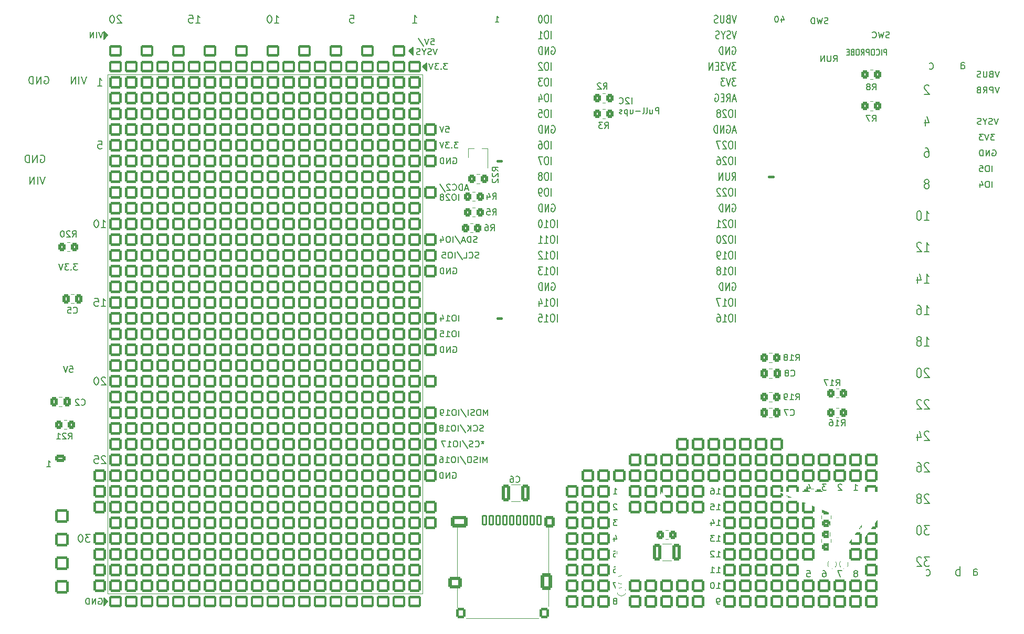
<source format=gbo>
%TF.GenerationSoftware,KiCad,Pcbnew,(6.0.7)*%
%TF.CreationDate,2022-11-12T16:25:49+00:00*%
%TF.ProjectId,pico-euro,7069636f-2d65-4757-926f-2e6b69636164,rev?*%
%TF.SameCoordinates,Original*%
%TF.FileFunction,Legend,Bot*%
%TF.FilePolarity,Positive*%
%FSLAX46Y46*%
G04 Gerber Fmt 4.6, Leading zero omitted, Abs format (unit mm)*
G04 Created by KiCad (PCBNEW (6.0.7)) date 2022-11-12 16:25:49*
%MOMM*%
%LPD*%
G01*
G04 APERTURE LIST*
G04 Aperture macros list*
%AMRoundRect*
0 Rectangle with rounded corners*
0 $1 Rounding radius*
0 $2 $3 $4 $5 $6 $7 $8 $9 X,Y pos of 4 corners*
0 Add a 4 corners polygon primitive as box body*
4,1,4,$2,$3,$4,$5,$6,$7,$8,$9,$2,$3,0*
0 Add four circle primitives for the rounded corners*
1,1,$1+$1,$2,$3*
1,1,$1+$1,$4,$5*
1,1,$1+$1,$6,$7*
1,1,$1+$1,$8,$9*
0 Add four rect primitives between the rounded corners*
20,1,$1+$1,$2,$3,$4,$5,0*
20,1,$1+$1,$4,$5,$6,$7,0*
20,1,$1+$1,$6,$7,$8,$9,0*
20,1,$1+$1,$8,$9,$2,$3,0*%
%AMFreePoly0*
4,1,45,1.912603,1.631106,1.928902,1.631106,1.941342,1.622068,1.956012,1.617454,1.965717,1.604359,1.978902,1.594779,1.983654,1.580154,1.992810,1.567799,1.992964,1.551500,1.998000,1.536000,1.998000,-1.500000,1.993154,-1.514916,1.993203,-1.530602,1.983844,-1.543570,1.978902,-1.558779,1.966213,-1.567998,1.957034,-1.580716,1.941840,-1.585706,1.928902,-1.595106,1.913217,-1.595106,
1.898315,-1.600000,-1.911685,-1.612000,-1.926910,-1.607106,-1.942902,-1.607106,-1.955591,-1.597887,-1.970524,-1.593087,-1.979965,-1.580179,-1.992902,-1.570779,-1.997749,-1.555861,-2.007008,-1.543201,-2.007058,-1.527209,-2.012000,-1.512000,-2.012000,1.500000,-2.007249,1.514623,-2.007394,1.530002,-1.997938,1.543279,-1.992902,1.558779,-1.980462,1.567817,-1.971541,1.580343,-1.956088,1.585526,
-1.942902,1.595106,-1.927525,1.595106,-1.912945,1.599996,1.897055,1.635996,1.912603,1.631106,1.912603,1.631106,$1*%
%AMFreePoly1*
4,1,45,1.898315,1.600000,1.913217,1.595106,1.928902,1.595106,1.941840,1.585706,1.957034,1.580716,1.966213,1.567998,1.978902,1.558779,1.983844,1.543570,1.993203,1.530602,1.993154,1.514916,1.998000,1.500000,1.998000,-1.536000,1.992964,-1.551500,1.992810,-1.567799,1.983654,-1.580154,1.978902,-1.594779,1.965717,-1.604359,1.956012,-1.617454,1.941342,-1.622068,1.928902,-1.631106,
1.912603,-1.631106,1.897055,-1.635996,-1.912945,-1.599996,-1.927525,-1.595106,-1.942902,-1.595106,-1.956088,-1.585526,-1.971541,-1.580343,-1.980462,-1.567817,-1.992902,-1.558779,-1.997938,-1.543279,-2.007394,-1.530002,-2.007249,-1.514623,-2.012000,-1.500000,-2.012000,1.512000,-2.007058,1.527209,-2.007008,1.543201,-1.997749,1.555861,-1.992902,1.570779,-1.979965,1.580179,-1.970524,1.593087,
-1.955591,1.597887,-1.942902,1.607106,-1.926910,1.607106,-1.911685,1.612000,1.898315,1.600000,1.898315,1.600000,$1*%
%AMFreePoly2*
4,1,55,0.485956,0.271440,0.497433,0.272452,0.514667,0.262112,0.533779,0.255902,0.540551,0.246582,0.550430,0.240654,0.558295,0.222159,0.570106,0.205902,0.570106,0.194383,0.574615,0.183779,0.570106,0.164194,0.570106,0.144098,0.563333,0.134776,0.560749,0.123551,0.485749,-0.001450,0.476362,-0.009621,0.470711,-0.020711,0.395711,-0.095711,0.381268,-0.103070,0.369721,-0.114443,
0.219721,-0.189443,0.208700,-0.191103,0.199254,-0.197014,0.099254,-0.222014,0.086838,-0.221154,0.075000,-0.225000,-0.075000,-0.225000,-0.090416,-0.219991,-0.106623,-0.219868,-0.256623,-0.169868,-0.265589,-0.163249,-0.276449,-0.160749,-0.401450,-0.085749,-0.409621,-0.076362,-0.420711,-0.070711,-0.495711,0.004289,-0.503070,0.018732,-0.514443,0.030279,-0.564443,0.130279,-0.565588,0.137879,
-0.570106,0.144098,-0.570106,0.167877,-0.573648,0.191393,-0.570106,0.198216,-0.570106,0.205902,-0.556129,0.225140,-0.545172,0.246246,-0.538297,0.249683,-0.533779,0.255902,-0.511163,0.263250,-0.489893,0.273885,-0.482310,0.272625,-0.475000,0.275000,0.475000,0.275000,0.485956,0.271440,0.485956,0.271440,$1*%
%AMFreePoly3*
4,1,58,0.061838,0.221154,0.074254,0.222014,0.174254,0.197014,0.180172,0.193311,0.187139,0.192848,0.312139,0.142848,0.322383,0.134312,0.335000,0.130000,0.435000,0.055000,0.446143,0.039163,0.460749,0.026450,0.535749,-0.098551,0.538333,-0.109776,0.545106,-0.119098,0.545106,-0.139194,0.549615,-0.158779,0.545106,-0.169383,0.545106,-0.180902,0.533295,-0.197159,0.525430,-0.215654,
0.515551,-0.221582,0.508779,-0.230902,0.489667,-0.237112,0.472433,-0.247452,0.460956,-0.246440,0.450000,-0.250000,-0.450000,-0.250000,-0.457310,-0.247625,-0.464893,-0.248885,-0.486163,-0.238250,-0.508779,-0.230902,-0.513297,-0.224683,-0.520172,-0.221246,-0.531129,-0.200140,-0.545106,-0.180902,-0.545106,-0.173216,-0.548648,-0.166393,-0.545106,-0.142877,-0.545106,-0.119098,-0.540588,-0.112879,
-0.539443,-0.105279,-0.514443,-0.055278,-0.509940,-0.050706,-0.508205,-0.044530,-0.458205,0.030470,-0.444817,0.041047,-0.435000,0.055000,-0.335000,0.130000,-0.326284,0.132979,-0.319721,0.139443,-0.219722,0.189443,-0.208700,0.191103,-0.199254,0.197014,-0.099253,0.222014,-0.086837,0.221154,-0.075000,0.225000,0.050000,0.225000,0.061838,0.221154,0.061838,0.221154,$1*%
G04 Aperture macros list end*
%ADD10C,0.400000*%
%ADD11C,0.150000*%
%ADD12C,0.120000*%
%ADD13C,0.200000*%
%ADD14O,1.700000X1.700000*%
%ADD15R,1.905000X2.000000*%
%ADD16O,1.905000X2.000000*%
%ADD17C,0.900000*%
%ADD18RoundRect,0.180000X-0.820000X0.720000X-0.820000X-0.720000X0.820000X-0.720000X0.820000X0.720000X0*%
%ADD19RoundRect,0.200000X-0.800000X-0.800000X0.800000X-0.800000X0.800000X0.800000X-0.800000X0.800000X0*%
%ADD20RoundRect,0.200000X0.800000X-0.800000X0.800000X0.800000X-0.800000X0.800000X-0.800000X-0.800000X0*%
%ADD21RoundRect,0.200000X0.800000X0.800000X-0.800000X0.800000X-0.800000X-0.800000X0.800000X-0.800000X0*%
%ADD22R,1.700000X1.700000*%
%ADD23RoundRect,0.250000X-0.625000X0.350000X-0.625000X-0.350000X0.625000X-0.350000X0.625000X0.350000X0*%
%ADD24O,1.750000X1.200000*%
%ADD25O,2.500000X1.600000*%
%ADD26R,2.000000X2.000000*%
%ADD27C,2.000000*%
%ADD28FreePoly0,0.000000*%
%ADD29FreePoly1,0.000000*%
%ADD30O,2.000000X1.800000*%
%ADD31C,2.700000*%
%ADD32C,1.700000*%
%ADD33RoundRect,0.220000X0.880000X0.880000X-0.880000X0.880000X-0.880000X-0.880000X0.880000X-0.880000X0*%
%ADD34O,2.400000X5.000000*%
%ADD35O,4.500000X2.000000*%
%ADD36O,2.400000X4.600000*%
%ADD37RoundRect,0.180000X0.820000X-0.720000X0.820000X0.720000X-0.820000X0.720000X-0.820000X-0.720000X0*%
%ADD38C,1.600000*%
%ADD39C,2.800000*%
%ADD40R,2.400000X2.400000*%
%ADD41C,2.400000*%
%ADD42R,1.800000X1.800000*%
%ADD43C,1.800000*%
%ADD44RoundRect,0.200000X-0.800000X0.800000X-0.800000X-0.800000X0.800000X-0.800000X0.800000X0.800000X0*%
%ADD45O,1.800000X1.800000*%
%ADD46O,1.500000X1.500000*%
%ADD47RoundRect,0.250000X-0.350000X-0.450000X0.350000X-0.450000X0.350000X0.450000X-0.350000X0.450000X0*%
%ADD48RoundRect,0.250000X0.350000X0.450000X-0.350000X0.450000X-0.350000X-0.450000X0.350000X-0.450000X0*%
%ADD49C,1.000000*%
%ADD50RoundRect,0.120000X-0.280000X-0.749000X0.280000X-0.749000X0.280000X0.749000X-0.280000X0.749000X0*%
%ADD51RoundRect,0.279450X-0.652050X-1.056550X0.652050X-1.056550X0.652050X1.056550X-0.652050X1.056550X0*%
%ADD52RoundRect,0.285750X-1.079750X-0.666750X1.079750X-0.666750X1.079750X0.666750X-1.079750X0.666750X0*%
%ADD53RoundRect,0.252450X-0.589050X-0.644550X0.589050X-0.644550X0.589050X0.644550X-0.589050X0.644550X0*%
%ADD54RoundRect,0.289800X-0.829700X-0.676200X0.829700X-0.676200X0.829700X0.676200X-0.829700X0.676200X0*%
%ADD55RoundRect,0.225000X-0.525000X-0.625000X0.525000X-0.625000X0.525000X0.625000X-0.525000X0.625000X0*%
%ADD56RoundRect,0.250000X-0.400000X-1.075000X0.400000X-1.075000X0.400000X1.075000X-0.400000X1.075000X0*%
%ADD57R,0.800000X1.900000*%
%ADD58RoundRect,0.250000X-0.450000X0.350000X-0.450000X-0.350000X0.450000X-0.350000X0.450000X0.350000X0*%
%ADD59FreePoly2,270.000000*%
%ADD60FreePoly3,270.000000*%
%ADD61FreePoly2,180.000000*%
%ADD62FreePoly3,180.000000*%
%ADD63RoundRect,0.250000X0.337500X0.475000X-0.337500X0.475000X-0.337500X-0.475000X0.337500X-0.475000X0*%
%ADD64RoundRect,0.250000X-0.412500X-1.100000X0.412500X-1.100000X0.412500X1.100000X-0.412500X1.100000X0*%
%ADD65RoundRect,0.250000X-0.337500X-0.475000X0.337500X-0.475000X0.337500X0.475000X-0.337500X0.475000X0*%
G04 APERTURE END LIST*
D10*
X107950000Y-86360000D02*
X107315000Y-86360000D01*
X107950000Y-60960000D02*
X107315000Y-60960000D01*
D11*
G36*
X93662500Y-43815000D02*
G01*
X93027500Y-43180000D01*
X93662500Y-42545000D01*
X93662500Y-43815000D01*
G37*
X93662500Y-43815000D02*
X93027500Y-43180000D01*
X93662500Y-42545000D01*
X93662500Y-43815000D01*
D12*
X44450000Y-46990000D02*
X95250000Y-46990000D01*
X95250000Y-46990000D02*
X95250000Y-130810000D01*
X95250000Y-130810000D02*
X44450000Y-130810000D01*
X44450000Y-130810000D02*
X44450000Y-46990000D01*
D11*
G36*
X44450000Y-132080000D02*
G01*
X43815000Y-132715000D01*
X43815000Y-131445000D01*
X44450000Y-132080000D01*
G37*
X44450000Y-132080000D02*
X43815000Y-132715000D01*
X43815000Y-131445000D01*
X44450000Y-132080000D01*
G36*
X44450000Y-40640000D02*
G01*
X43815000Y-41275000D01*
X43815000Y-40005000D01*
X44450000Y-40640000D01*
G37*
X44450000Y-40640000D02*
X43815000Y-41275000D01*
X43815000Y-40005000D01*
X44450000Y-40640000D01*
G36*
X95885000Y-46355000D02*
G01*
X95250000Y-45720000D01*
X95885000Y-45085000D01*
X95885000Y-46355000D01*
G37*
X95885000Y-46355000D02*
X95250000Y-45720000D01*
X95885000Y-45085000D01*
X95885000Y-46355000D01*
D10*
X151765000Y-63500000D02*
X151130000Y-63500000D01*
D11*
X100173214Y-90940000D02*
X100268452Y-90892380D01*
X100411309Y-90892380D01*
X100554166Y-90940000D01*
X100649404Y-91035238D01*
X100697023Y-91130476D01*
X100744642Y-91320952D01*
X100744642Y-91463809D01*
X100697023Y-91654285D01*
X100649404Y-91749523D01*
X100554166Y-91844761D01*
X100411309Y-91892380D01*
X100316071Y-91892380D01*
X100173214Y-91844761D01*
X100125595Y-91797142D01*
X100125595Y-91463809D01*
X100316071Y-91463809D01*
X99697023Y-91892380D02*
X99697023Y-90892380D01*
X99125595Y-91892380D01*
X99125595Y-90892380D01*
X98649404Y-91892380D02*
X98649404Y-90892380D01*
X98411309Y-90892380D01*
X98268452Y-90940000D01*
X98173214Y-91035238D01*
X98125595Y-91130476D01*
X98077976Y-91320952D01*
X98077976Y-91463809D01*
X98125595Y-91654285D01*
X98173214Y-91749523D01*
X98268452Y-91844761D01*
X98411309Y-91892380D01*
X98649404Y-91892380D01*
X116048214Y-80680000D02*
X116143452Y-80622857D01*
X116286309Y-80622857D01*
X116429166Y-80680000D01*
X116524404Y-80794285D01*
X116572023Y-80908571D01*
X116619642Y-81137142D01*
X116619642Y-81308571D01*
X116572023Y-81537142D01*
X116524404Y-81651428D01*
X116429166Y-81765714D01*
X116286309Y-81822857D01*
X116191071Y-81822857D01*
X116048214Y-81765714D01*
X116000595Y-81708571D01*
X116000595Y-81308571D01*
X116191071Y-81308571D01*
X115572023Y-81822857D02*
X115572023Y-80622857D01*
X115000595Y-81822857D01*
X115000595Y-80622857D01*
X114524404Y-81822857D02*
X114524404Y-80622857D01*
X114286309Y-80622857D01*
X114143452Y-80680000D01*
X114048214Y-80794285D01*
X114000595Y-80908571D01*
X113952976Y-81137142D01*
X113952976Y-81308571D01*
X114000595Y-81537142D01*
X114048214Y-81651428D01*
X114143452Y-81765714D01*
X114286309Y-81822857D01*
X114524404Y-81822857D01*
X42894285Y-57762857D02*
X43465714Y-57762857D01*
X43522857Y-58334285D01*
X43465714Y-58277142D01*
X43351428Y-58220000D01*
X43065714Y-58220000D01*
X42951428Y-58277142D01*
X42894285Y-58334285D01*
X42837142Y-58448571D01*
X42837142Y-58734285D01*
X42894285Y-58848571D01*
X42951428Y-58905714D01*
X43065714Y-58962857D01*
X43351428Y-58962857D01*
X43465714Y-58905714D01*
X43522857Y-58848571D01*
X116000595Y-53882857D02*
X116000595Y-52682857D01*
X115333928Y-52682857D02*
X115143452Y-52682857D01*
X115048214Y-52740000D01*
X114952976Y-52854285D01*
X114905357Y-53082857D01*
X114905357Y-53482857D01*
X114952976Y-53711428D01*
X115048214Y-53825714D01*
X115143452Y-53882857D01*
X115333928Y-53882857D01*
X115429166Y-53825714D01*
X115524404Y-53711428D01*
X115572023Y-53482857D01*
X115572023Y-53082857D01*
X115524404Y-52854285D01*
X115429166Y-52740000D01*
X115333928Y-52682857D01*
X114000595Y-52682857D02*
X114476785Y-52682857D01*
X114524404Y-53254285D01*
X114476785Y-53197142D01*
X114381547Y-53140000D01*
X114143452Y-53140000D01*
X114048214Y-53197142D01*
X114000595Y-53254285D01*
X113952976Y-53368571D01*
X113952976Y-53654285D01*
X114000595Y-53768571D01*
X114048214Y-53825714D01*
X114143452Y-53882857D01*
X114381547Y-53882857D01*
X114476785Y-53825714D01*
X114524404Y-53768571D01*
X46634285Y-37557142D02*
X46577142Y-37500000D01*
X46462857Y-37442857D01*
X46177142Y-37442857D01*
X46062857Y-37500000D01*
X46005714Y-37557142D01*
X45948571Y-37671428D01*
X45948571Y-37785714D01*
X46005714Y-37957142D01*
X46691428Y-38642857D01*
X45948571Y-38642857D01*
X45205714Y-37442857D02*
X45091428Y-37442857D01*
X44977142Y-37500000D01*
X44920000Y-37557142D01*
X44862857Y-37671428D01*
X44805714Y-37900000D01*
X44805714Y-38185714D01*
X44862857Y-38414285D01*
X44920000Y-38528571D01*
X44977142Y-38585714D01*
X45091428Y-38642857D01*
X45205714Y-38642857D01*
X45320000Y-38585714D01*
X45377142Y-38528571D01*
X45434285Y-38414285D01*
X45491428Y-38185714D01*
X45491428Y-37900000D01*
X45434285Y-37671428D01*
X45377142Y-37557142D01*
X45320000Y-37500000D01*
X45205714Y-37442857D01*
X126589404Y-116387619D02*
X126541785Y-116340000D01*
X126446547Y-116292380D01*
X126208452Y-116292380D01*
X126113214Y-116340000D01*
X126065595Y-116387619D01*
X126017976Y-116482857D01*
X126017976Y-116578095D01*
X126065595Y-116720952D01*
X126637023Y-117292380D01*
X126017976Y-117292380D01*
X116000595Y-51342857D02*
X116000595Y-50142857D01*
X115333928Y-50142857D02*
X115143452Y-50142857D01*
X115048214Y-50200000D01*
X114952976Y-50314285D01*
X114905357Y-50542857D01*
X114905357Y-50942857D01*
X114952976Y-51171428D01*
X115048214Y-51285714D01*
X115143452Y-51342857D01*
X115333928Y-51342857D01*
X115429166Y-51285714D01*
X115524404Y-51171428D01*
X115572023Y-50942857D01*
X115572023Y-50542857D01*
X115524404Y-50314285D01*
X115429166Y-50200000D01*
X115333928Y-50142857D01*
X114048214Y-50542857D02*
X114048214Y-51342857D01*
X114286309Y-50085714D02*
X114524404Y-50942857D01*
X113905357Y-50942857D01*
X44094285Y-108677142D02*
X44037142Y-108620000D01*
X43922857Y-108562857D01*
X43637142Y-108562857D01*
X43522857Y-108620000D01*
X43465714Y-108677142D01*
X43408571Y-108791428D01*
X43408571Y-108905714D01*
X43465714Y-109077142D01*
X44151428Y-109762857D01*
X43408571Y-109762857D01*
X42322857Y-108562857D02*
X42894285Y-108562857D01*
X42951428Y-109134285D01*
X42894285Y-109077142D01*
X42780000Y-109020000D01*
X42494285Y-109020000D01*
X42380000Y-109077142D01*
X42322857Y-109134285D01*
X42265714Y-109248571D01*
X42265714Y-109534285D01*
X42322857Y-109648571D01*
X42380000Y-109705714D01*
X42494285Y-109762857D01*
X42780000Y-109762857D01*
X42894285Y-109705714D01*
X42951428Y-109648571D01*
X96599285Y-41192380D02*
X97075476Y-41192380D01*
X97123095Y-41668571D01*
X97075476Y-41620952D01*
X96980238Y-41573333D01*
X96742142Y-41573333D01*
X96646904Y-41620952D01*
X96599285Y-41668571D01*
X96551666Y-41763809D01*
X96551666Y-42001904D01*
X96599285Y-42097142D01*
X96646904Y-42144761D01*
X96742142Y-42192380D01*
X96980238Y-42192380D01*
X97075476Y-42144761D01*
X97123095Y-42097142D01*
X96265952Y-41192380D02*
X95932619Y-42192380D01*
X95599285Y-41192380D01*
X94551666Y-41144761D02*
X95408809Y-42430476D01*
X97599285Y-42802380D02*
X97265952Y-43802380D01*
X96932619Y-42802380D01*
X96646904Y-43754761D02*
X96504047Y-43802380D01*
X96265952Y-43802380D01*
X96170714Y-43754761D01*
X96123095Y-43707142D01*
X96075476Y-43611904D01*
X96075476Y-43516666D01*
X96123095Y-43421428D01*
X96170714Y-43373809D01*
X96265952Y-43326190D01*
X96456428Y-43278571D01*
X96551666Y-43230952D01*
X96599285Y-43183333D01*
X96646904Y-43088095D01*
X96646904Y-42992857D01*
X96599285Y-42897619D01*
X96551666Y-42850000D01*
X96456428Y-42802380D01*
X96218333Y-42802380D01*
X96075476Y-42850000D01*
X95456428Y-43326190D02*
X95456428Y-43802380D01*
X95789761Y-42802380D02*
X95456428Y-43326190D01*
X95123095Y-42802380D01*
X94837380Y-43754761D02*
X94694523Y-43802380D01*
X94456428Y-43802380D01*
X94361190Y-43754761D01*
X94313571Y-43707142D01*
X94265952Y-43611904D01*
X94265952Y-43516666D01*
X94313571Y-43421428D01*
X94361190Y-43373809D01*
X94456428Y-43326190D01*
X94646904Y-43278571D01*
X94742142Y-43230952D01*
X94789761Y-43183333D01*
X94837380Y-43088095D01*
X94837380Y-42992857D01*
X94789761Y-42897619D01*
X94742142Y-42850000D01*
X94646904Y-42802380D01*
X94408809Y-42802380D01*
X94265952Y-42850000D01*
X142650595Y-117292380D02*
X143222023Y-117292380D01*
X142936309Y-117292380D02*
X142936309Y-116292380D01*
X143031547Y-116435238D01*
X143126785Y-116530476D01*
X143222023Y-116578095D01*
X141745833Y-116292380D02*
X142222023Y-116292380D01*
X142269642Y-116768571D01*
X142222023Y-116720952D01*
X142126785Y-116673333D01*
X141888690Y-116673333D01*
X141793452Y-116720952D01*
X141745833Y-116768571D01*
X141698214Y-116863809D01*
X141698214Y-117101904D01*
X141745833Y-117197142D01*
X141793452Y-117244761D01*
X141888690Y-117292380D01*
X142126785Y-117292380D01*
X142222023Y-117244761D01*
X142269642Y-117197142D01*
X116000595Y-58962857D02*
X116000595Y-57762857D01*
X115333928Y-57762857D02*
X115143452Y-57762857D01*
X115048214Y-57820000D01*
X114952976Y-57934285D01*
X114905357Y-58162857D01*
X114905357Y-58562857D01*
X114952976Y-58791428D01*
X115048214Y-58905714D01*
X115143452Y-58962857D01*
X115333928Y-58962857D01*
X115429166Y-58905714D01*
X115524404Y-58791428D01*
X115572023Y-58562857D01*
X115572023Y-58162857D01*
X115524404Y-57934285D01*
X115429166Y-57820000D01*
X115333928Y-57762857D01*
X114048214Y-57762857D02*
X114238690Y-57762857D01*
X114333928Y-57820000D01*
X114381547Y-57877142D01*
X114476785Y-58048571D01*
X114524404Y-58277142D01*
X114524404Y-58734285D01*
X114476785Y-58848571D01*
X114429166Y-58905714D01*
X114333928Y-58962857D01*
X114143452Y-58962857D01*
X114048214Y-58905714D01*
X114000595Y-58848571D01*
X113952976Y-58734285D01*
X113952976Y-58448571D01*
X114000595Y-58334285D01*
X114048214Y-58277142D01*
X114143452Y-58220000D01*
X114333928Y-58220000D01*
X114429166Y-58277142D01*
X114476785Y-58334285D01*
X114524404Y-58448571D01*
X188088809Y-54062380D02*
X187755476Y-55062380D01*
X187422142Y-54062380D01*
X187136428Y-55014761D02*
X186993571Y-55062380D01*
X186755476Y-55062380D01*
X186660238Y-55014761D01*
X186612619Y-54967142D01*
X186565000Y-54871904D01*
X186565000Y-54776666D01*
X186612619Y-54681428D01*
X186660238Y-54633809D01*
X186755476Y-54586190D01*
X186945952Y-54538571D01*
X187041190Y-54490952D01*
X187088809Y-54443333D01*
X187136428Y-54348095D01*
X187136428Y-54252857D01*
X187088809Y-54157619D01*
X187041190Y-54110000D01*
X186945952Y-54062380D01*
X186707857Y-54062380D01*
X186565000Y-54110000D01*
X185945952Y-54586190D02*
X185945952Y-55062380D01*
X186279285Y-54062380D02*
X185945952Y-54586190D01*
X185612619Y-54062380D01*
X185326904Y-55014761D02*
X185184047Y-55062380D01*
X184945952Y-55062380D01*
X184850714Y-55014761D01*
X184803095Y-54967142D01*
X184755476Y-54871904D01*
X184755476Y-54776666D01*
X184803095Y-54681428D01*
X184850714Y-54633809D01*
X184945952Y-54586190D01*
X185136428Y-54538571D01*
X185231666Y-54490952D01*
X185279285Y-54443333D01*
X185326904Y-54348095D01*
X185326904Y-54252857D01*
X185279285Y-54157619D01*
X185231666Y-54110000D01*
X185136428Y-54062380D01*
X184898333Y-54062380D01*
X184755476Y-54110000D01*
X187120595Y-65222380D02*
X187120595Y-64222380D01*
X186453928Y-64222380D02*
X186263452Y-64222380D01*
X186168214Y-64270000D01*
X186072976Y-64365238D01*
X186025357Y-64555714D01*
X186025357Y-64889047D01*
X186072976Y-65079523D01*
X186168214Y-65174761D01*
X186263452Y-65222380D01*
X186453928Y-65222380D01*
X186549166Y-65174761D01*
X186644404Y-65079523D01*
X186692023Y-64889047D01*
X186692023Y-64555714D01*
X186644404Y-64365238D01*
X186549166Y-64270000D01*
X186453928Y-64222380D01*
X185168214Y-64555714D02*
X185168214Y-65222380D01*
X185406309Y-64174761D02*
X185644404Y-64889047D01*
X185025357Y-64889047D01*
X105659422Y-109672380D02*
X105659422Y-108672380D01*
X105326089Y-109386666D01*
X104992756Y-108672380D01*
X104992756Y-109672380D01*
X104516565Y-109672380D02*
X104516565Y-108672380D01*
X104087994Y-109624761D02*
X103945137Y-109672380D01*
X103707041Y-109672380D01*
X103611803Y-109624761D01*
X103564184Y-109577142D01*
X103516565Y-109481904D01*
X103516565Y-109386666D01*
X103564184Y-109291428D01*
X103611803Y-109243809D01*
X103707041Y-109196190D01*
X103897518Y-109148571D01*
X103992756Y-109100952D01*
X104040375Y-109053333D01*
X104087994Y-108958095D01*
X104087994Y-108862857D01*
X104040375Y-108767619D01*
X103992756Y-108720000D01*
X103897518Y-108672380D01*
X103659422Y-108672380D01*
X103516565Y-108720000D01*
X102897518Y-108672380D02*
X102707041Y-108672380D01*
X102611803Y-108720000D01*
X102516565Y-108815238D01*
X102468946Y-109005714D01*
X102468946Y-109339047D01*
X102516565Y-109529523D01*
X102611803Y-109624761D01*
X102707041Y-109672380D01*
X102897518Y-109672380D01*
X102992756Y-109624761D01*
X103087994Y-109529523D01*
X103135613Y-109339047D01*
X103135613Y-109005714D01*
X103087994Y-108815238D01*
X102992756Y-108720000D01*
X102897518Y-108672380D01*
X101326089Y-108624761D02*
X102183232Y-109910476D01*
X100992756Y-109672380D02*
X100992756Y-108672380D01*
X100326089Y-108672380D02*
X100135613Y-108672380D01*
X100040375Y-108720000D01*
X99945137Y-108815238D01*
X99897518Y-109005714D01*
X99897518Y-109339047D01*
X99945137Y-109529523D01*
X100040375Y-109624761D01*
X100135613Y-109672380D01*
X100326089Y-109672380D01*
X100421327Y-109624761D01*
X100516565Y-109529523D01*
X100564184Y-109339047D01*
X100564184Y-109005714D01*
X100516565Y-108815238D01*
X100421327Y-108720000D01*
X100326089Y-108672380D01*
X98945137Y-109672380D02*
X99516565Y-109672380D01*
X99230851Y-109672380D02*
X99230851Y-108672380D01*
X99326089Y-108815238D01*
X99421327Y-108910476D01*
X99516565Y-108958095D01*
X98087994Y-108672380D02*
X98278470Y-108672380D01*
X98373708Y-108720000D01*
X98421327Y-108767619D01*
X98516565Y-108910476D01*
X98564184Y-109100952D01*
X98564184Y-109481904D01*
X98516565Y-109577142D01*
X98468946Y-109624761D01*
X98373708Y-109672380D01*
X98183232Y-109672380D01*
X98087994Y-109624761D01*
X98040375Y-109577142D01*
X97992756Y-109481904D01*
X97992756Y-109243809D01*
X98040375Y-109148571D01*
X98087994Y-109100952D01*
X98183232Y-109053333D01*
X98373708Y-109053333D01*
X98468946Y-109100952D01*
X98516565Y-109148571D01*
X98564184Y-109243809D01*
X145714404Y-76742857D02*
X145714404Y-75542857D01*
X145047738Y-75542857D02*
X144857261Y-75542857D01*
X144762023Y-75600000D01*
X144666785Y-75714285D01*
X144619166Y-75942857D01*
X144619166Y-76342857D01*
X144666785Y-76571428D01*
X144762023Y-76685714D01*
X144857261Y-76742857D01*
X145047738Y-76742857D01*
X145142976Y-76685714D01*
X145238214Y-76571428D01*
X145285833Y-76342857D01*
X145285833Y-75942857D01*
X145238214Y-75714285D01*
X145142976Y-75600000D01*
X145047738Y-75542857D01*
X143666785Y-76742857D02*
X144238214Y-76742857D01*
X143952500Y-76742857D02*
X143952500Y-75542857D01*
X144047738Y-75714285D01*
X144142976Y-75828571D01*
X144238214Y-75885714D01*
X143190595Y-76742857D02*
X143000119Y-76742857D01*
X142904880Y-76685714D01*
X142857261Y-76628571D01*
X142762023Y-76457142D01*
X142714404Y-76228571D01*
X142714404Y-75771428D01*
X142762023Y-75657142D01*
X142809642Y-75600000D01*
X142904880Y-75542857D01*
X143095357Y-75542857D01*
X143190595Y-75600000D01*
X143238214Y-75657142D01*
X143285833Y-75771428D01*
X143285833Y-76057142D01*
X143238214Y-76171428D01*
X143190595Y-76228571D01*
X143095357Y-76285714D01*
X142904880Y-76285714D01*
X142809642Y-76228571D01*
X142762023Y-76171428D01*
X142714404Y-76057142D01*
X101077976Y-86812380D02*
X101077976Y-85812380D01*
X100411309Y-85812380D02*
X100220833Y-85812380D01*
X100125595Y-85860000D01*
X100030357Y-85955238D01*
X99982738Y-86145714D01*
X99982738Y-86479047D01*
X100030357Y-86669523D01*
X100125595Y-86764761D01*
X100220833Y-86812380D01*
X100411309Y-86812380D01*
X100506547Y-86764761D01*
X100601785Y-86669523D01*
X100649404Y-86479047D01*
X100649404Y-86145714D01*
X100601785Y-85955238D01*
X100506547Y-85860000D01*
X100411309Y-85812380D01*
X99030357Y-86812380D02*
X99601785Y-86812380D01*
X99316071Y-86812380D02*
X99316071Y-85812380D01*
X99411309Y-85955238D01*
X99506547Y-86050476D01*
X99601785Y-86098095D01*
X98173214Y-86145714D02*
X98173214Y-86812380D01*
X98411309Y-85764761D02*
X98649404Y-86479047D01*
X98030357Y-86479047D01*
X34251785Y-47342500D02*
X34366071Y-47285357D01*
X34537500Y-47285357D01*
X34708928Y-47342500D01*
X34823214Y-47456785D01*
X34880357Y-47571071D01*
X34937500Y-47799642D01*
X34937500Y-47971071D01*
X34880357Y-48199642D01*
X34823214Y-48313928D01*
X34708928Y-48428214D01*
X34537500Y-48485357D01*
X34423214Y-48485357D01*
X34251785Y-48428214D01*
X34194642Y-48371071D01*
X34194642Y-47971071D01*
X34423214Y-47971071D01*
X33680357Y-48485357D02*
X33680357Y-47285357D01*
X32994642Y-48485357D01*
X32994642Y-47285357D01*
X32423214Y-48485357D02*
X32423214Y-47285357D01*
X32137500Y-47285357D01*
X31966071Y-47342500D01*
X31851785Y-47456785D01*
X31794642Y-47571071D01*
X31737500Y-47799642D01*
X31737500Y-47971071D01*
X31794642Y-48199642D01*
X31851785Y-48313928D01*
X31966071Y-48428214D01*
X32137500Y-48485357D01*
X32423214Y-48485357D01*
X116952976Y-84362857D02*
X116952976Y-83162857D01*
X116286309Y-83162857D02*
X116095833Y-83162857D01*
X116000595Y-83220000D01*
X115905357Y-83334285D01*
X115857738Y-83562857D01*
X115857738Y-83962857D01*
X115905357Y-84191428D01*
X116000595Y-84305714D01*
X116095833Y-84362857D01*
X116286309Y-84362857D01*
X116381547Y-84305714D01*
X116476785Y-84191428D01*
X116524404Y-83962857D01*
X116524404Y-83562857D01*
X116476785Y-83334285D01*
X116381547Y-83220000D01*
X116286309Y-83162857D01*
X114905357Y-84362857D02*
X115476785Y-84362857D01*
X115191071Y-84362857D02*
X115191071Y-83162857D01*
X115286309Y-83334285D01*
X115381547Y-83448571D01*
X115476785Y-83505714D01*
X114048214Y-83562857D02*
X114048214Y-84362857D01*
X114286309Y-83105714D02*
X114524404Y-83962857D01*
X113905357Y-83962857D01*
X100173214Y-60460000D02*
X100268452Y-60412380D01*
X100411309Y-60412380D01*
X100554166Y-60460000D01*
X100649404Y-60555238D01*
X100697023Y-60650476D01*
X100744642Y-60840952D01*
X100744642Y-60983809D01*
X100697023Y-61174285D01*
X100649404Y-61269523D01*
X100554166Y-61364761D01*
X100411309Y-61412380D01*
X100316071Y-61412380D01*
X100173214Y-61364761D01*
X100125595Y-61317142D01*
X100125595Y-60983809D01*
X100316071Y-60983809D01*
X99697023Y-61412380D02*
X99697023Y-60412380D01*
X99125595Y-61412380D01*
X99125595Y-60412380D01*
X98649404Y-61412380D02*
X98649404Y-60412380D01*
X98411309Y-60412380D01*
X98268452Y-60460000D01*
X98173214Y-60555238D01*
X98125595Y-60650476D01*
X98077976Y-60840952D01*
X98077976Y-60983809D01*
X98125595Y-61174285D01*
X98173214Y-61269523D01*
X98268452Y-61364761D01*
X98411309Y-61412380D01*
X98649404Y-61412380D01*
X145190595Y-67980000D02*
X145285833Y-67922857D01*
X145428690Y-67922857D01*
X145571547Y-67980000D01*
X145666785Y-68094285D01*
X145714404Y-68208571D01*
X145762023Y-68437142D01*
X145762023Y-68608571D01*
X145714404Y-68837142D01*
X145666785Y-68951428D01*
X145571547Y-69065714D01*
X145428690Y-69122857D01*
X145333452Y-69122857D01*
X145190595Y-69065714D01*
X145142976Y-69008571D01*
X145142976Y-68608571D01*
X145333452Y-68608571D01*
X144714404Y-69122857D02*
X144714404Y-67922857D01*
X144142976Y-69122857D01*
X144142976Y-67922857D01*
X143666785Y-69122857D02*
X143666785Y-67922857D01*
X143428690Y-67922857D01*
X143285833Y-67980000D01*
X143190595Y-68094285D01*
X143142976Y-68208571D01*
X143095357Y-68437142D01*
X143095357Y-68608571D01*
X143142976Y-68837142D01*
X143190595Y-68951428D01*
X143285833Y-69065714D01*
X143428690Y-69122857D01*
X143666785Y-69122857D01*
X145809642Y-47602857D02*
X145190595Y-47602857D01*
X145523928Y-48060000D01*
X145381071Y-48060000D01*
X145285833Y-48117142D01*
X145238214Y-48174285D01*
X145190595Y-48288571D01*
X145190595Y-48574285D01*
X145238214Y-48688571D01*
X145285833Y-48745714D01*
X145381071Y-48802857D01*
X145666785Y-48802857D01*
X145762023Y-48745714D01*
X145809642Y-48688571D01*
X144904880Y-47602857D02*
X144571547Y-48802857D01*
X144238214Y-47602857D01*
X144000119Y-47602857D02*
X143381071Y-47602857D01*
X143714404Y-48060000D01*
X143571547Y-48060000D01*
X143476309Y-48117142D01*
X143428690Y-48174285D01*
X143381071Y-48288571D01*
X143381071Y-48574285D01*
X143428690Y-48688571D01*
X143476309Y-48745714D01*
X143571547Y-48802857D01*
X143857261Y-48802857D01*
X143952500Y-48745714D01*
X144000119Y-48688571D01*
X176982476Y-46073142D02*
X177106285Y-46144571D01*
X177353904Y-46144571D01*
X177477714Y-46073142D01*
X177539619Y-46001714D01*
X177601523Y-45858857D01*
X177601523Y-45430285D01*
X177539619Y-45287428D01*
X177477714Y-45216000D01*
X177353904Y-45144571D01*
X177106285Y-45144571D01*
X176982476Y-45216000D01*
X104300238Y-76604761D02*
X104157380Y-76652380D01*
X103919285Y-76652380D01*
X103824047Y-76604761D01*
X103776428Y-76557142D01*
X103728809Y-76461904D01*
X103728809Y-76366666D01*
X103776428Y-76271428D01*
X103824047Y-76223809D01*
X103919285Y-76176190D01*
X104109761Y-76128571D01*
X104205000Y-76080952D01*
X104252619Y-76033333D01*
X104300238Y-75938095D01*
X104300238Y-75842857D01*
X104252619Y-75747619D01*
X104205000Y-75700000D01*
X104109761Y-75652380D01*
X103871666Y-75652380D01*
X103728809Y-75700000D01*
X102728809Y-76557142D02*
X102776428Y-76604761D01*
X102919285Y-76652380D01*
X103014523Y-76652380D01*
X103157380Y-76604761D01*
X103252619Y-76509523D01*
X103300238Y-76414285D01*
X103347857Y-76223809D01*
X103347857Y-76080952D01*
X103300238Y-75890476D01*
X103252619Y-75795238D01*
X103157380Y-75700000D01*
X103014523Y-75652380D01*
X102919285Y-75652380D01*
X102776428Y-75700000D01*
X102728809Y-75747619D01*
X101824047Y-76652380D02*
X102300238Y-76652380D01*
X102300238Y-75652380D01*
X100776428Y-75604761D02*
X101633571Y-76890476D01*
X100443095Y-76652380D02*
X100443095Y-75652380D01*
X99776428Y-75652380D02*
X99585952Y-75652380D01*
X99490714Y-75700000D01*
X99395476Y-75795238D01*
X99347857Y-75985714D01*
X99347857Y-76319047D01*
X99395476Y-76509523D01*
X99490714Y-76604761D01*
X99585952Y-76652380D01*
X99776428Y-76652380D01*
X99871666Y-76604761D01*
X99966904Y-76509523D01*
X100014523Y-76319047D01*
X100014523Y-75985714D01*
X99966904Y-75795238D01*
X99871666Y-75700000D01*
X99776428Y-75652380D01*
X98443095Y-75652380D02*
X98919285Y-75652380D01*
X98966904Y-76128571D01*
X98919285Y-76080952D01*
X98824047Y-76033333D01*
X98585952Y-76033333D01*
X98490714Y-76080952D01*
X98443095Y-76128571D01*
X98395476Y-76223809D01*
X98395476Y-76461904D01*
X98443095Y-76557142D01*
X98490714Y-76604761D01*
X98585952Y-76652380D01*
X98824047Y-76652380D01*
X98919285Y-76604761D01*
X98966904Y-76557142D01*
X153100595Y-37885714D02*
X153100595Y-38552380D01*
X153338690Y-37504761D02*
X153576785Y-38219047D01*
X152957738Y-38219047D01*
X152386309Y-37552380D02*
X152291071Y-37552380D01*
X152195833Y-37600000D01*
X152148214Y-37647619D01*
X152100595Y-37742857D01*
X152052976Y-37933333D01*
X152052976Y-38171428D01*
X152100595Y-38361904D01*
X152148214Y-38457142D01*
X152195833Y-38504761D01*
X152291071Y-38552380D01*
X152386309Y-38552380D01*
X152481547Y-38504761D01*
X152529166Y-38457142D01*
X152576785Y-38361904D01*
X152624404Y-38171428D01*
X152624404Y-37933333D01*
X152576785Y-37742857D01*
X152529166Y-37647619D01*
X152481547Y-37600000D01*
X152386309Y-37552380D01*
X116952976Y-86902857D02*
X116952976Y-85702857D01*
X116286309Y-85702857D02*
X116095833Y-85702857D01*
X116000595Y-85760000D01*
X115905357Y-85874285D01*
X115857738Y-86102857D01*
X115857738Y-86502857D01*
X115905357Y-86731428D01*
X116000595Y-86845714D01*
X116095833Y-86902857D01*
X116286309Y-86902857D01*
X116381547Y-86845714D01*
X116476785Y-86731428D01*
X116524404Y-86502857D01*
X116524404Y-86102857D01*
X116476785Y-85874285D01*
X116381547Y-85760000D01*
X116286309Y-85702857D01*
X114905357Y-86902857D02*
X115476785Y-86902857D01*
X115191071Y-86902857D02*
X115191071Y-85702857D01*
X115286309Y-85874285D01*
X115381547Y-85988571D01*
X115476785Y-86045714D01*
X114000595Y-85702857D02*
X114476785Y-85702857D01*
X114524404Y-86274285D01*
X114476785Y-86217142D01*
X114381547Y-86160000D01*
X114143452Y-86160000D01*
X114048214Y-86217142D01*
X114000595Y-86274285D01*
X113952976Y-86388571D01*
X113952976Y-86674285D01*
X114000595Y-86788571D01*
X114048214Y-86845714D01*
X114143452Y-86902857D01*
X114381547Y-86902857D01*
X114476785Y-86845714D01*
X114524404Y-86788571D01*
X157241904Y-127087380D02*
X157718095Y-127087380D01*
X157765714Y-127563571D01*
X157718095Y-127515952D01*
X157622857Y-127468333D01*
X157384761Y-127468333D01*
X157289523Y-127515952D01*
X157241904Y-127563571D01*
X157194285Y-127658809D01*
X157194285Y-127896904D01*
X157241904Y-127992142D01*
X157289523Y-128039761D01*
X157384761Y-128087380D01*
X157622857Y-128087380D01*
X157718095Y-128039761D01*
X157765714Y-127992142D01*
X145762023Y-51000000D02*
X145285833Y-51000000D01*
X145857261Y-51342857D02*
X145523928Y-50142857D01*
X145190595Y-51342857D01*
X144285833Y-51342857D02*
X144619166Y-50771428D01*
X144857261Y-51342857D02*
X144857261Y-50142857D01*
X144476309Y-50142857D01*
X144381071Y-50200000D01*
X144333452Y-50257142D01*
X144285833Y-50371428D01*
X144285833Y-50542857D01*
X144333452Y-50657142D01*
X144381071Y-50714285D01*
X144476309Y-50771428D01*
X144857261Y-50771428D01*
X143857261Y-50714285D02*
X143523928Y-50714285D01*
X143381071Y-51342857D02*
X143857261Y-51342857D01*
X143857261Y-50142857D01*
X143381071Y-50142857D01*
X142428690Y-50200000D02*
X142523928Y-50142857D01*
X142666785Y-50142857D01*
X142809642Y-50200000D01*
X142904880Y-50314285D01*
X142952500Y-50428571D01*
X143000119Y-50657142D01*
X143000119Y-50828571D01*
X142952500Y-51057142D01*
X142904880Y-51171428D01*
X142809642Y-51285714D01*
X142666785Y-51342857D01*
X142571547Y-51342857D01*
X142428690Y-51285714D01*
X142381071Y-51228571D01*
X142381071Y-50828571D01*
X142571547Y-50828571D01*
X116000595Y-61502857D02*
X116000595Y-60302857D01*
X115333928Y-60302857D02*
X115143452Y-60302857D01*
X115048214Y-60360000D01*
X114952976Y-60474285D01*
X114905357Y-60702857D01*
X114905357Y-61102857D01*
X114952976Y-61331428D01*
X115048214Y-61445714D01*
X115143452Y-61502857D01*
X115333928Y-61502857D01*
X115429166Y-61445714D01*
X115524404Y-61331428D01*
X115572023Y-61102857D01*
X115572023Y-60702857D01*
X115524404Y-60474285D01*
X115429166Y-60360000D01*
X115333928Y-60302857D01*
X114572023Y-60302857D02*
X113905357Y-60302857D01*
X114333928Y-61502857D01*
X143126785Y-132532380D02*
X142936309Y-132532380D01*
X142841071Y-132484761D01*
X142793452Y-132437142D01*
X142698214Y-132294285D01*
X142650595Y-132103809D01*
X142650595Y-131722857D01*
X142698214Y-131627619D01*
X142745833Y-131580000D01*
X142841071Y-131532380D01*
X143031547Y-131532380D01*
X143126785Y-131580000D01*
X143174404Y-131627619D01*
X143222023Y-131722857D01*
X143222023Y-131960952D01*
X143174404Y-132056190D01*
X143126785Y-132103809D01*
X143031547Y-132151428D01*
X142841071Y-132151428D01*
X142745833Y-132103809D01*
X142698214Y-132056190D01*
X142650595Y-131960952D01*
X170078000Y-43886380D02*
X170078000Y-42886380D01*
X169773238Y-42886380D01*
X169697047Y-42934000D01*
X169658952Y-42981619D01*
X169620857Y-43076857D01*
X169620857Y-43219714D01*
X169658952Y-43314952D01*
X169697047Y-43362571D01*
X169773238Y-43410190D01*
X170078000Y-43410190D01*
X169278000Y-43886380D02*
X169278000Y-42886380D01*
X168439904Y-43791142D02*
X168478000Y-43838761D01*
X168592285Y-43886380D01*
X168668476Y-43886380D01*
X168782761Y-43838761D01*
X168858952Y-43743523D01*
X168897047Y-43648285D01*
X168935142Y-43457809D01*
X168935142Y-43314952D01*
X168897047Y-43124476D01*
X168858952Y-43029238D01*
X168782761Y-42934000D01*
X168668476Y-42886380D01*
X168592285Y-42886380D01*
X168478000Y-42934000D01*
X168439904Y-42981619D01*
X167944666Y-42886380D02*
X167792285Y-42886380D01*
X167716095Y-42934000D01*
X167639904Y-43029238D01*
X167601809Y-43219714D01*
X167601809Y-43553047D01*
X167639904Y-43743523D01*
X167716095Y-43838761D01*
X167792285Y-43886380D01*
X167944666Y-43886380D01*
X168020857Y-43838761D01*
X168097047Y-43743523D01*
X168135142Y-43553047D01*
X168135142Y-43219714D01*
X168097047Y-43029238D01*
X168020857Y-42934000D01*
X167944666Y-42886380D01*
X167258952Y-43886380D02*
X167258952Y-42886380D01*
X166954190Y-42886380D01*
X166878000Y-42934000D01*
X166839904Y-42981619D01*
X166801809Y-43076857D01*
X166801809Y-43219714D01*
X166839904Y-43314952D01*
X166878000Y-43362571D01*
X166954190Y-43410190D01*
X167258952Y-43410190D01*
X166001809Y-43886380D02*
X166268476Y-43410190D01*
X166458952Y-43886380D02*
X166458952Y-42886380D01*
X166154190Y-42886380D01*
X166078000Y-42934000D01*
X166039904Y-42981619D01*
X166001809Y-43076857D01*
X166001809Y-43219714D01*
X166039904Y-43314952D01*
X166078000Y-43362571D01*
X166154190Y-43410190D01*
X166458952Y-43410190D01*
X165506571Y-42886380D02*
X165354190Y-42886380D01*
X165278000Y-42934000D01*
X165201809Y-43029238D01*
X165163714Y-43219714D01*
X165163714Y-43553047D01*
X165201809Y-43743523D01*
X165278000Y-43838761D01*
X165354190Y-43886380D01*
X165506571Y-43886380D01*
X165582761Y-43838761D01*
X165658952Y-43743523D01*
X165697047Y-43553047D01*
X165697047Y-43219714D01*
X165658952Y-43029238D01*
X165582761Y-42934000D01*
X165506571Y-42886380D01*
X164554190Y-43362571D02*
X164439904Y-43410190D01*
X164401809Y-43457809D01*
X164363714Y-43553047D01*
X164363714Y-43695904D01*
X164401809Y-43791142D01*
X164439904Y-43838761D01*
X164516095Y-43886380D01*
X164820857Y-43886380D01*
X164820857Y-42886380D01*
X164554190Y-42886380D01*
X164478000Y-42934000D01*
X164439904Y-42981619D01*
X164401809Y-43076857D01*
X164401809Y-43172095D01*
X164439904Y-43267333D01*
X164478000Y-43314952D01*
X164554190Y-43362571D01*
X164820857Y-43362571D01*
X164020857Y-43362571D02*
X163754190Y-43362571D01*
X163639904Y-43886380D02*
X164020857Y-43886380D01*
X164020857Y-42886380D01*
X163639904Y-42886380D01*
X116952976Y-71662857D02*
X116952976Y-70462857D01*
X116286309Y-70462857D02*
X116095833Y-70462857D01*
X116000595Y-70520000D01*
X115905357Y-70634285D01*
X115857738Y-70862857D01*
X115857738Y-71262857D01*
X115905357Y-71491428D01*
X116000595Y-71605714D01*
X116095833Y-71662857D01*
X116286309Y-71662857D01*
X116381547Y-71605714D01*
X116476785Y-71491428D01*
X116524404Y-71262857D01*
X116524404Y-70862857D01*
X116476785Y-70634285D01*
X116381547Y-70520000D01*
X116286309Y-70462857D01*
X114905357Y-71662857D02*
X115476785Y-71662857D01*
X115191071Y-71662857D02*
X115191071Y-70462857D01*
X115286309Y-70634285D01*
X115381547Y-70748571D01*
X115476785Y-70805714D01*
X114286309Y-70462857D02*
X114191071Y-70462857D01*
X114095833Y-70520000D01*
X114048214Y-70577142D01*
X114000595Y-70691428D01*
X113952976Y-70920000D01*
X113952976Y-71205714D01*
X114000595Y-71434285D01*
X114048214Y-71548571D01*
X114095833Y-71605714D01*
X114191071Y-71662857D01*
X114286309Y-71662857D01*
X114381547Y-71605714D01*
X114429166Y-71548571D01*
X114476785Y-71434285D01*
X114524404Y-71205714D01*
X114524404Y-70920000D01*
X114476785Y-70691428D01*
X114429166Y-70577142D01*
X114381547Y-70520000D01*
X114286309Y-70462857D01*
X34639285Y-110307380D02*
X35210714Y-110307380D01*
X34925000Y-110307380D02*
X34925000Y-109307380D01*
X35020238Y-109450238D01*
X35115476Y-109545476D01*
X35210714Y-109593095D01*
X43640238Y-40092380D02*
X43306904Y-41092380D01*
X42973571Y-40092380D01*
X42640238Y-41092380D02*
X42640238Y-40092380D01*
X42164047Y-41092380D02*
X42164047Y-40092380D01*
X41592619Y-41092380D01*
X41592619Y-40092380D01*
X187501547Y-56602380D02*
X186882500Y-56602380D01*
X187215833Y-56983333D01*
X187072976Y-56983333D01*
X186977738Y-57030952D01*
X186930119Y-57078571D01*
X186882500Y-57173809D01*
X186882500Y-57411904D01*
X186930119Y-57507142D01*
X186977738Y-57554761D01*
X187072976Y-57602380D01*
X187358690Y-57602380D01*
X187453928Y-57554761D01*
X187501547Y-57507142D01*
X186596785Y-56602380D02*
X186263452Y-57602380D01*
X185930119Y-56602380D01*
X185692023Y-56602380D02*
X185072976Y-56602380D01*
X185406309Y-56983333D01*
X185263452Y-56983333D01*
X185168214Y-57030952D01*
X185120595Y-57078571D01*
X185072976Y-57173809D01*
X185072976Y-57411904D01*
X185120595Y-57507142D01*
X185168214Y-57554761D01*
X185263452Y-57602380D01*
X185549166Y-57602380D01*
X185644404Y-57554761D01*
X185692023Y-57507142D01*
X142650595Y-114752380D02*
X143222023Y-114752380D01*
X142936309Y-114752380D02*
X142936309Y-113752380D01*
X143031547Y-113895238D01*
X143126785Y-113990476D01*
X143222023Y-114038095D01*
X141793452Y-113752380D02*
X141983928Y-113752380D01*
X142079166Y-113800000D01*
X142126785Y-113847619D01*
X142222023Y-113990476D01*
X142269642Y-114180952D01*
X142269642Y-114561904D01*
X142222023Y-114657142D01*
X142174404Y-114704761D01*
X142079166Y-114752380D01*
X141888690Y-114752380D01*
X141793452Y-114704761D01*
X141745833Y-114657142D01*
X141698214Y-114561904D01*
X141698214Y-114323809D01*
X141745833Y-114228571D01*
X141793452Y-114180952D01*
X141888690Y-114133333D01*
X142079166Y-114133333D01*
X142174404Y-114180952D01*
X142222023Y-114228571D01*
X142269642Y-114323809D01*
X187120595Y-62682380D02*
X187120595Y-61682380D01*
X186453928Y-61682380D02*
X186263452Y-61682380D01*
X186168214Y-61730000D01*
X186072976Y-61825238D01*
X186025357Y-62015714D01*
X186025357Y-62349047D01*
X186072976Y-62539523D01*
X186168214Y-62634761D01*
X186263452Y-62682380D01*
X186453928Y-62682380D01*
X186549166Y-62634761D01*
X186644404Y-62539523D01*
X186692023Y-62349047D01*
X186692023Y-62015714D01*
X186644404Y-61825238D01*
X186549166Y-61730000D01*
X186453928Y-61682380D01*
X185120595Y-61682380D02*
X185596785Y-61682380D01*
X185644404Y-62158571D01*
X185596785Y-62110952D01*
X185501547Y-62063333D01*
X185263452Y-62063333D01*
X185168214Y-62110952D01*
X185120595Y-62158571D01*
X185072976Y-62253809D01*
X185072976Y-62491904D01*
X185120595Y-62587142D01*
X185168214Y-62634761D01*
X185263452Y-62682380D01*
X185501547Y-62682380D01*
X185596785Y-62634761D01*
X185644404Y-62587142D01*
X102554166Y-65401666D02*
X102077976Y-65401666D01*
X102649404Y-65687380D02*
X102316071Y-64687380D01*
X101982738Y-65687380D01*
X101649404Y-65687380D02*
X101649404Y-64687380D01*
X101411309Y-64687380D01*
X101268452Y-64735000D01*
X101173214Y-64830238D01*
X101125595Y-64925476D01*
X101077976Y-65115952D01*
X101077976Y-65258809D01*
X101125595Y-65449285D01*
X101173214Y-65544523D01*
X101268452Y-65639761D01*
X101411309Y-65687380D01*
X101649404Y-65687380D01*
X100077976Y-65592142D02*
X100125595Y-65639761D01*
X100268452Y-65687380D01*
X100363690Y-65687380D01*
X100506547Y-65639761D01*
X100601785Y-65544523D01*
X100649404Y-65449285D01*
X100697023Y-65258809D01*
X100697023Y-65115952D01*
X100649404Y-64925476D01*
X100601785Y-64830238D01*
X100506547Y-64735000D01*
X100363690Y-64687380D01*
X100268452Y-64687380D01*
X100125595Y-64735000D01*
X100077976Y-64782619D01*
X99697023Y-64782619D02*
X99649404Y-64735000D01*
X99554166Y-64687380D01*
X99316071Y-64687380D01*
X99220833Y-64735000D01*
X99173214Y-64782619D01*
X99125595Y-64877857D01*
X99125595Y-64973095D01*
X99173214Y-65115952D01*
X99744642Y-65687380D01*
X99125595Y-65687380D01*
X97982738Y-64639761D02*
X98839880Y-65925476D01*
X101077976Y-67297380D02*
X101077976Y-66297380D01*
X100411309Y-66297380D02*
X100220833Y-66297380D01*
X100125595Y-66345000D01*
X100030357Y-66440238D01*
X99982738Y-66630714D01*
X99982738Y-66964047D01*
X100030357Y-67154523D01*
X100125595Y-67249761D01*
X100220833Y-67297380D01*
X100411309Y-67297380D01*
X100506547Y-67249761D01*
X100601785Y-67154523D01*
X100649404Y-66964047D01*
X100649404Y-66630714D01*
X100601785Y-66440238D01*
X100506547Y-66345000D01*
X100411309Y-66297380D01*
X99601785Y-66392619D02*
X99554166Y-66345000D01*
X99458928Y-66297380D01*
X99220833Y-66297380D01*
X99125595Y-66345000D01*
X99077976Y-66392619D01*
X99030357Y-66487857D01*
X99030357Y-66583095D01*
X99077976Y-66725952D01*
X99649404Y-67297380D01*
X99030357Y-67297380D01*
X98458928Y-66725952D02*
X98554166Y-66678333D01*
X98601785Y-66630714D01*
X98649404Y-66535476D01*
X98649404Y-66487857D01*
X98601785Y-66392619D01*
X98554166Y-66345000D01*
X98458928Y-66297380D01*
X98268452Y-66297380D01*
X98173214Y-66345000D01*
X98125595Y-66392619D01*
X98077976Y-66487857D01*
X98077976Y-66535476D01*
X98125595Y-66630714D01*
X98173214Y-66678333D01*
X98268452Y-66725952D01*
X98458928Y-66725952D01*
X98554166Y-66773571D01*
X98601785Y-66821190D01*
X98649404Y-66916428D01*
X98649404Y-67106904D01*
X98601785Y-67202142D01*
X98554166Y-67249761D01*
X98458928Y-67297380D01*
X98268452Y-67297380D01*
X98173214Y-67249761D01*
X98125595Y-67202142D01*
X98077976Y-67106904D01*
X98077976Y-66916428D01*
X98125595Y-66821190D01*
X98173214Y-66773571D01*
X98268452Y-66725952D01*
X145857261Y-37442857D02*
X145523928Y-38642857D01*
X145190595Y-37442857D01*
X144523928Y-38014285D02*
X144381071Y-38071428D01*
X144333452Y-38128571D01*
X144285833Y-38242857D01*
X144285833Y-38414285D01*
X144333452Y-38528571D01*
X144381071Y-38585714D01*
X144476309Y-38642857D01*
X144857261Y-38642857D01*
X144857261Y-37442857D01*
X144523928Y-37442857D01*
X144428690Y-37500000D01*
X144381071Y-37557142D01*
X144333452Y-37671428D01*
X144333452Y-37785714D01*
X144381071Y-37900000D01*
X144428690Y-37957142D01*
X144523928Y-38014285D01*
X144857261Y-38014285D01*
X143857261Y-37442857D02*
X143857261Y-38414285D01*
X143809642Y-38528571D01*
X143762023Y-38585714D01*
X143666785Y-38642857D01*
X143476309Y-38642857D01*
X143381071Y-38585714D01*
X143333452Y-38528571D01*
X143285833Y-38414285D01*
X143285833Y-37442857D01*
X142857261Y-38585714D02*
X142714404Y-38642857D01*
X142476309Y-38642857D01*
X142381071Y-38585714D01*
X142333452Y-38528571D01*
X142285833Y-38414285D01*
X142285833Y-38300000D01*
X142333452Y-38185714D01*
X142381071Y-38128571D01*
X142476309Y-38071428D01*
X142666785Y-38014285D01*
X142762023Y-37957142D01*
X142809642Y-37900000D01*
X142857261Y-37785714D01*
X142857261Y-37671428D01*
X142809642Y-37557142D01*
X142762023Y-37500000D01*
X142666785Y-37442857D01*
X142428690Y-37442857D01*
X142285833Y-37500000D01*
X116048214Y-55280000D02*
X116143452Y-55222857D01*
X116286309Y-55222857D01*
X116429166Y-55280000D01*
X116524404Y-55394285D01*
X116572023Y-55508571D01*
X116619642Y-55737142D01*
X116619642Y-55908571D01*
X116572023Y-56137142D01*
X116524404Y-56251428D01*
X116429166Y-56365714D01*
X116286309Y-56422857D01*
X116191071Y-56422857D01*
X116048214Y-56365714D01*
X116000595Y-56308571D01*
X116000595Y-55908571D01*
X116191071Y-55908571D01*
X115572023Y-56422857D02*
X115572023Y-55222857D01*
X115000595Y-56422857D01*
X115000595Y-55222857D01*
X114524404Y-56422857D02*
X114524404Y-55222857D01*
X114286309Y-55222857D01*
X114143452Y-55280000D01*
X114048214Y-55394285D01*
X114000595Y-55508571D01*
X113952976Y-55737142D01*
X113952976Y-55908571D01*
X114000595Y-56137142D01*
X114048214Y-56251428D01*
X114143452Y-56365714D01*
X114286309Y-56422857D01*
X114524404Y-56422857D01*
X145714404Y-58962857D02*
X145714404Y-57762857D01*
X145047738Y-57762857D02*
X144857261Y-57762857D01*
X144762023Y-57820000D01*
X144666785Y-57934285D01*
X144619166Y-58162857D01*
X144619166Y-58562857D01*
X144666785Y-58791428D01*
X144762023Y-58905714D01*
X144857261Y-58962857D01*
X145047738Y-58962857D01*
X145142976Y-58905714D01*
X145238214Y-58791428D01*
X145285833Y-58562857D01*
X145285833Y-58162857D01*
X145238214Y-57934285D01*
X145142976Y-57820000D01*
X145047738Y-57762857D01*
X144238214Y-57877142D02*
X144190595Y-57820000D01*
X144095357Y-57762857D01*
X143857261Y-57762857D01*
X143762023Y-57820000D01*
X143714404Y-57877142D01*
X143666785Y-57991428D01*
X143666785Y-58105714D01*
X143714404Y-58277142D01*
X144285833Y-58962857D01*
X143666785Y-58962857D01*
X143333452Y-57762857D02*
X142666785Y-57762857D01*
X143095357Y-58962857D01*
X43408571Y-71662857D02*
X44094285Y-71662857D01*
X43751428Y-71662857D02*
X43751428Y-70462857D01*
X43865714Y-70634285D01*
X43980000Y-70748571D01*
X44094285Y-70805714D01*
X42665714Y-70462857D02*
X42551428Y-70462857D01*
X42437142Y-70520000D01*
X42380000Y-70577142D01*
X42322857Y-70691428D01*
X42265714Y-70920000D01*
X42265714Y-71205714D01*
X42322857Y-71434285D01*
X42380000Y-71548571D01*
X42437142Y-71605714D01*
X42551428Y-71662857D01*
X42665714Y-71662857D01*
X42780000Y-71605714D01*
X42837142Y-71548571D01*
X42894285Y-71434285D01*
X42951428Y-71205714D01*
X42951428Y-70920000D01*
X42894285Y-70691428D01*
X42837142Y-70577142D01*
X42780000Y-70520000D01*
X42665714Y-70462857D01*
X99266190Y-45172380D02*
X98647142Y-45172380D01*
X98980476Y-45553333D01*
X98837619Y-45553333D01*
X98742380Y-45600952D01*
X98694761Y-45648571D01*
X98647142Y-45743809D01*
X98647142Y-45981904D01*
X98694761Y-46077142D01*
X98742380Y-46124761D01*
X98837619Y-46172380D01*
X99123333Y-46172380D01*
X99218571Y-46124761D01*
X99266190Y-46077142D01*
X98218571Y-46077142D02*
X98170952Y-46124761D01*
X98218571Y-46172380D01*
X98266190Y-46124761D01*
X98218571Y-46077142D01*
X98218571Y-46172380D01*
X97837619Y-45172380D02*
X97218571Y-45172380D01*
X97551904Y-45553333D01*
X97409047Y-45553333D01*
X97313809Y-45600952D01*
X97266190Y-45648571D01*
X97218571Y-45743809D01*
X97218571Y-45981904D01*
X97266190Y-46077142D01*
X97313809Y-46124761D01*
X97409047Y-46172380D01*
X97694761Y-46172380D01*
X97790000Y-46124761D01*
X97837619Y-46077142D01*
X96932857Y-45172380D02*
X96599523Y-46172380D01*
X96266190Y-45172380D01*
X41001785Y-47285357D02*
X40601785Y-48485357D01*
X40201785Y-47285357D01*
X39801785Y-48485357D02*
X39801785Y-47285357D01*
X39230357Y-48485357D02*
X39230357Y-47285357D01*
X38544642Y-48485357D01*
X38544642Y-47285357D01*
X83534285Y-37442857D02*
X84105714Y-37442857D01*
X84162857Y-38014285D01*
X84105714Y-37957142D01*
X83991428Y-37900000D01*
X83705714Y-37900000D01*
X83591428Y-37957142D01*
X83534285Y-38014285D01*
X83477142Y-38128571D01*
X83477142Y-38414285D01*
X83534285Y-38528571D01*
X83591428Y-38585714D01*
X83705714Y-38642857D01*
X83991428Y-38642857D01*
X84105714Y-38585714D01*
X84162857Y-38528571D01*
X157289523Y-113450714D02*
X157289523Y-114117380D01*
X157527619Y-113069761D02*
X157765714Y-113784047D01*
X157146666Y-113784047D01*
X162893333Y-127087380D02*
X162226666Y-127087380D01*
X162655238Y-128087380D01*
X116048214Y-67980000D02*
X116143452Y-67922857D01*
X116286309Y-67922857D01*
X116429166Y-67980000D01*
X116524404Y-68094285D01*
X116572023Y-68208571D01*
X116619642Y-68437142D01*
X116619642Y-68608571D01*
X116572023Y-68837142D01*
X116524404Y-68951428D01*
X116429166Y-69065714D01*
X116286309Y-69122857D01*
X116191071Y-69122857D01*
X116048214Y-69065714D01*
X116000595Y-69008571D01*
X116000595Y-68608571D01*
X116191071Y-68608571D01*
X115572023Y-69122857D02*
X115572023Y-67922857D01*
X115000595Y-69122857D01*
X115000595Y-67922857D01*
X114524404Y-69122857D02*
X114524404Y-67922857D01*
X114286309Y-67922857D01*
X114143452Y-67980000D01*
X114048214Y-68094285D01*
X114000595Y-68208571D01*
X113952976Y-68437142D01*
X113952976Y-68608571D01*
X114000595Y-68837142D01*
X114048214Y-68951428D01*
X114143452Y-69065714D01*
X114286309Y-69122857D01*
X114524404Y-69122857D01*
X126113214Y-121705714D02*
X126113214Y-122372380D01*
X126351309Y-121324761D02*
X126589404Y-122039047D01*
X125970357Y-122039047D01*
X116952976Y-76742857D02*
X116952976Y-75542857D01*
X116286309Y-75542857D02*
X116095833Y-75542857D01*
X116000595Y-75600000D01*
X115905357Y-75714285D01*
X115857738Y-75942857D01*
X115857738Y-76342857D01*
X115905357Y-76571428D01*
X116000595Y-76685714D01*
X116095833Y-76742857D01*
X116286309Y-76742857D01*
X116381547Y-76685714D01*
X116476785Y-76571428D01*
X116524404Y-76342857D01*
X116524404Y-75942857D01*
X116476785Y-75714285D01*
X116381547Y-75600000D01*
X116286309Y-75542857D01*
X114905357Y-76742857D02*
X115476785Y-76742857D01*
X115191071Y-76742857D02*
X115191071Y-75542857D01*
X115286309Y-75714285D01*
X115381547Y-75828571D01*
X115476785Y-75885714D01*
X114524404Y-75657142D02*
X114476785Y-75600000D01*
X114381547Y-75542857D01*
X114143452Y-75542857D01*
X114048214Y-75600000D01*
X114000595Y-75657142D01*
X113952976Y-75771428D01*
X113952976Y-75885714D01*
X114000595Y-76057142D01*
X114572023Y-76742857D01*
X113952976Y-76742857D01*
X142650595Y-129992380D02*
X143222023Y-129992380D01*
X142936309Y-129992380D02*
X142936309Y-128992380D01*
X143031547Y-129135238D01*
X143126785Y-129230476D01*
X143222023Y-129278095D01*
X142031547Y-128992380D02*
X141936309Y-128992380D01*
X141841071Y-129040000D01*
X141793452Y-129087619D01*
X141745833Y-129182857D01*
X141698214Y-129373333D01*
X141698214Y-129611428D01*
X141745833Y-129801904D01*
X141793452Y-129897142D01*
X141841071Y-129944761D01*
X141936309Y-129992380D01*
X142031547Y-129992380D01*
X142126785Y-129944761D01*
X142174404Y-129897142D01*
X142222023Y-129801904D01*
X142269642Y-129611428D01*
X142269642Y-129373333D01*
X142222023Y-129182857D01*
X142174404Y-129087619D01*
X142126785Y-129040000D01*
X142031547Y-128992380D01*
X100087994Y-111260000D02*
X100183232Y-111212380D01*
X100326089Y-111212380D01*
X100468946Y-111260000D01*
X100564184Y-111355238D01*
X100611803Y-111450476D01*
X100659422Y-111640952D01*
X100659422Y-111783809D01*
X100611803Y-111974285D01*
X100564184Y-112069523D01*
X100468946Y-112164761D01*
X100326089Y-112212380D01*
X100230851Y-112212380D01*
X100087994Y-112164761D01*
X100040375Y-112117142D01*
X100040375Y-111783809D01*
X100230851Y-111783809D01*
X99611803Y-112212380D02*
X99611803Y-111212380D01*
X99040375Y-112212380D01*
X99040375Y-111212380D01*
X98564184Y-112212380D02*
X98564184Y-111212380D01*
X98326089Y-111212380D01*
X98183232Y-111260000D01*
X98087994Y-111355238D01*
X98040375Y-111450476D01*
X97992756Y-111640952D01*
X97992756Y-111783809D01*
X98040375Y-111974285D01*
X98087994Y-112069523D01*
X98183232Y-112164761D01*
X98326089Y-112212380D01*
X98564184Y-112212380D01*
X100173214Y-78240000D02*
X100268452Y-78192380D01*
X100411309Y-78192380D01*
X100554166Y-78240000D01*
X100649404Y-78335238D01*
X100697023Y-78430476D01*
X100744642Y-78620952D01*
X100744642Y-78763809D01*
X100697023Y-78954285D01*
X100649404Y-79049523D01*
X100554166Y-79144761D01*
X100411309Y-79192380D01*
X100316071Y-79192380D01*
X100173214Y-79144761D01*
X100125595Y-79097142D01*
X100125595Y-78763809D01*
X100316071Y-78763809D01*
X99697023Y-79192380D02*
X99697023Y-78192380D01*
X99125595Y-79192380D01*
X99125595Y-78192380D01*
X98649404Y-79192380D02*
X98649404Y-78192380D01*
X98411309Y-78192380D01*
X98268452Y-78240000D01*
X98173214Y-78335238D01*
X98125595Y-78430476D01*
X98077976Y-78620952D01*
X98077976Y-78763809D01*
X98125595Y-78954285D01*
X98173214Y-79049523D01*
X98268452Y-79144761D01*
X98411309Y-79192380D01*
X98649404Y-79192380D01*
X142650595Y-122372380D02*
X143222023Y-122372380D01*
X142936309Y-122372380D02*
X142936309Y-121372380D01*
X143031547Y-121515238D01*
X143126785Y-121610476D01*
X143222023Y-121658095D01*
X142317261Y-121372380D02*
X141698214Y-121372380D01*
X142031547Y-121753333D01*
X141888690Y-121753333D01*
X141793452Y-121800952D01*
X141745833Y-121848571D01*
X141698214Y-121943809D01*
X141698214Y-122181904D01*
X141745833Y-122277142D01*
X141793452Y-122324761D01*
X141888690Y-122372380D01*
X142174404Y-122372380D01*
X142269642Y-122324761D01*
X142317261Y-122277142D01*
X100982738Y-57872380D02*
X100363690Y-57872380D01*
X100697023Y-58253333D01*
X100554166Y-58253333D01*
X100458928Y-58300952D01*
X100411309Y-58348571D01*
X100363690Y-58443809D01*
X100363690Y-58681904D01*
X100411309Y-58777142D01*
X100458928Y-58824761D01*
X100554166Y-58872380D01*
X100839880Y-58872380D01*
X100935119Y-58824761D01*
X100982738Y-58777142D01*
X99935119Y-58777142D02*
X99887500Y-58824761D01*
X99935119Y-58872380D01*
X99982738Y-58824761D01*
X99935119Y-58777142D01*
X99935119Y-58872380D01*
X99554166Y-57872380D02*
X98935119Y-57872380D01*
X99268452Y-58253333D01*
X99125595Y-58253333D01*
X99030357Y-58300952D01*
X98982738Y-58348571D01*
X98935119Y-58443809D01*
X98935119Y-58681904D01*
X98982738Y-58777142D01*
X99030357Y-58824761D01*
X99125595Y-58872380D01*
X99411309Y-58872380D01*
X99506547Y-58824761D01*
X99554166Y-58777142D01*
X98649404Y-57872380D02*
X98316071Y-58872380D01*
X97982738Y-57872380D01*
X104030357Y-74064761D02*
X103887500Y-74112380D01*
X103649404Y-74112380D01*
X103554166Y-74064761D01*
X103506547Y-74017142D01*
X103458928Y-73921904D01*
X103458928Y-73826666D01*
X103506547Y-73731428D01*
X103554166Y-73683809D01*
X103649404Y-73636190D01*
X103839880Y-73588571D01*
X103935119Y-73540952D01*
X103982738Y-73493333D01*
X104030357Y-73398095D01*
X104030357Y-73302857D01*
X103982738Y-73207619D01*
X103935119Y-73160000D01*
X103839880Y-73112380D01*
X103601785Y-73112380D01*
X103458928Y-73160000D01*
X103030357Y-74112380D02*
X103030357Y-73112380D01*
X102792261Y-73112380D01*
X102649404Y-73160000D01*
X102554166Y-73255238D01*
X102506547Y-73350476D01*
X102458928Y-73540952D01*
X102458928Y-73683809D01*
X102506547Y-73874285D01*
X102554166Y-73969523D01*
X102649404Y-74064761D01*
X102792261Y-74112380D01*
X103030357Y-74112380D01*
X102077976Y-73826666D02*
X101601785Y-73826666D01*
X102173214Y-74112380D02*
X101839880Y-73112380D01*
X101506547Y-74112380D01*
X100458928Y-73064761D02*
X101316071Y-74350476D01*
X100125595Y-74112380D02*
X100125595Y-73112380D01*
X99458928Y-73112380D02*
X99268452Y-73112380D01*
X99173214Y-73160000D01*
X99077976Y-73255238D01*
X99030357Y-73445714D01*
X99030357Y-73779047D01*
X99077976Y-73969523D01*
X99173214Y-74064761D01*
X99268452Y-74112380D01*
X99458928Y-74112380D01*
X99554166Y-74064761D01*
X99649404Y-73969523D01*
X99697023Y-73779047D01*
X99697023Y-73445714D01*
X99649404Y-73255238D01*
X99554166Y-73160000D01*
X99458928Y-73112380D01*
X98173214Y-73445714D02*
X98173214Y-74112380D01*
X98411309Y-73064761D02*
X98649404Y-73779047D01*
X98030357Y-73779047D01*
X142650595Y-119832380D02*
X143222023Y-119832380D01*
X142936309Y-119832380D02*
X142936309Y-118832380D01*
X143031547Y-118975238D01*
X143126785Y-119070476D01*
X143222023Y-119118095D01*
X141793452Y-119165714D02*
X141793452Y-119832380D01*
X142031547Y-118784761D02*
X142269642Y-119499047D01*
X141650595Y-119499047D01*
X162845714Y-113212619D02*
X162798095Y-113165000D01*
X162702857Y-113117380D01*
X162464761Y-113117380D01*
X162369523Y-113165000D01*
X162321904Y-113212619D01*
X162274285Y-113307857D01*
X162274285Y-113403095D01*
X162321904Y-113545952D01*
X162893333Y-114117380D01*
X162274285Y-114117380D01*
X126398928Y-131960952D02*
X126494166Y-131913333D01*
X126541785Y-131865714D01*
X126589404Y-131770476D01*
X126589404Y-131722857D01*
X126541785Y-131627619D01*
X126494166Y-131580000D01*
X126398928Y-131532380D01*
X126208452Y-131532380D01*
X126113214Y-131580000D01*
X126065595Y-131627619D01*
X126017976Y-131722857D01*
X126017976Y-131770476D01*
X126065595Y-131865714D01*
X126113214Y-131913333D01*
X126208452Y-131960952D01*
X126398928Y-131960952D01*
X126494166Y-132008571D01*
X126541785Y-132056190D01*
X126589404Y-132151428D01*
X126589404Y-132341904D01*
X126541785Y-132437142D01*
X126494166Y-132484761D01*
X126398928Y-132532380D01*
X126208452Y-132532380D01*
X126113214Y-132484761D01*
X126065595Y-132437142D01*
X126017976Y-132341904D01*
X126017976Y-132151428D01*
X126065595Y-132056190D01*
X126113214Y-132008571D01*
X126208452Y-131960952D01*
X101077976Y-89352380D02*
X101077976Y-88352380D01*
X100411309Y-88352380D02*
X100220833Y-88352380D01*
X100125595Y-88400000D01*
X100030357Y-88495238D01*
X99982738Y-88685714D01*
X99982738Y-89019047D01*
X100030357Y-89209523D01*
X100125595Y-89304761D01*
X100220833Y-89352380D01*
X100411309Y-89352380D01*
X100506547Y-89304761D01*
X100601785Y-89209523D01*
X100649404Y-89019047D01*
X100649404Y-88685714D01*
X100601785Y-88495238D01*
X100506547Y-88400000D01*
X100411309Y-88352380D01*
X99030357Y-89352380D02*
X99601785Y-89352380D01*
X99316071Y-89352380D02*
X99316071Y-88352380D01*
X99411309Y-88495238D01*
X99506547Y-88590476D01*
X99601785Y-88638095D01*
X98125595Y-88352380D02*
X98601785Y-88352380D01*
X98649404Y-88828571D01*
X98601785Y-88780952D01*
X98506547Y-88733333D01*
X98268452Y-88733333D01*
X98173214Y-88780952D01*
X98125595Y-88828571D01*
X98077976Y-88923809D01*
X98077976Y-89161904D01*
X98125595Y-89257142D01*
X98173214Y-89304761D01*
X98268452Y-89352380D01*
X98506547Y-89352380D01*
X98601785Y-89304761D01*
X98649404Y-89257142D01*
X145190595Y-80680000D02*
X145285833Y-80622857D01*
X145428690Y-80622857D01*
X145571547Y-80680000D01*
X145666785Y-80794285D01*
X145714404Y-80908571D01*
X145762023Y-81137142D01*
X145762023Y-81308571D01*
X145714404Y-81537142D01*
X145666785Y-81651428D01*
X145571547Y-81765714D01*
X145428690Y-81822857D01*
X145333452Y-81822857D01*
X145190595Y-81765714D01*
X145142976Y-81708571D01*
X145142976Y-81308571D01*
X145333452Y-81308571D01*
X144714404Y-81822857D02*
X144714404Y-80622857D01*
X144142976Y-81822857D01*
X144142976Y-80622857D01*
X143666785Y-81822857D02*
X143666785Y-80622857D01*
X143428690Y-80622857D01*
X143285833Y-80680000D01*
X143190595Y-80794285D01*
X143142976Y-80908571D01*
X143095357Y-81137142D01*
X143095357Y-81308571D01*
X143142976Y-81537142D01*
X143190595Y-81651428D01*
X143285833Y-81765714D01*
X143428690Y-81822857D01*
X143666785Y-81822857D01*
X182093428Y-46017571D02*
X182093428Y-45231857D01*
X182155333Y-45089000D01*
X182279142Y-45017571D01*
X182526761Y-45017571D01*
X182650571Y-45089000D01*
X182093428Y-45946142D02*
X182217238Y-46017571D01*
X182526761Y-46017571D01*
X182650571Y-45946142D01*
X182712476Y-45803285D01*
X182712476Y-45660428D01*
X182650571Y-45517571D01*
X182526761Y-45446142D01*
X182217238Y-45446142D01*
X182093428Y-45374714D01*
X44094285Y-95977142D02*
X44037142Y-95920000D01*
X43922857Y-95862857D01*
X43637142Y-95862857D01*
X43522857Y-95920000D01*
X43465714Y-95977142D01*
X43408571Y-96091428D01*
X43408571Y-96205714D01*
X43465714Y-96377142D01*
X44151428Y-97062857D01*
X43408571Y-97062857D01*
X42665714Y-95862857D02*
X42551428Y-95862857D01*
X42437142Y-95920000D01*
X42380000Y-95977142D01*
X42322857Y-96091428D01*
X42265714Y-96320000D01*
X42265714Y-96605714D01*
X42322857Y-96834285D01*
X42380000Y-96948571D01*
X42437142Y-97005714D01*
X42551428Y-97062857D01*
X42665714Y-97062857D01*
X42780000Y-97005714D01*
X42837142Y-96948571D01*
X42894285Y-96834285D01*
X42951428Y-96605714D01*
X42951428Y-96320000D01*
X42894285Y-96091428D01*
X42837142Y-95977142D01*
X42780000Y-95920000D01*
X42665714Y-95862857D01*
X106967976Y-38552380D02*
X107539404Y-38552380D01*
X107253690Y-38552380D02*
X107253690Y-37552380D01*
X107348928Y-37695238D01*
X107444166Y-37790476D01*
X107539404Y-37838095D01*
X126017976Y-114752380D02*
X126589404Y-114752380D01*
X126303690Y-114752380D02*
X126303690Y-113752380D01*
X126398928Y-113895238D01*
X126494166Y-113990476D01*
X126589404Y-114038095D01*
X105744642Y-102052380D02*
X105744642Y-101052380D01*
X105411309Y-101766666D01*
X105077976Y-101052380D01*
X105077976Y-102052380D01*
X104411309Y-101052380D02*
X104220833Y-101052380D01*
X104125595Y-101100000D01*
X104030357Y-101195238D01*
X103982738Y-101385714D01*
X103982738Y-101719047D01*
X104030357Y-101909523D01*
X104125595Y-102004761D01*
X104220833Y-102052380D01*
X104411309Y-102052380D01*
X104506547Y-102004761D01*
X104601785Y-101909523D01*
X104649404Y-101719047D01*
X104649404Y-101385714D01*
X104601785Y-101195238D01*
X104506547Y-101100000D01*
X104411309Y-101052380D01*
X103601785Y-102004761D02*
X103458928Y-102052380D01*
X103220833Y-102052380D01*
X103125595Y-102004761D01*
X103077976Y-101957142D01*
X103030357Y-101861904D01*
X103030357Y-101766666D01*
X103077976Y-101671428D01*
X103125595Y-101623809D01*
X103220833Y-101576190D01*
X103411309Y-101528571D01*
X103506547Y-101480952D01*
X103554166Y-101433333D01*
X103601785Y-101338095D01*
X103601785Y-101242857D01*
X103554166Y-101147619D01*
X103506547Y-101100000D01*
X103411309Y-101052380D01*
X103173214Y-101052380D01*
X103030357Y-101100000D01*
X102601785Y-102052380D02*
X102601785Y-101052380D01*
X101411309Y-101004761D02*
X102268452Y-102290476D01*
X101077976Y-102052380D02*
X101077976Y-101052380D01*
X100411309Y-101052380D02*
X100220833Y-101052380D01*
X100125595Y-101100000D01*
X100030357Y-101195238D01*
X99982738Y-101385714D01*
X99982738Y-101719047D01*
X100030357Y-101909523D01*
X100125595Y-102004761D01*
X100220833Y-102052380D01*
X100411309Y-102052380D01*
X100506547Y-102004761D01*
X100601785Y-101909523D01*
X100649404Y-101719047D01*
X100649404Y-101385714D01*
X100601785Y-101195238D01*
X100506547Y-101100000D01*
X100411309Y-101052380D01*
X99030357Y-102052380D02*
X99601785Y-102052380D01*
X99316071Y-102052380D02*
X99316071Y-101052380D01*
X99411309Y-101195238D01*
X99506547Y-101290476D01*
X99601785Y-101338095D01*
X98554166Y-102052380D02*
X98363690Y-102052380D01*
X98268452Y-102004761D01*
X98220833Y-101957142D01*
X98125595Y-101814285D01*
X98077976Y-101623809D01*
X98077976Y-101242857D01*
X98125595Y-101147619D01*
X98173214Y-101100000D01*
X98268452Y-101052380D01*
X98458928Y-101052380D01*
X98554166Y-101100000D01*
X98601785Y-101147619D01*
X98649404Y-101242857D01*
X98649404Y-101480952D01*
X98601785Y-101576190D01*
X98554166Y-101623809D01*
X98458928Y-101671428D01*
X98268452Y-101671428D01*
X98173214Y-101623809D01*
X98125595Y-101576190D01*
X98077976Y-101480952D01*
X145714404Y-86902857D02*
X145714404Y-85702857D01*
X145047738Y-85702857D02*
X144857261Y-85702857D01*
X144762023Y-85760000D01*
X144666785Y-85874285D01*
X144619166Y-86102857D01*
X144619166Y-86502857D01*
X144666785Y-86731428D01*
X144762023Y-86845714D01*
X144857261Y-86902857D01*
X145047738Y-86902857D01*
X145142976Y-86845714D01*
X145238214Y-86731428D01*
X145285833Y-86502857D01*
X145285833Y-86102857D01*
X145238214Y-85874285D01*
X145142976Y-85760000D01*
X145047738Y-85702857D01*
X143666785Y-86902857D02*
X144238214Y-86902857D01*
X143952500Y-86902857D02*
X143952500Y-85702857D01*
X144047738Y-85874285D01*
X144142976Y-85988571D01*
X144238214Y-86045714D01*
X142809642Y-85702857D02*
X143000119Y-85702857D01*
X143095357Y-85760000D01*
X143142976Y-85817142D01*
X143238214Y-85988571D01*
X143285833Y-86217142D01*
X143285833Y-86674285D01*
X143238214Y-86788571D01*
X143190595Y-86845714D01*
X143095357Y-86902857D01*
X142904880Y-86902857D01*
X142809642Y-86845714D01*
X142762023Y-86788571D01*
X142714404Y-86674285D01*
X142714404Y-86388571D01*
X142762023Y-86274285D01*
X142809642Y-86217142D01*
X142904880Y-86160000D01*
X143095357Y-86160000D01*
X143190595Y-86217142D01*
X143238214Y-86274285D01*
X143285833Y-86388571D01*
X126637023Y-128992380D02*
X125970357Y-128992380D01*
X126398928Y-129992380D01*
X145142976Y-64042857D02*
X145476309Y-63471428D01*
X145714404Y-64042857D02*
X145714404Y-62842857D01*
X145333452Y-62842857D01*
X145238214Y-62900000D01*
X145190595Y-62957142D01*
X145142976Y-63071428D01*
X145142976Y-63242857D01*
X145190595Y-63357142D01*
X145238214Y-63414285D01*
X145333452Y-63471428D01*
X145714404Y-63471428D01*
X144714404Y-62842857D02*
X144714404Y-63814285D01*
X144666785Y-63928571D01*
X144619166Y-63985714D01*
X144523928Y-64042857D01*
X144333452Y-64042857D01*
X144238214Y-63985714D01*
X144190595Y-63928571D01*
X144142976Y-63814285D01*
X144142976Y-62842857D01*
X143666785Y-64042857D02*
X143666785Y-62842857D01*
X143095357Y-64042857D01*
X143095357Y-62842857D01*
X145714404Y-71662857D02*
X145714404Y-70462857D01*
X145047738Y-70462857D02*
X144857261Y-70462857D01*
X144762023Y-70520000D01*
X144666785Y-70634285D01*
X144619166Y-70862857D01*
X144619166Y-71262857D01*
X144666785Y-71491428D01*
X144762023Y-71605714D01*
X144857261Y-71662857D01*
X145047738Y-71662857D01*
X145142976Y-71605714D01*
X145238214Y-71491428D01*
X145285833Y-71262857D01*
X145285833Y-70862857D01*
X145238214Y-70634285D01*
X145142976Y-70520000D01*
X145047738Y-70462857D01*
X144238214Y-70577142D02*
X144190595Y-70520000D01*
X144095357Y-70462857D01*
X143857261Y-70462857D01*
X143762023Y-70520000D01*
X143714404Y-70577142D01*
X143666785Y-70691428D01*
X143666785Y-70805714D01*
X143714404Y-70977142D01*
X144285833Y-71662857D01*
X143666785Y-71662857D01*
X142714404Y-71662857D02*
X143285833Y-71662857D01*
X143000119Y-71662857D02*
X143000119Y-70462857D01*
X143095357Y-70634285D01*
X143190595Y-70748571D01*
X143285833Y-70805714D01*
X42989404Y-131580000D02*
X43084642Y-131532380D01*
X43227500Y-131532380D01*
X43370357Y-131580000D01*
X43465595Y-131675238D01*
X43513214Y-131770476D01*
X43560833Y-131960952D01*
X43560833Y-132103809D01*
X43513214Y-132294285D01*
X43465595Y-132389523D01*
X43370357Y-132484761D01*
X43227500Y-132532380D01*
X43132261Y-132532380D01*
X42989404Y-132484761D01*
X42941785Y-132437142D01*
X42941785Y-132103809D01*
X43132261Y-132103809D01*
X42513214Y-132532380D02*
X42513214Y-131532380D01*
X41941785Y-132532380D01*
X41941785Y-131532380D01*
X41465595Y-132532380D02*
X41465595Y-131532380D01*
X41227500Y-131532380D01*
X41084642Y-131580000D01*
X40989404Y-131675238D01*
X40941785Y-131770476D01*
X40894166Y-131960952D01*
X40894166Y-132103809D01*
X40941785Y-132294285D01*
X40989404Y-132389523D01*
X41084642Y-132484761D01*
X41227500Y-132532380D01*
X41465595Y-132532380D01*
X41611428Y-121262857D02*
X40868571Y-121262857D01*
X41268571Y-121720000D01*
X41097142Y-121720000D01*
X40982857Y-121777142D01*
X40925714Y-121834285D01*
X40868571Y-121948571D01*
X40868571Y-122234285D01*
X40925714Y-122348571D01*
X40982857Y-122405714D01*
X41097142Y-122462857D01*
X41440000Y-122462857D01*
X41554285Y-122405714D01*
X41611428Y-122348571D01*
X40125714Y-121262857D02*
X40011428Y-121262857D01*
X39897142Y-121320000D01*
X39840000Y-121377142D01*
X39782857Y-121491428D01*
X39725714Y-121720000D01*
X39725714Y-122005714D01*
X39782857Y-122234285D01*
X39840000Y-122348571D01*
X39897142Y-122405714D01*
X40011428Y-122462857D01*
X40125714Y-122462857D01*
X40240000Y-122405714D01*
X40297142Y-122348571D01*
X40354285Y-122234285D01*
X40411428Y-122005714D01*
X40411428Y-121720000D01*
X40354285Y-121491428D01*
X40297142Y-121377142D01*
X40240000Y-121320000D01*
X40125714Y-121262857D01*
X116000595Y-64042857D02*
X116000595Y-62842857D01*
X115333928Y-62842857D02*
X115143452Y-62842857D01*
X115048214Y-62900000D01*
X114952976Y-63014285D01*
X114905357Y-63242857D01*
X114905357Y-63642857D01*
X114952976Y-63871428D01*
X115048214Y-63985714D01*
X115143452Y-64042857D01*
X115333928Y-64042857D01*
X115429166Y-63985714D01*
X115524404Y-63871428D01*
X115572023Y-63642857D01*
X115572023Y-63242857D01*
X115524404Y-63014285D01*
X115429166Y-62900000D01*
X115333928Y-62842857D01*
X114333928Y-63357142D02*
X114429166Y-63300000D01*
X114476785Y-63242857D01*
X114524404Y-63128571D01*
X114524404Y-63071428D01*
X114476785Y-62957142D01*
X114429166Y-62900000D01*
X114333928Y-62842857D01*
X114143452Y-62842857D01*
X114048214Y-62900000D01*
X114000595Y-62957142D01*
X113952976Y-63071428D01*
X113952976Y-63128571D01*
X114000595Y-63242857D01*
X114048214Y-63300000D01*
X114143452Y-63357142D01*
X114333928Y-63357142D01*
X114429166Y-63414285D01*
X114476785Y-63471428D01*
X114524404Y-63585714D01*
X114524404Y-63814285D01*
X114476785Y-63928571D01*
X114429166Y-63985714D01*
X114333928Y-64042857D01*
X114143452Y-64042857D01*
X114048214Y-63985714D01*
X114000595Y-63928571D01*
X113952976Y-63814285D01*
X113952976Y-63585714D01*
X114000595Y-63471428D01*
X114048214Y-63414285D01*
X114143452Y-63357142D01*
X145714404Y-79282857D02*
X145714404Y-78082857D01*
X145047738Y-78082857D02*
X144857261Y-78082857D01*
X144762023Y-78140000D01*
X144666785Y-78254285D01*
X144619166Y-78482857D01*
X144619166Y-78882857D01*
X144666785Y-79111428D01*
X144762023Y-79225714D01*
X144857261Y-79282857D01*
X145047738Y-79282857D01*
X145142976Y-79225714D01*
X145238214Y-79111428D01*
X145285833Y-78882857D01*
X145285833Y-78482857D01*
X145238214Y-78254285D01*
X145142976Y-78140000D01*
X145047738Y-78082857D01*
X143666785Y-79282857D02*
X144238214Y-79282857D01*
X143952500Y-79282857D02*
X143952500Y-78082857D01*
X144047738Y-78254285D01*
X144142976Y-78368571D01*
X144238214Y-78425714D01*
X143095357Y-78597142D02*
X143190595Y-78540000D01*
X143238214Y-78482857D01*
X143285833Y-78368571D01*
X143285833Y-78311428D01*
X143238214Y-78197142D01*
X143190595Y-78140000D01*
X143095357Y-78082857D01*
X142904880Y-78082857D01*
X142809642Y-78140000D01*
X142762023Y-78197142D01*
X142714404Y-78311428D01*
X142714404Y-78368571D01*
X142762023Y-78482857D01*
X142809642Y-78540000D01*
X142904880Y-78597142D01*
X143095357Y-78597142D01*
X143190595Y-78654285D01*
X143238214Y-78711428D01*
X143285833Y-78825714D01*
X143285833Y-79054285D01*
X143238214Y-79168571D01*
X143190595Y-79225714D01*
X143095357Y-79282857D01*
X142904880Y-79282857D01*
X142809642Y-79225714D01*
X142762023Y-79168571D01*
X142714404Y-79054285D01*
X142714404Y-78825714D01*
X142762023Y-78711428D01*
X142809642Y-78654285D01*
X142904880Y-78597142D01*
D13*
X39576190Y-77557380D02*
X38957142Y-77557380D01*
X39290476Y-77938333D01*
X39147619Y-77938333D01*
X39052380Y-77985952D01*
X39004761Y-78033571D01*
X38957142Y-78128809D01*
X38957142Y-78366904D01*
X39004761Y-78462142D01*
X39052380Y-78509761D01*
X39147619Y-78557380D01*
X39433333Y-78557380D01*
X39528571Y-78509761D01*
X39576190Y-78462142D01*
X38528571Y-78462142D02*
X38480952Y-78509761D01*
X38528571Y-78557380D01*
X38576190Y-78509761D01*
X38528571Y-78462142D01*
X38528571Y-78557380D01*
X38147619Y-77557380D02*
X37528571Y-77557380D01*
X37861904Y-77938333D01*
X37719047Y-77938333D01*
X37623809Y-77985952D01*
X37576190Y-78033571D01*
X37528571Y-78128809D01*
X37528571Y-78366904D01*
X37576190Y-78462142D01*
X37623809Y-78509761D01*
X37719047Y-78557380D01*
X38004761Y-78557380D01*
X38100000Y-78509761D01*
X38147619Y-78462142D01*
X37242857Y-77557380D02*
X36909523Y-78557380D01*
X36576190Y-77557380D01*
D11*
X43408571Y-84362857D02*
X44094285Y-84362857D01*
X43751428Y-84362857D02*
X43751428Y-83162857D01*
X43865714Y-83334285D01*
X43980000Y-83448571D01*
X44094285Y-83505714D01*
X42322857Y-83162857D02*
X42894285Y-83162857D01*
X42951428Y-83734285D01*
X42894285Y-83677142D01*
X42780000Y-83620000D01*
X42494285Y-83620000D01*
X42380000Y-83677142D01*
X42322857Y-83734285D01*
X42265714Y-83848571D01*
X42265714Y-84134285D01*
X42322857Y-84248571D01*
X42380000Y-84305714D01*
X42494285Y-84362857D01*
X42780000Y-84362857D01*
X42894285Y-84305714D01*
X42951428Y-84248571D01*
X42837142Y-48802857D02*
X43522857Y-48802857D01*
X43180000Y-48802857D02*
X43180000Y-47602857D01*
X43294285Y-47774285D01*
X43408571Y-47888571D01*
X43522857Y-47945714D01*
X145762023Y-56080000D02*
X145285833Y-56080000D01*
X145857261Y-56422857D02*
X145523928Y-55222857D01*
X145190595Y-56422857D01*
X144333452Y-55280000D02*
X144428690Y-55222857D01*
X144571547Y-55222857D01*
X144714404Y-55280000D01*
X144809642Y-55394285D01*
X144857261Y-55508571D01*
X144904880Y-55737142D01*
X144904880Y-55908571D01*
X144857261Y-56137142D01*
X144809642Y-56251428D01*
X144714404Y-56365714D01*
X144571547Y-56422857D01*
X144476309Y-56422857D01*
X144333452Y-56365714D01*
X144285833Y-56308571D01*
X144285833Y-55908571D01*
X144476309Y-55908571D01*
X143857261Y-56422857D02*
X143857261Y-55222857D01*
X143285833Y-56422857D01*
X143285833Y-55222857D01*
X142809642Y-56422857D02*
X142809642Y-55222857D01*
X142571547Y-55222857D01*
X142428690Y-55280000D01*
X142333452Y-55394285D01*
X142285833Y-55508571D01*
X142238214Y-55737142D01*
X142238214Y-55908571D01*
X142285833Y-56137142D01*
X142333452Y-56251428D01*
X142428690Y-56365714D01*
X142571547Y-56422857D01*
X142809642Y-56422857D01*
X126113214Y-126452380D02*
X126303690Y-126452380D01*
X126398928Y-126500000D01*
X126446547Y-126547619D01*
X126541785Y-126690476D01*
X126589404Y-126880952D01*
X126589404Y-127261904D01*
X126541785Y-127357142D01*
X126494166Y-127404761D01*
X126398928Y-127452380D01*
X126208452Y-127452380D01*
X126113214Y-127404761D01*
X126065595Y-127357142D01*
X126017976Y-127261904D01*
X126017976Y-127023809D01*
X126065595Y-126928571D01*
X126113214Y-126880952D01*
X126208452Y-126833333D01*
X126398928Y-126833333D01*
X126494166Y-126880952D01*
X126541785Y-126928571D01*
X126589404Y-127023809D01*
X188263404Y-48982380D02*
X187930071Y-49982380D01*
X187596738Y-48982380D01*
X187263404Y-49982380D02*
X187263404Y-48982380D01*
X186882452Y-48982380D01*
X186787214Y-49030000D01*
X186739595Y-49077619D01*
X186691976Y-49172857D01*
X186691976Y-49315714D01*
X186739595Y-49410952D01*
X186787214Y-49458571D01*
X186882452Y-49506190D01*
X187263404Y-49506190D01*
X185691976Y-49982380D02*
X186025309Y-49506190D01*
X186263404Y-49982380D02*
X186263404Y-48982380D01*
X185882452Y-48982380D01*
X185787214Y-49030000D01*
X185739595Y-49077619D01*
X185691976Y-49172857D01*
X185691976Y-49315714D01*
X185739595Y-49410952D01*
X185787214Y-49458571D01*
X185882452Y-49506190D01*
X186263404Y-49506190D01*
X184930071Y-49458571D02*
X184787214Y-49506190D01*
X184739595Y-49553809D01*
X184691976Y-49649047D01*
X184691976Y-49791904D01*
X184739595Y-49887142D01*
X184787214Y-49934761D01*
X184882452Y-49982380D01*
X185263404Y-49982380D01*
X185263404Y-48982380D01*
X184930071Y-48982380D01*
X184834833Y-49030000D01*
X184787214Y-49077619D01*
X184739595Y-49172857D01*
X184739595Y-49268095D01*
X184787214Y-49363333D01*
X184834833Y-49410952D01*
X184930071Y-49458571D01*
X185263404Y-49458571D01*
X145714404Y-84362857D02*
X145714404Y-83162857D01*
X145047738Y-83162857D02*
X144857261Y-83162857D01*
X144762023Y-83220000D01*
X144666785Y-83334285D01*
X144619166Y-83562857D01*
X144619166Y-83962857D01*
X144666785Y-84191428D01*
X144762023Y-84305714D01*
X144857261Y-84362857D01*
X145047738Y-84362857D01*
X145142976Y-84305714D01*
X145238214Y-84191428D01*
X145285833Y-83962857D01*
X145285833Y-83562857D01*
X145238214Y-83334285D01*
X145142976Y-83220000D01*
X145047738Y-83162857D01*
X143666785Y-84362857D02*
X144238214Y-84362857D01*
X143952500Y-84362857D02*
X143952500Y-83162857D01*
X144047738Y-83334285D01*
X144142976Y-83448571D01*
X144238214Y-83505714D01*
X143333452Y-83162857D02*
X142666785Y-83162857D01*
X143095357Y-84362857D01*
X104929303Y-106132380D02*
X104929303Y-106370476D01*
X105167399Y-106275238D02*
X104929303Y-106370476D01*
X104691208Y-106275238D01*
X105072160Y-106560952D02*
X104929303Y-106370476D01*
X104786446Y-106560952D01*
X103738827Y-107037142D02*
X103786446Y-107084761D01*
X103929303Y-107132380D01*
X104024541Y-107132380D01*
X104167399Y-107084761D01*
X104262637Y-106989523D01*
X104310256Y-106894285D01*
X104357875Y-106703809D01*
X104357875Y-106560952D01*
X104310256Y-106370476D01*
X104262637Y-106275238D01*
X104167399Y-106180000D01*
X104024541Y-106132380D01*
X103929303Y-106132380D01*
X103786446Y-106180000D01*
X103738827Y-106227619D01*
X103357875Y-107084761D02*
X103215018Y-107132380D01*
X102976922Y-107132380D01*
X102881684Y-107084761D01*
X102834065Y-107037142D01*
X102786446Y-106941904D01*
X102786446Y-106846666D01*
X102834065Y-106751428D01*
X102881684Y-106703809D01*
X102976922Y-106656190D01*
X103167399Y-106608571D01*
X103262637Y-106560952D01*
X103310256Y-106513333D01*
X103357875Y-106418095D01*
X103357875Y-106322857D01*
X103310256Y-106227619D01*
X103262637Y-106180000D01*
X103167399Y-106132380D01*
X102929303Y-106132380D01*
X102786446Y-106180000D01*
X101643589Y-106084761D02*
X102500732Y-107370476D01*
X101310256Y-107132380D02*
X101310256Y-106132380D01*
X100643589Y-106132380D02*
X100453113Y-106132380D01*
X100357875Y-106180000D01*
X100262637Y-106275238D01*
X100215018Y-106465714D01*
X100215018Y-106799047D01*
X100262637Y-106989523D01*
X100357875Y-107084761D01*
X100453113Y-107132380D01*
X100643589Y-107132380D01*
X100738827Y-107084761D01*
X100834065Y-106989523D01*
X100881684Y-106799047D01*
X100881684Y-106465714D01*
X100834065Y-106275238D01*
X100738827Y-106180000D01*
X100643589Y-106132380D01*
X99262637Y-107132380D02*
X99834065Y-107132380D01*
X99548351Y-107132380D02*
X99548351Y-106132380D01*
X99643589Y-106275238D01*
X99738827Y-106370476D01*
X99834065Y-106418095D01*
X98929303Y-106132380D02*
X98262637Y-106132380D01*
X98691208Y-107132380D01*
X145714404Y-53882857D02*
X145714404Y-52682857D01*
X145047738Y-52682857D02*
X144857261Y-52682857D01*
X144762023Y-52740000D01*
X144666785Y-52854285D01*
X144619166Y-53082857D01*
X144619166Y-53482857D01*
X144666785Y-53711428D01*
X144762023Y-53825714D01*
X144857261Y-53882857D01*
X145047738Y-53882857D01*
X145142976Y-53825714D01*
X145238214Y-53711428D01*
X145285833Y-53482857D01*
X145285833Y-53082857D01*
X145238214Y-52854285D01*
X145142976Y-52740000D01*
X145047738Y-52682857D01*
X144238214Y-52797142D02*
X144190595Y-52740000D01*
X144095357Y-52682857D01*
X143857261Y-52682857D01*
X143762023Y-52740000D01*
X143714404Y-52797142D01*
X143666785Y-52911428D01*
X143666785Y-53025714D01*
X143714404Y-53197142D01*
X144285833Y-53882857D01*
X143666785Y-53882857D01*
X143095357Y-53197142D02*
X143190595Y-53140000D01*
X143238214Y-53082857D01*
X143285833Y-52968571D01*
X143285833Y-52911428D01*
X143238214Y-52797142D01*
X143190595Y-52740000D01*
X143095357Y-52682857D01*
X142904880Y-52682857D01*
X142809642Y-52740000D01*
X142762023Y-52797142D01*
X142714404Y-52911428D01*
X142714404Y-52968571D01*
X142762023Y-53082857D01*
X142809642Y-53140000D01*
X142904880Y-53197142D01*
X143095357Y-53197142D01*
X143190595Y-53254285D01*
X143238214Y-53311428D01*
X143285833Y-53425714D01*
X143285833Y-53654285D01*
X143238214Y-53768571D01*
X143190595Y-53825714D01*
X143095357Y-53882857D01*
X142904880Y-53882857D01*
X142809642Y-53825714D01*
X142762023Y-53768571D01*
X142714404Y-53654285D01*
X142714404Y-53425714D01*
X142762023Y-53311428D01*
X142809642Y-53254285D01*
X142904880Y-53197142D01*
X145857261Y-39982857D02*
X145523928Y-41182857D01*
X145190595Y-39982857D01*
X144904880Y-41125714D02*
X144762023Y-41182857D01*
X144523928Y-41182857D01*
X144428690Y-41125714D01*
X144381071Y-41068571D01*
X144333452Y-40954285D01*
X144333452Y-40840000D01*
X144381071Y-40725714D01*
X144428690Y-40668571D01*
X144523928Y-40611428D01*
X144714404Y-40554285D01*
X144809642Y-40497142D01*
X144857261Y-40440000D01*
X144904880Y-40325714D01*
X144904880Y-40211428D01*
X144857261Y-40097142D01*
X144809642Y-40040000D01*
X144714404Y-39982857D01*
X144476309Y-39982857D01*
X144333452Y-40040000D01*
X143714404Y-40611428D02*
X143714404Y-41182857D01*
X144047738Y-39982857D02*
X143714404Y-40611428D01*
X143381071Y-39982857D01*
X143095357Y-41125714D02*
X142952500Y-41182857D01*
X142714404Y-41182857D01*
X142619166Y-41125714D01*
X142571547Y-41068571D01*
X142523928Y-40954285D01*
X142523928Y-40840000D01*
X142571547Y-40725714D01*
X142619166Y-40668571D01*
X142714404Y-40611428D01*
X142904880Y-40554285D01*
X143000119Y-40497142D01*
X143047738Y-40440000D01*
X143095357Y-40325714D01*
X143095357Y-40211428D01*
X143047738Y-40097142D01*
X143000119Y-40040000D01*
X142904880Y-39982857D01*
X142666785Y-39982857D01*
X142523928Y-40040000D01*
X126637023Y-118832380D02*
X126017976Y-118832380D01*
X126351309Y-119213333D01*
X126208452Y-119213333D01*
X126113214Y-119260952D01*
X126065595Y-119308571D01*
X126017976Y-119403809D01*
X126017976Y-119641904D01*
X126065595Y-119737142D01*
X126113214Y-119784761D01*
X126208452Y-119832380D01*
X126494166Y-119832380D01*
X126589404Y-119784761D01*
X126637023Y-119737142D01*
X128970476Y-51717380D02*
X128970476Y-50717380D01*
X128541904Y-50812619D02*
X128494285Y-50765000D01*
X128399047Y-50717380D01*
X128160952Y-50717380D01*
X128065714Y-50765000D01*
X128018095Y-50812619D01*
X127970476Y-50907857D01*
X127970476Y-51003095D01*
X128018095Y-51145952D01*
X128589523Y-51717380D01*
X127970476Y-51717380D01*
X126970476Y-51622142D02*
X127018095Y-51669761D01*
X127160952Y-51717380D01*
X127256190Y-51717380D01*
X127399047Y-51669761D01*
X127494285Y-51574523D01*
X127541904Y-51479285D01*
X127589523Y-51288809D01*
X127589523Y-51145952D01*
X127541904Y-50955476D01*
X127494285Y-50860238D01*
X127399047Y-50765000D01*
X127256190Y-50717380D01*
X127160952Y-50717380D01*
X127018095Y-50765000D01*
X126970476Y-50812619D01*
X133351428Y-53327380D02*
X133351428Y-52327380D01*
X132970476Y-52327380D01*
X132875238Y-52375000D01*
X132827619Y-52422619D01*
X132780000Y-52517857D01*
X132780000Y-52660714D01*
X132827619Y-52755952D01*
X132875238Y-52803571D01*
X132970476Y-52851190D01*
X133351428Y-52851190D01*
X131922857Y-52660714D02*
X131922857Y-53327380D01*
X132351428Y-52660714D02*
X132351428Y-53184523D01*
X132303809Y-53279761D01*
X132208571Y-53327380D01*
X132065714Y-53327380D01*
X131970476Y-53279761D01*
X131922857Y-53232142D01*
X131303809Y-53327380D02*
X131399047Y-53279761D01*
X131446666Y-53184523D01*
X131446666Y-52327380D01*
X130780000Y-53327380D02*
X130875238Y-53279761D01*
X130922857Y-53184523D01*
X130922857Y-52327380D01*
X130399047Y-52946428D02*
X129637142Y-52946428D01*
X128732380Y-52660714D02*
X128732380Y-53327380D01*
X129160952Y-52660714D02*
X129160952Y-53184523D01*
X129113333Y-53279761D01*
X129018095Y-53327380D01*
X128875238Y-53327380D01*
X128780000Y-53279761D01*
X128732380Y-53232142D01*
X128256190Y-52660714D02*
X128256190Y-53660714D01*
X128256190Y-52708333D02*
X128160952Y-52660714D01*
X127970476Y-52660714D01*
X127875238Y-52708333D01*
X127827619Y-52755952D01*
X127780000Y-52851190D01*
X127780000Y-53136904D01*
X127827619Y-53232142D01*
X127875238Y-53279761D01*
X127970476Y-53327380D01*
X128160952Y-53327380D01*
X128256190Y-53279761D01*
X127399047Y-53279761D02*
X127303809Y-53327380D01*
X127113333Y-53327380D01*
X127018095Y-53279761D01*
X126970476Y-53184523D01*
X126970476Y-53136904D01*
X127018095Y-53041666D01*
X127113333Y-52994047D01*
X127256190Y-52994047D01*
X127351428Y-52946428D01*
X127399047Y-52851190D01*
X127399047Y-52803571D01*
X127351428Y-52708333D01*
X127256190Y-52660714D01*
X127113333Y-52660714D01*
X127018095Y-52708333D01*
X145714404Y-74202857D02*
X145714404Y-73002857D01*
X145047738Y-73002857D02*
X144857261Y-73002857D01*
X144762023Y-73060000D01*
X144666785Y-73174285D01*
X144619166Y-73402857D01*
X144619166Y-73802857D01*
X144666785Y-74031428D01*
X144762023Y-74145714D01*
X144857261Y-74202857D01*
X145047738Y-74202857D01*
X145142976Y-74145714D01*
X145238214Y-74031428D01*
X145285833Y-73802857D01*
X145285833Y-73402857D01*
X145238214Y-73174285D01*
X145142976Y-73060000D01*
X145047738Y-73002857D01*
X144238214Y-73117142D02*
X144190595Y-73060000D01*
X144095357Y-73002857D01*
X143857261Y-73002857D01*
X143762023Y-73060000D01*
X143714404Y-73117142D01*
X143666785Y-73231428D01*
X143666785Y-73345714D01*
X143714404Y-73517142D01*
X144285833Y-74202857D01*
X143666785Y-74202857D01*
X143047738Y-73002857D02*
X142952500Y-73002857D01*
X142857261Y-73060000D01*
X142809642Y-73117142D01*
X142762023Y-73231428D01*
X142714404Y-73460000D01*
X142714404Y-73745714D01*
X142762023Y-73974285D01*
X142809642Y-74088571D01*
X142857261Y-74145714D01*
X142952500Y-74202857D01*
X143047738Y-74202857D01*
X143142976Y-74145714D01*
X143190595Y-74088571D01*
X143238214Y-73974285D01*
X143285833Y-73745714D01*
X143285833Y-73460000D01*
X143238214Y-73231428D01*
X143190595Y-73117142D01*
X143142976Y-73060000D01*
X143047738Y-73002857D01*
X126065595Y-123912380D02*
X126541785Y-123912380D01*
X126589404Y-124388571D01*
X126541785Y-124340952D01*
X126446547Y-124293333D01*
X126208452Y-124293333D01*
X126113214Y-124340952D01*
X126065595Y-124388571D01*
X126017976Y-124483809D01*
X126017976Y-124721904D01*
X126065595Y-124817142D01*
X126113214Y-124864761D01*
X126208452Y-124912380D01*
X126446547Y-124912380D01*
X126541785Y-124864761D01*
X126589404Y-124817142D01*
X116952976Y-74202857D02*
X116952976Y-73002857D01*
X116286309Y-73002857D02*
X116095833Y-73002857D01*
X116000595Y-73060000D01*
X115905357Y-73174285D01*
X115857738Y-73402857D01*
X115857738Y-73802857D01*
X115905357Y-74031428D01*
X116000595Y-74145714D01*
X116095833Y-74202857D01*
X116286309Y-74202857D01*
X116381547Y-74145714D01*
X116476785Y-74031428D01*
X116524404Y-73802857D01*
X116524404Y-73402857D01*
X116476785Y-73174285D01*
X116381547Y-73060000D01*
X116286309Y-73002857D01*
X114905357Y-74202857D02*
X115476785Y-74202857D01*
X115191071Y-74202857D02*
X115191071Y-73002857D01*
X115286309Y-73174285D01*
X115381547Y-73288571D01*
X115476785Y-73345714D01*
X113952976Y-74202857D02*
X114524404Y-74202857D01*
X114238690Y-74202857D02*
X114238690Y-73002857D01*
X114333928Y-73174285D01*
X114429166Y-73288571D01*
X114524404Y-73345714D01*
X71348571Y-38642857D02*
X72034285Y-38642857D01*
X71691428Y-38642857D02*
X71691428Y-37442857D01*
X71805714Y-37614285D01*
X71920000Y-37728571D01*
X72034285Y-37785714D01*
X70605714Y-37442857D02*
X70491428Y-37442857D01*
X70377142Y-37500000D01*
X70320000Y-37557142D01*
X70262857Y-37671428D01*
X70205714Y-37900000D01*
X70205714Y-38185714D01*
X70262857Y-38414285D01*
X70320000Y-38528571D01*
X70377142Y-38585714D01*
X70491428Y-38642857D01*
X70605714Y-38642857D01*
X70720000Y-38585714D01*
X70777142Y-38528571D01*
X70834285Y-38414285D01*
X70891428Y-38185714D01*
X70891428Y-37900000D01*
X70834285Y-37671428D01*
X70777142Y-37557142D01*
X70720000Y-37500000D01*
X70605714Y-37442857D01*
D13*
X38290476Y-94067380D02*
X38766666Y-94067380D01*
X38814285Y-94543571D01*
X38766666Y-94495952D01*
X38671428Y-94448333D01*
X38433333Y-94448333D01*
X38338095Y-94495952D01*
X38290476Y-94543571D01*
X38242857Y-94638809D01*
X38242857Y-94876904D01*
X38290476Y-94972142D01*
X38338095Y-95019761D01*
X38433333Y-95067380D01*
X38671428Y-95067380D01*
X38766666Y-95019761D01*
X38814285Y-94972142D01*
X37957142Y-94067380D02*
X37623809Y-95067380D01*
X37290476Y-94067380D01*
D11*
X116000595Y-38642857D02*
X116000595Y-37442857D01*
X115333928Y-37442857D02*
X115143452Y-37442857D01*
X115048214Y-37500000D01*
X114952976Y-37614285D01*
X114905357Y-37842857D01*
X114905357Y-38242857D01*
X114952976Y-38471428D01*
X115048214Y-38585714D01*
X115143452Y-38642857D01*
X115333928Y-38642857D01*
X115429166Y-38585714D01*
X115524404Y-38471428D01*
X115572023Y-38242857D01*
X115572023Y-37842857D01*
X115524404Y-37614285D01*
X115429166Y-37500000D01*
X115333928Y-37442857D01*
X114286309Y-37442857D02*
X114191071Y-37442857D01*
X114095833Y-37500000D01*
X114048214Y-37557142D01*
X114000595Y-37671428D01*
X113952976Y-37900000D01*
X113952976Y-38185714D01*
X114000595Y-38414285D01*
X114048214Y-38528571D01*
X114095833Y-38585714D01*
X114191071Y-38642857D01*
X114286309Y-38642857D01*
X114381547Y-38585714D01*
X114429166Y-38528571D01*
X114476785Y-38414285D01*
X114524404Y-38185714D01*
X114524404Y-37900000D01*
X114476785Y-37671428D01*
X114429166Y-37557142D01*
X114381547Y-37500000D01*
X114286309Y-37442857D01*
X187168214Y-59190000D02*
X187263452Y-59142380D01*
X187406309Y-59142380D01*
X187549166Y-59190000D01*
X187644404Y-59285238D01*
X187692023Y-59380476D01*
X187739642Y-59570952D01*
X187739642Y-59713809D01*
X187692023Y-59904285D01*
X187644404Y-59999523D01*
X187549166Y-60094761D01*
X187406309Y-60142380D01*
X187311071Y-60142380D01*
X187168214Y-60094761D01*
X187120595Y-60047142D01*
X187120595Y-59713809D01*
X187311071Y-59713809D01*
X186692023Y-60142380D02*
X186692023Y-59142380D01*
X186120595Y-60142380D01*
X186120595Y-59142380D01*
X185644404Y-60142380D02*
X185644404Y-59142380D01*
X185406309Y-59142380D01*
X185263452Y-59190000D01*
X185168214Y-59285238D01*
X185120595Y-59380476D01*
X185072976Y-59570952D01*
X185072976Y-59713809D01*
X185120595Y-59904285D01*
X185168214Y-59999523D01*
X185263452Y-60094761D01*
X185406309Y-60142380D01*
X185644404Y-60142380D01*
X116000595Y-46262857D02*
X116000595Y-45062857D01*
X115333928Y-45062857D02*
X115143452Y-45062857D01*
X115048214Y-45120000D01*
X114952976Y-45234285D01*
X114905357Y-45462857D01*
X114905357Y-45862857D01*
X114952976Y-46091428D01*
X115048214Y-46205714D01*
X115143452Y-46262857D01*
X115333928Y-46262857D01*
X115429166Y-46205714D01*
X115524404Y-46091428D01*
X115572023Y-45862857D01*
X115572023Y-45462857D01*
X115524404Y-45234285D01*
X115429166Y-45120000D01*
X115333928Y-45062857D01*
X114524404Y-45177142D02*
X114476785Y-45120000D01*
X114381547Y-45062857D01*
X114143452Y-45062857D01*
X114048214Y-45120000D01*
X114000595Y-45177142D01*
X113952976Y-45291428D01*
X113952976Y-45405714D01*
X114000595Y-45577142D01*
X114572023Y-46262857D01*
X113952976Y-46262857D01*
X164814285Y-114117380D02*
X165385714Y-114117380D01*
X165100000Y-114117380D02*
X165100000Y-113117380D01*
X165195238Y-113260238D01*
X165290476Y-113355476D01*
X165385714Y-113403095D01*
D13*
X34334285Y-63477857D02*
X33934285Y-64677857D01*
X33534285Y-63477857D01*
X33134285Y-64677857D02*
X33134285Y-63477857D01*
X32562857Y-64677857D02*
X32562857Y-63477857D01*
X31877142Y-64677857D01*
X31877142Y-63477857D01*
D11*
X105040375Y-104544761D02*
X104897518Y-104592380D01*
X104659422Y-104592380D01*
X104564184Y-104544761D01*
X104516565Y-104497142D01*
X104468946Y-104401904D01*
X104468946Y-104306666D01*
X104516565Y-104211428D01*
X104564184Y-104163809D01*
X104659422Y-104116190D01*
X104849899Y-104068571D01*
X104945137Y-104020952D01*
X104992756Y-103973333D01*
X105040375Y-103878095D01*
X105040375Y-103782857D01*
X104992756Y-103687619D01*
X104945137Y-103640000D01*
X104849899Y-103592380D01*
X104611803Y-103592380D01*
X104468946Y-103640000D01*
X103468946Y-104497142D02*
X103516565Y-104544761D01*
X103659422Y-104592380D01*
X103754660Y-104592380D01*
X103897518Y-104544761D01*
X103992756Y-104449523D01*
X104040375Y-104354285D01*
X104087994Y-104163809D01*
X104087994Y-104020952D01*
X104040375Y-103830476D01*
X103992756Y-103735238D01*
X103897518Y-103640000D01*
X103754660Y-103592380D01*
X103659422Y-103592380D01*
X103516565Y-103640000D01*
X103468946Y-103687619D01*
X103040375Y-104592380D02*
X103040375Y-103592380D01*
X102468946Y-104592380D02*
X102897518Y-104020952D01*
X102468946Y-103592380D02*
X103040375Y-104163809D01*
X101326089Y-103544761D02*
X102183232Y-104830476D01*
X100992756Y-104592380D02*
X100992756Y-103592380D01*
X100326089Y-103592380D02*
X100135613Y-103592380D01*
X100040375Y-103640000D01*
X99945137Y-103735238D01*
X99897518Y-103925714D01*
X99897518Y-104259047D01*
X99945137Y-104449523D01*
X100040375Y-104544761D01*
X100135613Y-104592380D01*
X100326089Y-104592380D01*
X100421327Y-104544761D01*
X100516565Y-104449523D01*
X100564184Y-104259047D01*
X100564184Y-103925714D01*
X100516565Y-103735238D01*
X100421327Y-103640000D01*
X100326089Y-103592380D01*
X98945137Y-104592380D02*
X99516565Y-104592380D01*
X99230851Y-104592380D02*
X99230851Y-103592380D01*
X99326089Y-103735238D01*
X99421327Y-103830476D01*
X99516565Y-103878095D01*
X98373708Y-104020952D02*
X98468946Y-103973333D01*
X98516565Y-103925714D01*
X98564184Y-103830476D01*
X98564184Y-103782857D01*
X98516565Y-103687619D01*
X98468946Y-103640000D01*
X98373708Y-103592380D01*
X98183232Y-103592380D01*
X98087994Y-103640000D01*
X98040375Y-103687619D01*
X97992756Y-103782857D01*
X97992756Y-103830476D01*
X98040375Y-103925714D01*
X98087994Y-103973333D01*
X98183232Y-104020952D01*
X98373708Y-104020952D01*
X98468946Y-104068571D01*
X98516565Y-104116190D01*
X98564184Y-104211428D01*
X98564184Y-104401904D01*
X98516565Y-104497142D01*
X98468946Y-104544761D01*
X98373708Y-104592380D01*
X98183232Y-104592380D01*
X98087994Y-104544761D01*
X98040375Y-104497142D01*
X97992756Y-104401904D01*
X97992756Y-104211428D01*
X98040375Y-104116190D01*
X98087994Y-104068571D01*
X98183232Y-104020952D01*
X58648571Y-38642857D02*
X59334285Y-38642857D01*
X58991428Y-38642857D02*
X58991428Y-37442857D01*
X59105714Y-37614285D01*
X59220000Y-37728571D01*
X59334285Y-37785714D01*
X57562857Y-37442857D02*
X58134285Y-37442857D01*
X58191428Y-38014285D01*
X58134285Y-37957142D01*
X58020000Y-37900000D01*
X57734285Y-37900000D01*
X57620000Y-37957142D01*
X57562857Y-38014285D01*
X57505714Y-38128571D01*
X57505714Y-38414285D01*
X57562857Y-38528571D01*
X57620000Y-38585714D01*
X57734285Y-38642857D01*
X58020000Y-38642857D01*
X58134285Y-38585714D01*
X58191428Y-38528571D01*
X116000595Y-66582857D02*
X116000595Y-65382857D01*
X115333928Y-65382857D02*
X115143452Y-65382857D01*
X115048214Y-65440000D01*
X114952976Y-65554285D01*
X114905357Y-65782857D01*
X114905357Y-66182857D01*
X114952976Y-66411428D01*
X115048214Y-66525714D01*
X115143452Y-66582857D01*
X115333928Y-66582857D01*
X115429166Y-66525714D01*
X115524404Y-66411428D01*
X115572023Y-66182857D01*
X115572023Y-65782857D01*
X115524404Y-65554285D01*
X115429166Y-65440000D01*
X115333928Y-65382857D01*
X114429166Y-66582857D02*
X114238690Y-66582857D01*
X114143452Y-66525714D01*
X114095833Y-66468571D01*
X114000595Y-66297142D01*
X113952976Y-66068571D01*
X113952976Y-65611428D01*
X114000595Y-65497142D01*
X114048214Y-65440000D01*
X114143452Y-65382857D01*
X114333928Y-65382857D01*
X114429166Y-65440000D01*
X114476785Y-65497142D01*
X114524404Y-65611428D01*
X114524404Y-65897142D01*
X114476785Y-66011428D01*
X114429166Y-66068571D01*
X114333928Y-66125714D01*
X114143452Y-66125714D01*
X114048214Y-66068571D01*
X114000595Y-66011428D01*
X113952976Y-65897142D01*
X142650595Y-124912380D02*
X143222023Y-124912380D01*
X142936309Y-124912380D02*
X142936309Y-123912380D01*
X143031547Y-124055238D01*
X143126785Y-124150476D01*
X143222023Y-124198095D01*
X142269642Y-124007619D02*
X142222023Y-123960000D01*
X142126785Y-123912380D01*
X141888690Y-123912380D01*
X141793452Y-123960000D01*
X141745833Y-124007619D01*
X141698214Y-124102857D01*
X141698214Y-124198095D01*
X141745833Y-124340952D01*
X142317261Y-124912380D01*
X141698214Y-124912380D01*
X160353333Y-113117380D02*
X159734285Y-113117380D01*
X160067619Y-113498333D01*
X159924761Y-113498333D01*
X159829523Y-113545952D01*
X159781904Y-113593571D01*
X159734285Y-113688809D01*
X159734285Y-113926904D01*
X159781904Y-114022142D01*
X159829523Y-114069761D01*
X159924761Y-114117380D01*
X160210476Y-114117380D01*
X160305714Y-114069761D01*
X160353333Y-114022142D01*
X116048214Y-42580000D02*
X116143452Y-42522857D01*
X116286309Y-42522857D01*
X116429166Y-42580000D01*
X116524404Y-42694285D01*
X116572023Y-42808571D01*
X116619642Y-43037142D01*
X116619642Y-43208571D01*
X116572023Y-43437142D01*
X116524404Y-43551428D01*
X116429166Y-43665714D01*
X116286309Y-43722857D01*
X116191071Y-43722857D01*
X116048214Y-43665714D01*
X116000595Y-43608571D01*
X116000595Y-43208571D01*
X116191071Y-43208571D01*
X115572023Y-43722857D02*
X115572023Y-42522857D01*
X115000595Y-43722857D01*
X115000595Y-42522857D01*
X114524404Y-43722857D02*
X114524404Y-42522857D01*
X114286309Y-42522857D01*
X114143452Y-42580000D01*
X114048214Y-42694285D01*
X114000595Y-42808571D01*
X113952976Y-43037142D01*
X113952976Y-43208571D01*
X114000595Y-43437142D01*
X114048214Y-43551428D01*
X114143452Y-43665714D01*
X114286309Y-43722857D01*
X114524404Y-43722857D01*
X145714404Y-66582857D02*
X145714404Y-65382857D01*
X145047738Y-65382857D02*
X144857261Y-65382857D01*
X144762023Y-65440000D01*
X144666785Y-65554285D01*
X144619166Y-65782857D01*
X144619166Y-66182857D01*
X144666785Y-66411428D01*
X144762023Y-66525714D01*
X144857261Y-66582857D01*
X145047738Y-66582857D01*
X145142976Y-66525714D01*
X145238214Y-66411428D01*
X145285833Y-66182857D01*
X145285833Y-65782857D01*
X145238214Y-65554285D01*
X145142976Y-65440000D01*
X145047738Y-65382857D01*
X144238214Y-65497142D02*
X144190595Y-65440000D01*
X144095357Y-65382857D01*
X143857261Y-65382857D01*
X143762023Y-65440000D01*
X143714404Y-65497142D01*
X143666785Y-65611428D01*
X143666785Y-65725714D01*
X143714404Y-65897142D01*
X144285833Y-66582857D01*
X143666785Y-66582857D01*
X143285833Y-65497142D02*
X143238214Y-65440000D01*
X143142976Y-65382857D01*
X142904880Y-65382857D01*
X142809642Y-65440000D01*
X142762023Y-65497142D01*
X142714404Y-65611428D01*
X142714404Y-65725714D01*
X142762023Y-65897142D01*
X143333452Y-66582857D01*
X142714404Y-66582857D01*
X116000595Y-48802857D02*
X116000595Y-47602857D01*
X115333928Y-47602857D02*
X115143452Y-47602857D01*
X115048214Y-47660000D01*
X114952976Y-47774285D01*
X114905357Y-48002857D01*
X114905357Y-48402857D01*
X114952976Y-48631428D01*
X115048214Y-48745714D01*
X115143452Y-48802857D01*
X115333928Y-48802857D01*
X115429166Y-48745714D01*
X115524404Y-48631428D01*
X115572023Y-48402857D01*
X115572023Y-48002857D01*
X115524404Y-47774285D01*
X115429166Y-47660000D01*
X115333928Y-47602857D01*
X114572023Y-47602857D02*
X113952976Y-47602857D01*
X114286309Y-48060000D01*
X114143452Y-48060000D01*
X114048214Y-48117142D01*
X114000595Y-48174285D01*
X113952976Y-48288571D01*
X113952976Y-48574285D01*
X114000595Y-48688571D01*
X114048214Y-48745714D01*
X114143452Y-48802857D01*
X114429166Y-48802857D01*
X114524404Y-48745714D01*
X114572023Y-48688571D01*
X142650595Y-127452380D02*
X143222023Y-127452380D01*
X142936309Y-127452380D02*
X142936309Y-126452380D01*
X143031547Y-126595238D01*
X143126785Y-126690476D01*
X143222023Y-126738095D01*
X141698214Y-127452380D02*
X142269642Y-127452380D01*
X141983928Y-127452380D02*
X141983928Y-126452380D01*
X142079166Y-126595238D01*
X142174404Y-126690476D01*
X142269642Y-126738095D01*
X159829523Y-127087380D02*
X160020000Y-127087380D01*
X160115238Y-127135000D01*
X160162857Y-127182619D01*
X160258095Y-127325476D01*
X160305714Y-127515952D01*
X160305714Y-127896904D01*
X160258095Y-127992142D01*
X160210476Y-128039761D01*
X160115238Y-128087380D01*
X159924761Y-128087380D01*
X159829523Y-128039761D01*
X159781904Y-127992142D01*
X159734285Y-127896904D01*
X159734285Y-127658809D01*
X159781904Y-127563571D01*
X159829523Y-127515952D01*
X159924761Y-127468333D01*
X160115238Y-127468333D01*
X160210476Y-127515952D01*
X160258095Y-127563571D01*
X160305714Y-127658809D01*
D13*
X33616785Y-60042500D02*
X33731071Y-59985357D01*
X33902500Y-59985357D01*
X34073928Y-60042500D01*
X34188214Y-60156785D01*
X34245357Y-60271071D01*
X34302500Y-60499642D01*
X34302500Y-60671071D01*
X34245357Y-60899642D01*
X34188214Y-61013928D01*
X34073928Y-61128214D01*
X33902500Y-61185357D01*
X33788214Y-61185357D01*
X33616785Y-61128214D01*
X33559642Y-61071071D01*
X33559642Y-60671071D01*
X33788214Y-60671071D01*
X33045357Y-61185357D02*
X33045357Y-59985357D01*
X32359642Y-61185357D01*
X32359642Y-59985357D01*
X31788214Y-61185357D02*
X31788214Y-59985357D01*
X31502500Y-59985357D01*
X31331071Y-60042500D01*
X31216785Y-60156785D01*
X31159642Y-60271071D01*
X31102500Y-60499642D01*
X31102500Y-60671071D01*
X31159642Y-60899642D01*
X31216785Y-61013928D01*
X31331071Y-61128214D01*
X31502500Y-61185357D01*
X31788214Y-61185357D01*
D11*
X188263404Y-46442380D02*
X187930071Y-47442380D01*
X187596738Y-46442380D01*
X186930071Y-46918571D02*
X186787214Y-46966190D01*
X186739595Y-47013809D01*
X186691976Y-47109047D01*
X186691976Y-47251904D01*
X186739595Y-47347142D01*
X186787214Y-47394761D01*
X186882452Y-47442380D01*
X187263404Y-47442380D01*
X187263404Y-46442380D01*
X186930071Y-46442380D01*
X186834833Y-46490000D01*
X186787214Y-46537619D01*
X186739595Y-46632857D01*
X186739595Y-46728095D01*
X186787214Y-46823333D01*
X186834833Y-46870952D01*
X186930071Y-46918571D01*
X187263404Y-46918571D01*
X186263404Y-46442380D02*
X186263404Y-47251904D01*
X186215785Y-47347142D01*
X186168166Y-47394761D01*
X186072928Y-47442380D01*
X185882452Y-47442380D01*
X185787214Y-47394761D01*
X185739595Y-47347142D01*
X185691976Y-47251904D01*
X185691976Y-46442380D01*
X185263404Y-47394761D02*
X185120547Y-47442380D01*
X184882452Y-47442380D01*
X184787214Y-47394761D01*
X184739595Y-47347142D01*
X184691976Y-47251904D01*
X184691976Y-47156666D01*
X184739595Y-47061428D01*
X184787214Y-47013809D01*
X184882452Y-46966190D01*
X185072928Y-46918571D01*
X185168166Y-46870952D01*
X185215785Y-46823333D01*
X185263404Y-46728095D01*
X185263404Y-46632857D01*
X185215785Y-46537619D01*
X185168166Y-46490000D01*
X185072928Y-46442380D01*
X184834833Y-46442380D01*
X184691976Y-46490000D01*
X116952976Y-79282857D02*
X116952976Y-78082857D01*
X116286309Y-78082857D02*
X116095833Y-78082857D01*
X116000595Y-78140000D01*
X115905357Y-78254285D01*
X115857738Y-78482857D01*
X115857738Y-78882857D01*
X115905357Y-79111428D01*
X116000595Y-79225714D01*
X116095833Y-79282857D01*
X116286309Y-79282857D01*
X116381547Y-79225714D01*
X116476785Y-79111428D01*
X116524404Y-78882857D01*
X116524404Y-78482857D01*
X116476785Y-78254285D01*
X116381547Y-78140000D01*
X116286309Y-78082857D01*
X114905357Y-79282857D02*
X115476785Y-79282857D01*
X115191071Y-79282857D02*
X115191071Y-78082857D01*
X115286309Y-78254285D01*
X115381547Y-78368571D01*
X115476785Y-78425714D01*
X114572023Y-78082857D02*
X113952976Y-78082857D01*
X114286309Y-78540000D01*
X114143452Y-78540000D01*
X114048214Y-78597142D01*
X114000595Y-78654285D01*
X113952976Y-78768571D01*
X113952976Y-79054285D01*
X114000595Y-79168571D01*
X114048214Y-79225714D01*
X114143452Y-79282857D01*
X114429166Y-79282857D01*
X114524404Y-79225714D01*
X114572023Y-79168571D01*
X145190595Y-42580000D02*
X145285833Y-42522857D01*
X145428690Y-42522857D01*
X145571547Y-42580000D01*
X145666785Y-42694285D01*
X145714404Y-42808571D01*
X145762023Y-43037142D01*
X145762023Y-43208571D01*
X145714404Y-43437142D01*
X145666785Y-43551428D01*
X145571547Y-43665714D01*
X145428690Y-43722857D01*
X145333452Y-43722857D01*
X145190595Y-43665714D01*
X145142976Y-43608571D01*
X145142976Y-43208571D01*
X145333452Y-43208571D01*
X144714404Y-43722857D02*
X144714404Y-42522857D01*
X144142976Y-43722857D01*
X144142976Y-42522857D01*
X143666785Y-43722857D02*
X143666785Y-42522857D01*
X143428690Y-42522857D01*
X143285833Y-42580000D01*
X143190595Y-42694285D01*
X143142976Y-42808571D01*
X143095357Y-43037142D01*
X143095357Y-43208571D01*
X143142976Y-43437142D01*
X143190595Y-43551428D01*
X143285833Y-43665714D01*
X143428690Y-43722857D01*
X143666785Y-43722857D01*
X116000595Y-41182857D02*
X116000595Y-39982857D01*
X115333928Y-39982857D02*
X115143452Y-39982857D01*
X115048214Y-40040000D01*
X114952976Y-40154285D01*
X114905357Y-40382857D01*
X114905357Y-40782857D01*
X114952976Y-41011428D01*
X115048214Y-41125714D01*
X115143452Y-41182857D01*
X115333928Y-41182857D01*
X115429166Y-41125714D01*
X115524404Y-41011428D01*
X115572023Y-40782857D01*
X115572023Y-40382857D01*
X115524404Y-40154285D01*
X115429166Y-40040000D01*
X115333928Y-39982857D01*
X113952976Y-41182857D02*
X114524404Y-41182857D01*
X114238690Y-41182857D02*
X114238690Y-39982857D01*
X114333928Y-40154285D01*
X114429166Y-40268571D01*
X114524404Y-40325714D01*
X93637142Y-38642857D02*
X94322857Y-38642857D01*
X93980000Y-38642857D02*
X93980000Y-37442857D01*
X94094285Y-37614285D01*
X94208571Y-37728571D01*
X94322857Y-37785714D01*
X145714404Y-61502857D02*
X145714404Y-60302857D01*
X145047738Y-60302857D02*
X144857261Y-60302857D01*
X144762023Y-60360000D01*
X144666785Y-60474285D01*
X144619166Y-60702857D01*
X144619166Y-61102857D01*
X144666785Y-61331428D01*
X144762023Y-61445714D01*
X144857261Y-61502857D01*
X145047738Y-61502857D01*
X145142976Y-61445714D01*
X145238214Y-61331428D01*
X145285833Y-61102857D01*
X145285833Y-60702857D01*
X145238214Y-60474285D01*
X145142976Y-60360000D01*
X145047738Y-60302857D01*
X144238214Y-60417142D02*
X144190595Y-60360000D01*
X144095357Y-60302857D01*
X143857261Y-60302857D01*
X143762023Y-60360000D01*
X143714404Y-60417142D01*
X143666785Y-60531428D01*
X143666785Y-60645714D01*
X143714404Y-60817142D01*
X144285833Y-61502857D01*
X143666785Y-61502857D01*
X142809642Y-60302857D02*
X143000119Y-60302857D01*
X143095357Y-60360000D01*
X143142976Y-60417142D01*
X143238214Y-60588571D01*
X143285833Y-60817142D01*
X143285833Y-61274285D01*
X143238214Y-61388571D01*
X143190595Y-61445714D01*
X143095357Y-61502857D01*
X142904880Y-61502857D01*
X142809642Y-61445714D01*
X142762023Y-61388571D01*
X142714404Y-61274285D01*
X142714404Y-60988571D01*
X142762023Y-60874285D01*
X142809642Y-60817142D01*
X142904880Y-60760000D01*
X143095357Y-60760000D01*
X143190595Y-60817142D01*
X143238214Y-60874285D01*
X143285833Y-60988571D01*
X145809642Y-45062857D02*
X145190595Y-45062857D01*
X145523928Y-45520000D01*
X145381071Y-45520000D01*
X145285833Y-45577142D01*
X145238214Y-45634285D01*
X145190595Y-45748571D01*
X145190595Y-46034285D01*
X145238214Y-46148571D01*
X145285833Y-46205714D01*
X145381071Y-46262857D01*
X145666785Y-46262857D01*
X145762023Y-46205714D01*
X145809642Y-46148571D01*
X144904880Y-45062857D02*
X144571547Y-46262857D01*
X144238214Y-45062857D01*
X144000119Y-45062857D02*
X143381071Y-45062857D01*
X143714404Y-45520000D01*
X143571547Y-45520000D01*
X143476309Y-45577142D01*
X143428690Y-45634285D01*
X143381071Y-45748571D01*
X143381071Y-46034285D01*
X143428690Y-46148571D01*
X143476309Y-46205714D01*
X143571547Y-46262857D01*
X143857261Y-46262857D01*
X143952500Y-46205714D01*
X144000119Y-46148571D01*
X142952500Y-45634285D02*
X142619166Y-45634285D01*
X142476309Y-46262857D02*
X142952500Y-46262857D01*
X142952500Y-45062857D01*
X142476309Y-45062857D01*
X142047738Y-46262857D02*
X142047738Y-45062857D01*
X141476309Y-46262857D01*
X141476309Y-45062857D01*
X98982738Y-55332380D02*
X99458928Y-55332380D01*
X99506547Y-55808571D01*
X99458928Y-55760952D01*
X99363690Y-55713333D01*
X99125595Y-55713333D01*
X99030357Y-55760952D01*
X98982738Y-55808571D01*
X98935119Y-55903809D01*
X98935119Y-56141904D01*
X98982738Y-56237142D01*
X99030357Y-56284761D01*
X99125595Y-56332380D01*
X99363690Y-56332380D01*
X99458928Y-56284761D01*
X99506547Y-56237142D01*
X98649404Y-55332380D02*
X98316071Y-56332380D01*
X97982738Y-55332380D01*
X165195238Y-127515952D02*
X165290476Y-127468333D01*
X165338095Y-127420714D01*
X165385714Y-127325476D01*
X165385714Y-127277857D01*
X165338095Y-127182619D01*
X165290476Y-127135000D01*
X165195238Y-127087380D01*
X165004761Y-127087380D01*
X164909523Y-127135000D01*
X164861904Y-127182619D01*
X164814285Y-127277857D01*
X164814285Y-127325476D01*
X164861904Y-127420714D01*
X164909523Y-127468333D01*
X165004761Y-127515952D01*
X165195238Y-127515952D01*
X165290476Y-127563571D01*
X165338095Y-127611190D01*
X165385714Y-127706428D01*
X165385714Y-127896904D01*
X165338095Y-127992142D01*
X165290476Y-128039761D01*
X165195238Y-128087380D01*
X165004761Y-128087380D01*
X164909523Y-128039761D01*
X164861904Y-127992142D01*
X164814285Y-127896904D01*
X164814285Y-127706428D01*
X164861904Y-127611190D01*
X164909523Y-127563571D01*
X165004761Y-127515952D01*
D13*
%TO.C,J1*%
X184125428Y-127805571D02*
X184125428Y-127019857D01*
X184187333Y-126877000D01*
X184311142Y-126805571D01*
X184558761Y-126805571D01*
X184682571Y-126877000D01*
X184125428Y-127734142D02*
X184249238Y-127805571D01*
X184558761Y-127805571D01*
X184682571Y-127734142D01*
X184744476Y-127591285D01*
X184744476Y-127448428D01*
X184682571Y-127305571D01*
X184558761Y-127234142D01*
X184249238Y-127234142D01*
X184125428Y-127162714D01*
X176994285Y-124908571D02*
X176189523Y-124908571D01*
X176622857Y-125480000D01*
X176437142Y-125480000D01*
X176313333Y-125551428D01*
X176251428Y-125622857D01*
X176189523Y-125765714D01*
X176189523Y-126122857D01*
X176251428Y-126265714D01*
X176313333Y-126337142D01*
X176437142Y-126408571D01*
X176808571Y-126408571D01*
X176932380Y-126337142D01*
X176994285Y-126265714D01*
X175694285Y-125051428D02*
X175632380Y-124980000D01*
X175508571Y-124908571D01*
X175199047Y-124908571D01*
X175075238Y-124980000D01*
X175013333Y-125051428D01*
X174951428Y-125194285D01*
X174951428Y-125337142D01*
X175013333Y-125551428D01*
X175756190Y-126408571D01*
X174951428Y-126408571D01*
X181888571Y-127932571D02*
X181888571Y-126432571D01*
X181888571Y-127004000D02*
X181764761Y-126932571D01*
X181517142Y-126932571D01*
X181393333Y-127004000D01*
X181331428Y-127075428D01*
X181269523Y-127218285D01*
X181269523Y-127646857D01*
X181331428Y-127789714D01*
X181393333Y-127861142D01*
X181517142Y-127932571D01*
X181764761Y-127932571D01*
X181888571Y-127861142D01*
X176313333Y-54288571D02*
X176313333Y-55288571D01*
X176622857Y-53717142D02*
X176932380Y-54788571D01*
X176127619Y-54788571D01*
X176189523Y-80688571D02*
X176932380Y-80688571D01*
X176560952Y-80688571D02*
X176560952Y-79188571D01*
X176684761Y-79402857D01*
X176808571Y-79545714D01*
X176932380Y-79617142D01*
X175075238Y-79688571D02*
X175075238Y-80688571D01*
X175384761Y-79117142D02*
X175694285Y-80188571D01*
X174889523Y-80188571D01*
X176189523Y-90848571D02*
X176932380Y-90848571D01*
X176560952Y-90848571D02*
X176560952Y-89348571D01*
X176684761Y-89562857D01*
X176808571Y-89705714D01*
X176932380Y-89777142D01*
X175446666Y-89991428D02*
X175570476Y-89920000D01*
X175632380Y-89848571D01*
X175694285Y-89705714D01*
X175694285Y-89634285D01*
X175632380Y-89491428D01*
X175570476Y-89420000D01*
X175446666Y-89348571D01*
X175199047Y-89348571D01*
X175075238Y-89420000D01*
X175013333Y-89491428D01*
X174951428Y-89634285D01*
X174951428Y-89705714D01*
X175013333Y-89848571D01*
X175075238Y-89920000D01*
X175199047Y-89991428D01*
X175446666Y-89991428D01*
X175570476Y-90062857D01*
X175632380Y-90134285D01*
X175694285Y-90277142D01*
X175694285Y-90562857D01*
X175632380Y-90705714D01*
X175570476Y-90777142D01*
X175446666Y-90848571D01*
X175199047Y-90848571D01*
X175075238Y-90777142D01*
X175013333Y-90705714D01*
X174951428Y-90562857D01*
X174951428Y-90277142D01*
X175013333Y-90134285D01*
X175075238Y-90062857D01*
X175199047Y-89991428D01*
X176932380Y-104731428D02*
X176870476Y-104660000D01*
X176746666Y-104588571D01*
X176437142Y-104588571D01*
X176313333Y-104660000D01*
X176251428Y-104731428D01*
X176189523Y-104874285D01*
X176189523Y-105017142D01*
X176251428Y-105231428D01*
X176994285Y-106088571D01*
X176189523Y-106088571D01*
X175075238Y-105088571D02*
X175075238Y-106088571D01*
X175384761Y-104517142D02*
X175694285Y-105588571D01*
X174889523Y-105588571D01*
X176932380Y-109811428D02*
X176870476Y-109740000D01*
X176746666Y-109668571D01*
X176437142Y-109668571D01*
X176313333Y-109740000D01*
X176251428Y-109811428D01*
X176189523Y-109954285D01*
X176189523Y-110097142D01*
X176251428Y-110311428D01*
X176994285Y-111168571D01*
X176189523Y-111168571D01*
X175075238Y-109668571D02*
X175322857Y-109668571D01*
X175446666Y-109740000D01*
X175508571Y-109811428D01*
X175632380Y-110025714D01*
X175694285Y-110311428D01*
X175694285Y-110882857D01*
X175632380Y-111025714D01*
X175570476Y-111097142D01*
X175446666Y-111168571D01*
X175199047Y-111168571D01*
X175075238Y-111097142D01*
X175013333Y-111025714D01*
X174951428Y-110882857D01*
X174951428Y-110525714D01*
X175013333Y-110382857D01*
X175075238Y-110311428D01*
X175199047Y-110240000D01*
X175446666Y-110240000D01*
X175570476Y-110311428D01*
X175632380Y-110382857D01*
X175694285Y-110525714D01*
X176684761Y-64591428D02*
X176808571Y-64520000D01*
X176870476Y-64448571D01*
X176932380Y-64305714D01*
X176932380Y-64234285D01*
X176870476Y-64091428D01*
X176808571Y-64020000D01*
X176684761Y-63948571D01*
X176437142Y-63948571D01*
X176313333Y-64020000D01*
X176251428Y-64091428D01*
X176189523Y-64234285D01*
X176189523Y-64305714D01*
X176251428Y-64448571D01*
X176313333Y-64520000D01*
X176437142Y-64591428D01*
X176684761Y-64591428D01*
X176808571Y-64662857D01*
X176870476Y-64734285D01*
X176932380Y-64877142D01*
X176932380Y-65162857D01*
X176870476Y-65305714D01*
X176808571Y-65377142D01*
X176684761Y-65448571D01*
X176437142Y-65448571D01*
X176313333Y-65377142D01*
X176251428Y-65305714D01*
X176189523Y-65162857D01*
X176189523Y-64877142D01*
X176251428Y-64734285D01*
X176313333Y-64662857D01*
X176437142Y-64591428D01*
X176189523Y-85768571D02*
X176932380Y-85768571D01*
X176560952Y-85768571D02*
X176560952Y-84268571D01*
X176684761Y-84482857D01*
X176808571Y-84625714D01*
X176932380Y-84697142D01*
X175075238Y-84268571D02*
X175322857Y-84268571D01*
X175446666Y-84340000D01*
X175508571Y-84411428D01*
X175632380Y-84625714D01*
X175694285Y-84911428D01*
X175694285Y-85482857D01*
X175632380Y-85625714D01*
X175570476Y-85697142D01*
X175446666Y-85768571D01*
X175199047Y-85768571D01*
X175075238Y-85697142D01*
X175013333Y-85625714D01*
X174951428Y-85482857D01*
X174951428Y-85125714D01*
X175013333Y-84982857D01*
X175075238Y-84911428D01*
X175199047Y-84840000D01*
X175446666Y-84840000D01*
X175570476Y-84911428D01*
X175632380Y-84982857D01*
X175694285Y-85125714D01*
X176932380Y-94571428D02*
X176870476Y-94500000D01*
X176746666Y-94428571D01*
X176437142Y-94428571D01*
X176313333Y-94500000D01*
X176251428Y-94571428D01*
X176189523Y-94714285D01*
X176189523Y-94857142D01*
X176251428Y-95071428D01*
X176994285Y-95928571D01*
X176189523Y-95928571D01*
X175384761Y-94428571D02*
X175260952Y-94428571D01*
X175137142Y-94500000D01*
X175075238Y-94571428D01*
X175013333Y-94714285D01*
X174951428Y-95000000D01*
X174951428Y-95357142D01*
X175013333Y-95642857D01*
X175075238Y-95785714D01*
X175137142Y-95857142D01*
X175260952Y-95928571D01*
X175384761Y-95928571D01*
X175508571Y-95857142D01*
X175570476Y-95785714D01*
X175632380Y-95642857D01*
X175694285Y-95357142D01*
X175694285Y-95000000D01*
X175632380Y-94714285D01*
X175570476Y-94571428D01*
X175508571Y-94500000D01*
X175384761Y-94428571D01*
X176313333Y-58868571D02*
X176560952Y-58868571D01*
X176684761Y-58940000D01*
X176746666Y-59011428D01*
X176870476Y-59225714D01*
X176932380Y-59511428D01*
X176932380Y-60082857D01*
X176870476Y-60225714D01*
X176808571Y-60297142D01*
X176684761Y-60368571D01*
X176437142Y-60368571D01*
X176313333Y-60297142D01*
X176251428Y-60225714D01*
X176189523Y-60082857D01*
X176189523Y-59725714D01*
X176251428Y-59582857D01*
X176313333Y-59511428D01*
X176437142Y-59440000D01*
X176684761Y-59440000D01*
X176808571Y-59511428D01*
X176870476Y-59582857D01*
X176932380Y-59725714D01*
X176189523Y-75608571D02*
X176932380Y-75608571D01*
X176560952Y-75608571D02*
X176560952Y-74108571D01*
X176684761Y-74322857D01*
X176808571Y-74465714D01*
X176932380Y-74537142D01*
X175694285Y-74251428D02*
X175632380Y-74180000D01*
X175508571Y-74108571D01*
X175199047Y-74108571D01*
X175075238Y-74180000D01*
X175013333Y-74251428D01*
X174951428Y-74394285D01*
X174951428Y-74537142D01*
X175013333Y-74751428D01*
X175756190Y-75608571D01*
X174951428Y-75608571D01*
X176932380Y-114891428D02*
X176870476Y-114820000D01*
X176746666Y-114748571D01*
X176437142Y-114748571D01*
X176313333Y-114820000D01*
X176251428Y-114891428D01*
X176189523Y-115034285D01*
X176189523Y-115177142D01*
X176251428Y-115391428D01*
X176994285Y-116248571D01*
X176189523Y-116248571D01*
X175446666Y-115391428D02*
X175570476Y-115320000D01*
X175632380Y-115248571D01*
X175694285Y-115105714D01*
X175694285Y-115034285D01*
X175632380Y-114891428D01*
X175570476Y-114820000D01*
X175446666Y-114748571D01*
X175199047Y-114748571D01*
X175075238Y-114820000D01*
X175013333Y-114891428D01*
X174951428Y-115034285D01*
X174951428Y-115105714D01*
X175013333Y-115248571D01*
X175075238Y-115320000D01*
X175199047Y-115391428D01*
X175446666Y-115391428D01*
X175570476Y-115462857D01*
X175632380Y-115534285D01*
X175694285Y-115677142D01*
X175694285Y-115962857D01*
X175632380Y-116105714D01*
X175570476Y-116177142D01*
X175446666Y-116248571D01*
X175199047Y-116248571D01*
X175075238Y-116177142D01*
X175013333Y-116105714D01*
X174951428Y-115962857D01*
X174951428Y-115677142D01*
X175013333Y-115534285D01*
X175075238Y-115462857D01*
X175199047Y-115391428D01*
X176474476Y-127861142D02*
X176598285Y-127932571D01*
X176845904Y-127932571D01*
X176969714Y-127861142D01*
X177031619Y-127789714D01*
X177093523Y-127646857D01*
X177093523Y-127218285D01*
X177031619Y-127075428D01*
X176969714Y-127004000D01*
X176845904Y-126932571D01*
X176598285Y-126932571D01*
X176474476Y-127004000D01*
X176932380Y-48851428D02*
X176870476Y-48780000D01*
X176746666Y-48708571D01*
X176437142Y-48708571D01*
X176313333Y-48780000D01*
X176251428Y-48851428D01*
X176189523Y-48994285D01*
X176189523Y-49137142D01*
X176251428Y-49351428D01*
X176994285Y-50208571D01*
X176189523Y-50208571D01*
X176994285Y-119828571D02*
X176189523Y-119828571D01*
X176622857Y-120400000D01*
X176437142Y-120400000D01*
X176313333Y-120471428D01*
X176251428Y-120542857D01*
X176189523Y-120685714D01*
X176189523Y-121042857D01*
X176251428Y-121185714D01*
X176313333Y-121257142D01*
X176437142Y-121328571D01*
X176808571Y-121328571D01*
X176932380Y-121257142D01*
X176994285Y-121185714D01*
X175384761Y-119828571D02*
X175260952Y-119828571D01*
X175137142Y-119900000D01*
X175075238Y-119971428D01*
X175013333Y-120114285D01*
X174951428Y-120400000D01*
X174951428Y-120757142D01*
X175013333Y-121042857D01*
X175075238Y-121185714D01*
X175137142Y-121257142D01*
X175260952Y-121328571D01*
X175384761Y-121328571D01*
X175508571Y-121257142D01*
X175570476Y-121185714D01*
X175632380Y-121042857D01*
X175694285Y-120757142D01*
X175694285Y-120400000D01*
X175632380Y-120114285D01*
X175570476Y-119971428D01*
X175508571Y-119900000D01*
X175384761Y-119828571D01*
X176932380Y-99651428D02*
X176870476Y-99580000D01*
X176746666Y-99508571D01*
X176437142Y-99508571D01*
X176313333Y-99580000D01*
X176251428Y-99651428D01*
X176189523Y-99794285D01*
X176189523Y-99937142D01*
X176251428Y-100151428D01*
X176994285Y-101008571D01*
X176189523Y-101008571D01*
X175694285Y-99651428D02*
X175632380Y-99580000D01*
X175508571Y-99508571D01*
X175199047Y-99508571D01*
X175075238Y-99580000D01*
X175013333Y-99651428D01*
X174951428Y-99794285D01*
X174951428Y-99937142D01*
X175013333Y-100151428D01*
X175756190Y-101008571D01*
X174951428Y-101008571D01*
X176189523Y-70528571D02*
X176932380Y-70528571D01*
X176560952Y-70528571D02*
X176560952Y-69028571D01*
X176684761Y-69242857D01*
X176808571Y-69385714D01*
X176932380Y-69457142D01*
X175384761Y-69028571D02*
X175260952Y-69028571D01*
X175137142Y-69100000D01*
X175075238Y-69171428D01*
X175013333Y-69314285D01*
X174951428Y-69600000D01*
X174951428Y-69957142D01*
X175013333Y-70242857D01*
X175075238Y-70385714D01*
X175137142Y-70457142D01*
X175260952Y-70528571D01*
X175384761Y-70528571D01*
X175508571Y-70457142D01*
X175570476Y-70385714D01*
X175632380Y-70242857D01*
X175694285Y-69957142D01*
X175694285Y-69600000D01*
X175632380Y-69314285D01*
X175570476Y-69171428D01*
X175508571Y-69100000D01*
X175384761Y-69028571D01*
D11*
%TO.C,U3*%
X160615142Y-38758761D02*
X160472285Y-38806380D01*
X160234190Y-38806380D01*
X160138952Y-38758761D01*
X160091333Y-38711142D01*
X160043714Y-38615904D01*
X160043714Y-38520666D01*
X160091333Y-38425428D01*
X160138952Y-38377809D01*
X160234190Y-38330190D01*
X160424666Y-38282571D01*
X160519904Y-38234952D01*
X160567523Y-38187333D01*
X160615142Y-38092095D01*
X160615142Y-37996857D01*
X160567523Y-37901619D01*
X160519904Y-37854000D01*
X160424666Y-37806380D01*
X160186571Y-37806380D01*
X160043714Y-37854000D01*
X159710380Y-37806380D02*
X159472285Y-38806380D01*
X159281809Y-38092095D01*
X159091333Y-38806380D01*
X158853238Y-37806380D01*
X158472285Y-38806380D02*
X158472285Y-37806380D01*
X158234190Y-37806380D01*
X158091333Y-37854000D01*
X157996095Y-37949238D01*
X157948476Y-38044476D01*
X157900857Y-38234952D01*
X157900857Y-38377809D01*
X157948476Y-38568285D01*
X157996095Y-38663523D01*
X158091333Y-38758761D01*
X158234190Y-38806380D01*
X158472285Y-38806380D01*
X161520095Y-44902380D02*
X161853428Y-44426190D01*
X162091523Y-44902380D02*
X162091523Y-43902380D01*
X161710571Y-43902380D01*
X161615333Y-43950000D01*
X161567714Y-43997619D01*
X161520095Y-44092857D01*
X161520095Y-44235714D01*
X161567714Y-44330952D01*
X161615333Y-44378571D01*
X161710571Y-44426190D01*
X162091523Y-44426190D01*
X161091523Y-43902380D02*
X161091523Y-44711904D01*
X161043904Y-44807142D01*
X160996285Y-44854761D01*
X160901047Y-44902380D01*
X160710571Y-44902380D01*
X160615333Y-44854761D01*
X160567714Y-44807142D01*
X160520095Y-44711904D01*
X160520095Y-43902380D01*
X160043904Y-44902380D02*
X160043904Y-43902380D01*
X159472476Y-44902380D01*
X159472476Y-43902380D01*
X170521142Y-41044761D02*
X170378285Y-41092380D01*
X170140190Y-41092380D01*
X170044952Y-41044761D01*
X169997333Y-40997142D01*
X169949714Y-40901904D01*
X169949714Y-40806666D01*
X169997333Y-40711428D01*
X170044952Y-40663809D01*
X170140190Y-40616190D01*
X170330666Y-40568571D01*
X170425904Y-40520952D01*
X170473523Y-40473333D01*
X170521142Y-40378095D01*
X170521142Y-40282857D01*
X170473523Y-40187619D01*
X170425904Y-40140000D01*
X170330666Y-40092380D01*
X170092571Y-40092380D01*
X169949714Y-40140000D01*
X169616380Y-40092380D02*
X169378285Y-41092380D01*
X169187809Y-40378095D01*
X168997333Y-41092380D01*
X168759238Y-40092380D01*
X167806857Y-40997142D02*
X167854476Y-41044761D01*
X167997333Y-41092380D01*
X168092571Y-41092380D01*
X168235428Y-41044761D01*
X168330666Y-40949523D01*
X168378285Y-40854285D01*
X168425904Y-40663809D01*
X168425904Y-40520952D01*
X168378285Y-40330476D01*
X168330666Y-40235238D01*
X168235428Y-40140000D01*
X168092571Y-40092380D01*
X167997333Y-40092380D01*
X167854476Y-40140000D01*
X167806857Y-40187619D01*
%TO.C,R2*%
X124399602Y-49347380D02*
X124732936Y-48871190D01*
X124971031Y-49347380D02*
X124971031Y-48347380D01*
X124590078Y-48347380D01*
X124494840Y-48395000D01*
X124447221Y-48442619D01*
X124399602Y-48537857D01*
X124399602Y-48680714D01*
X124447221Y-48775952D01*
X124494840Y-48823571D01*
X124590078Y-48871190D01*
X124971031Y-48871190D01*
X124018650Y-48442619D02*
X123971031Y-48395000D01*
X123875793Y-48347380D01*
X123637697Y-48347380D01*
X123542459Y-48395000D01*
X123494840Y-48442619D01*
X123447221Y-48537857D01*
X123447221Y-48633095D01*
X123494840Y-48775952D01*
X124066269Y-49347380D01*
X123447221Y-49347380D01*
%TO.C,R20*%
X38742857Y-73223380D02*
X39076190Y-72747190D01*
X39314285Y-73223380D02*
X39314285Y-72223380D01*
X38933333Y-72223380D01*
X38838095Y-72271000D01*
X38790476Y-72318619D01*
X38742857Y-72413857D01*
X38742857Y-72556714D01*
X38790476Y-72651952D01*
X38838095Y-72699571D01*
X38933333Y-72747190D01*
X39314285Y-72747190D01*
X38361904Y-72318619D02*
X38314285Y-72271000D01*
X38219047Y-72223380D01*
X37980952Y-72223380D01*
X37885714Y-72271000D01*
X37838095Y-72318619D01*
X37790476Y-72413857D01*
X37790476Y-72509095D01*
X37838095Y-72651952D01*
X38409523Y-73223380D01*
X37790476Y-73223380D01*
X37171428Y-72223380D02*
X37076190Y-72223380D01*
X36980952Y-72271000D01*
X36933333Y-72318619D01*
X36885714Y-72413857D01*
X36838095Y-72604333D01*
X36838095Y-72842428D01*
X36885714Y-73032904D01*
X36933333Y-73128142D01*
X36980952Y-73175761D01*
X37076190Y-73223380D01*
X37171428Y-73223380D01*
X37266666Y-73175761D01*
X37314285Y-73128142D01*
X37361904Y-73032904D01*
X37409523Y-72842428D01*
X37409523Y-72604333D01*
X37361904Y-72413857D01*
X37314285Y-72318619D01*
X37266666Y-72271000D01*
X37171428Y-72223380D01*
%TO.C,R8*%
X167806666Y-49474380D02*
X168140000Y-48998190D01*
X168378095Y-49474380D02*
X168378095Y-48474380D01*
X167997142Y-48474380D01*
X167901904Y-48522000D01*
X167854285Y-48569619D01*
X167806666Y-48664857D01*
X167806666Y-48807714D01*
X167854285Y-48902952D01*
X167901904Y-48950571D01*
X167997142Y-48998190D01*
X168378095Y-48998190D01*
X167235238Y-48902952D02*
X167330476Y-48855333D01*
X167378095Y-48807714D01*
X167425714Y-48712476D01*
X167425714Y-48664857D01*
X167378095Y-48569619D01*
X167330476Y-48522000D01*
X167235238Y-48474380D01*
X167044761Y-48474380D01*
X166949523Y-48522000D01*
X166901904Y-48569619D01*
X166854285Y-48664857D01*
X166854285Y-48712476D01*
X166901904Y-48807714D01*
X166949523Y-48855333D01*
X167044761Y-48902952D01*
X167235238Y-48902952D01*
X167330476Y-48950571D01*
X167378095Y-48998190D01*
X167425714Y-49093428D01*
X167425714Y-49283904D01*
X167378095Y-49379142D01*
X167330476Y-49426761D01*
X167235238Y-49474380D01*
X167044761Y-49474380D01*
X166949523Y-49426761D01*
X166901904Y-49379142D01*
X166854285Y-49283904D01*
X166854285Y-49093428D01*
X166901904Y-48998190D01*
X166949523Y-48950571D01*
X167044761Y-48902952D01*
%TO.C,R16*%
X162770357Y-103702380D02*
X163103690Y-103226190D01*
X163341785Y-103702380D02*
X163341785Y-102702380D01*
X162960833Y-102702380D01*
X162865595Y-102750000D01*
X162817976Y-102797619D01*
X162770357Y-102892857D01*
X162770357Y-103035714D01*
X162817976Y-103130952D01*
X162865595Y-103178571D01*
X162960833Y-103226190D01*
X163341785Y-103226190D01*
X161817976Y-103702380D02*
X162389404Y-103702380D01*
X162103690Y-103702380D02*
X162103690Y-102702380D01*
X162198928Y-102845238D01*
X162294166Y-102940476D01*
X162389404Y-102988095D01*
X160960833Y-102702380D02*
X161151309Y-102702380D01*
X161246547Y-102750000D01*
X161294166Y-102797619D01*
X161389404Y-102940476D01*
X161437023Y-103130952D01*
X161437023Y-103511904D01*
X161389404Y-103607142D01*
X161341785Y-103654761D01*
X161246547Y-103702380D01*
X161056071Y-103702380D01*
X160960833Y-103654761D01*
X160913214Y-103607142D01*
X160865595Y-103511904D01*
X160865595Y-103273809D01*
X160913214Y-103178571D01*
X160960833Y-103130952D01*
X161056071Y-103083333D01*
X161246547Y-103083333D01*
X161341785Y-103130952D01*
X161389404Y-103178571D01*
X161437023Y-103273809D01*
%TO.C,R7*%
X167806666Y-54554380D02*
X168140000Y-54078190D01*
X168378095Y-54554380D02*
X168378095Y-53554380D01*
X167997142Y-53554380D01*
X167901904Y-53602000D01*
X167854285Y-53649619D01*
X167806666Y-53744857D01*
X167806666Y-53887714D01*
X167854285Y-53982952D01*
X167901904Y-54030571D01*
X167997142Y-54078190D01*
X168378095Y-54078190D01*
X167473333Y-53554380D02*
X166806666Y-53554380D01*
X167235238Y-54554380D01*
%TO.C,R22*%
X107449880Y-62539642D02*
X106973690Y-62206309D01*
X107449880Y-61968214D02*
X106449880Y-61968214D01*
X106449880Y-62349166D01*
X106497500Y-62444404D01*
X106545119Y-62492023D01*
X106640357Y-62539642D01*
X106783214Y-62539642D01*
X106878452Y-62492023D01*
X106926071Y-62444404D01*
X106973690Y-62349166D01*
X106973690Y-61968214D01*
X106545119Y-62920595D02*
X106497500Y-62968214D01*
X106449880Y-63063452D01*
X106449880Y-63301547D01*
X106497500Y-63396785D01*
X106545119Y-63444404D01*
X106640357Y-63492023D01*
X106735595Y-63492023D01*
X106878452Y-63444404D01*
X107449880Y-62872976D01*
X107449880Y-63492023D01*
X106545119Y-63872976D02*
X106497500Y-63920595D01*
X106449880Y-64015833D01*
X106449880Y-64253928D01*
X106497500Y-64349166D01*
X106545119Y-64396785D01*
X106640357Y-64444404D01*
X106735595Y-64444404D01*
X106878452Y-64396785D01*
X107449880Y-63825357D01*
X107449880Y-64444404D01*
%TO.C,R19*%
X155434357Y-99512380D02*
X155767690Y-99036190D01*
X156005785Y-99512380D02*
X156005785Y-98512380D01*
X155624833Y-98512380D01*
X155529595Y-98560000D01*
X155481976Y-98607619D01*
X155434357Y-98702857D01*
X155434357Y-98845714D01*
X155481976Y-98940952D01*
X155529595Y-98988571D01*
X155624833Y-99036190D01*
X156005785Y-99036190D01*
X154481976Y-99512380D02*
X155053404Y-99512380D01*
X154767690Y-99512380D02*
X154767690Y-98512380D01*
X154862928Y-98655238D01*
X154958166Y-98750476D01*
X155053404Y-98798095D01*
X154005785Y-99512380D02*
X153815309Y-99512380D01*
X153720071Y-99464761D01*
X153672452Y-99417142D01*
X153577214Y-99274285D01*
X153529595Y-99083809D01*
X153529595Y-98702857D01*
X153577214Y-98607619D01*
X153624833Y-98560000D01*
X153720071Y-98512380D01*
X153910547Y-98512380D01*
X154005785Y-98560000D01*
X154053404Y-98607619D01*
X154101023Y-98702857D01*
X154101023Y-98940952D01*
X154053404Y-99036190D01*
X154005785Y-99083809D01*
X153910547Y-99131428D01*
X153720071Y-99131428D01*
X153624833Y-99083809D01*
X153577214Y-99036190D01*
X153529595Y-98940952D01*
%TO.C,R6*%
X106211666Y-72207380D02*
X106545000Y-71731190D01*
X106783095Y-72207380D02*
X106783095Y-71207380D01*
X106402142Y-71207380D01*
X106306904Y-71255000D01*
X106259285Y-71302619D01*
X106211666Y-71397857D01*
X106211666Y-71540714D01*
X106259285Y-71635952D01*
X106306904Y-71683571D01*
X106402142Y-71731190D01*
X106783095Y-71731190D01*
X105354523Y-71207380D02*
X105545000Y-71207380D01*
X105640238Y-71255000D01*
X105687857Y-71302619D01*
X105783095Y-71445476D01*
X105830714Y-71635952D01*
X105830714Y-72016904D01*
X105783095Y-72112142D01*
X105735476Y-72159761D01*
X105640238Y-72207380D01*
X105449761Y-72207380D01*
X105354523Y-72159761D01*
X105306904Y-72112142D01*
X105259285Y-72016904D01*
X105259285Y-71778809D01*
X105306904Y-71683571D01*
X105354523Y-71635952D01*
X105449761Y-71588333D01*
X105640238Y-71588333D01*
X105735476Y-71635952D01*
X105783095Y-71683571D01*
X105830714Y-71778809D01*
%TO.C,C2*%
X40171666Y-100306142D02*
X40219285Y-100353761D01*
X40362142Y-100401380D01*
X40457380Y-100401380D01*
X40600238Y-100353761D01*
X40695476Y-100258523D01*
X40743095Y-100163285D01*
X40790714Y-99972809D01*
X40790714Y-99829952D01*
X40743095Y-99639476D01*
X40695476Y-99544238D01*
X40600238Y-99449000D01*
X40457380Y-99401380D01*
X40362142Y-99401380D01*
X40219285Y-99449000D01*
X40171666Y-99496619D01*
X39790714Y-99496619D02*
X39743095Y-99449000D01*
X39647857Y-99401380D01*
X39409761Y-99401380D01*
X39314523Y-99449000D01*
X39266904Y-99496619D01*
X39219285Y-99591857D01*
X39219285Y-99687095D01*
X39266904Y-99829952D01*
X39838333Y-100401380D01*
X39219285Y-100401380D01*
%TO.C,R3*%
X124626666Y-55697380D02*
X124960000Y-55221190D01*
X125198095Y-55697380D02*
X125198095Y-54697380D01*
X124817142Y-54697380D01*
X124721904Y-54745000D01*
X124674285Y-54792619D01*
X124626666Y-54887857D01*
X124626666Y-55030714D01*
X124674285Y-55125952D01*
X124721904Y-55173571D01*
X124817142Y-55221190D01*
X125198095Y-55221190D01*
X124293333Y-54697380D02*
X123674285Y-54697380D01*
X124007619Y-55078333D01*
X123864761Y-55078333D01*
X123769523Y-55125952D01*
X123721904Y-55173571D01*
X123674285Y-55268809D01*
X123674285Y-55506904D01*
X123721904Y-55602142D01*
X123769523Y-55649761D01*
X123864761Y-55697380D01*
X124150476Y-55697380D01*
X124245714Y-55649761D01*
X124293333Y-55602142D01*
%TO.C,C5*%
X38901666Y-85447142D02*
X38949285Y-85494761D01*
X39092142Y-85542380D01*
X39187380Y-85542380D01*
X39330238Y-85494761D01*
X39425476Y-85399523D01*
X39473095Y-85304285D01*
X39520714Y-85113809D01*
X39520714Y-84970952D01*
X39473095Y-84780476D01*
X39425476Y-84685238D01*
X39330238Y-84590000D01*
X39187380Y-84542380D01*
X39092142Y-84542380D01*
X38949285Y-84590000D01*
X38901666Y-84637619D01*
X37996904Y-84542380D02*
X38473095Y-84542380D01*
X38520714Y-85018571D01*
X38473095Y-84970952D01*
X38377857Y-84923333D01*
X38139761Y-84923333D01*
X38044523Y-84970952D01*
X37996904Y-85018571D01*
X37949285Y-85113809D01*
X37949285Y-85351904D01*
X37996904Y-85447142D01*
X38044523Y-85494761D01*
X38139761Y-85542380D01*
X38377857Y-85542380D01*
X38473095Y-85494761D01*
X38520714Y-85447142D01*
%TO.C,R4*%
X106529166Y-67127380D02*
X106862500Y-66651190D01*
X107100595Y-67127380D02*
X107100595Y-66127380D01*
X106719642Y-66127380D01*
X106624404Y-66175000D01*
X106576785Y-66222619D01*
X106529166Y-66317857D01*
X106529166Y-66460714D01*
X106576785Y-66555952D01*
X106624404Y-66603571D01*
X106719642Y-66651190D01*
X107100595Y-66651190D01*
X105672023Y-66460714D02*
X105672023Y-67127380D01*
X105910119Y-66079761D02*
X106148214Y-66794047D01*
X105529166Y-66794047D01*
%TO.C,C6*%
X110275666Y-112752142D02*
X110323285Y-112799761D01*
X110466142Y-112847380D01*
X110561380Y-112847380D01*
X110704238Y-112799761D01*
X110799476Y-112704523D01*
X110847095Y-112609285D01*
X110894714Y-112418809D01*
X110894714Y-112275952D01*
X110847095Y-112085476D01*
X110799476Y-111990238D01*
X110704238Y-111895000D01*
X110561380Y-111847380D01*
X110466142Y-111847380D01*
X110323285Y-111895000D01*
X110275666Y-111942619D01*
X109418523Y-111847380D02*
X109609000Y-111847380D01*
X109704238Y-111895000D01*
X109751857Y-111942619D01*
X109847095Y-112085476D01*
X109894714Y-112275952D01*
X109894714Y-112656904D01*
X109847095Y-112752142D01*
X109799476Y-112799761D01*
X109704238Y-112847380D01*
X109513761Y-112847380D01*
X109418523Y-112799761D01*
X109370904Y-112752142D01*
X109323285Y-112656904D01*
X109323285Y-112418809D01*
X109370904Y-112323571D01*
X109418523Y-112275952D01*
X109513761Y-112228333D01*
X109704238Y-112228333D01*
X109799476Y-112275952D01*
X109847095Y-112323571D01*
X109894714Y-112418809D01*
%TO.C,R21*%
X38107857Y-105862380D02*
X38441190Y-105386190D01*
X38679285Y-105862380D02*
X38679285Y-104862380D01*
X38298333Y-104862380D01*
X38203095Y-104910000D01*
X38155476Y-104957619D01*
X38107857Y-105052857D01*
X38107857Y-105195714D01*
X38155476Y-105290952D01*
X38203095Y-105338571D01*
X38298333Y-105386190D01*
X38679285Y-105386190D01*
X37726904Y-104957619D02*
X37679285Y-104910000D01*
X37584047Y-104862380D01*
X37345952Y-104862380D01*
X37250714Y-104910000D01*
X37203095Y-104957619D01*
X37155476Y-105052857D01*
X37155476Y-105148095D01*
X37203095Y-105290952D01*
X37774523Y-105862380D01*
X37155476Y-105862380D01*
X36203095Y-105862380D02*
X36774523Y-105862380D01*
X36488809Y-105862380D02*
X36488809Y-104862380D01*
X36584047Y-105005238D01*
X36679285Y-105100476D01*
X36774523Y-105148095D01*
%TO.C,R17*%
X161932857Y-97226380D02*
X162266190Y-96750190D01*
X162504285Y-97226380D02*
X162504285Y-96226380D01*
X162123333Y-96226380D01*
X162028095Y-96274000D01*
X161980476Y-96321619D01*
X161932857Y-96416857D01*
X161932857Y-96559714D01*
X161980476Y-96654952D01*
X162028095Y-96702571D01*
X162123333Y-96750190D01*
X162504285Y-96750190D01*
X160980476Y-97226380D02*
X161551904Y-97226380D01*
X161266190Y-97226380D02*
X161266190Y-96226380D01*
X161361428Y-96369238D01*
X161456666Y-96464476D01*
X161551904Y-96512095D01*
X160647142Y-96226380D02*
X159980476Y-96226380D01*
X160409047Y-97226380D01*
%TO.C,C7*%
X154555666Y-101957142D02*
X154603285Y-102004761D01*
X154746142Y-102052380D01*
X154841380Y-102052380D01*
X154984238Y-102004761D01*
X155079476Y-101909523D01*
X155127095Y-101814285D01*
X155174714Y-101623809D01*
X155174714Y-101480952D01*
X155127095Y-101290476D01*
X155079476Y-101195238D01*
X154984238Y-101100000D01*
X154841380Y-101052380D01*
X154746142Y-101052380D01*
X154603285Y-101100000D01*
X154555666Y-101147619D01*
X154222333Y-101052380D02*
X153555666Y-101052380D01*
X153984238Y-102052380D01*
%TO.C,R18*%
X155434357Y-93162380D02*
X155767690Y-92686190D01*
X156005785Y-93162380D02*
X156005785Y-92162380D01*
X155624833Y-92162380D01*
X155529595Y-92210000D01*
X155481976Y-92257619D01*
X155434357Y-92352857D01*
X155434357Y-92495714D01*
X155481976Y-92590952D01*
X155529595Y-92638571D01*
X155624833Y-92686190D01*
X156005785Y-92686190D01*
X154481976Y-93162380D02*
X155053404Y-93162380D01*
X154767690Y-93162380D02*
X154767690Y-92162380D01*
X154862928Y-92305238D01*
X154958166Y-92400476D01*
X155053404Y-92448095D01*
X153910547Y-92590952D02*
X154005785Y-92543333D01*
X154053404Y-92495714D01*
X154101023Y-92400476D01*
X154101023Y-92352857D01*
X154053404Y-92257619D01*
X154005785Y-92210000D01*
X153910547Y-92162380D01*
X153720071Y-92162380D01*
X153624833Y-92210000D01*
X153577214Y-92257619D01*
X153529595Y-92352857D01*
X153529595Y-92400476D01*
X153577214Y-92495714D01*
X153624833Y-92543333D01*
X153720071Y-92590952D01*
X153910547Y-92590952D01*
X154005785Y-92638571D01*
X154053404Y-92686190D01*
X154101023Y-92781428D01*
X154101023Y-92971904D01*
X154053404Y-93067142D01*
X154005785Y-93114761D01*
X153910547Y-93162380D01*
X153720071Y-93162380D01*
X153624833Y-93114761D01*
X153577214Y-93067142D01*
X153529595Y-92971904D01*
X153529595Y-92781428D01*
X153577214Y-92686190D01*
X153624833Y-92638571D01*
X153720071Y-92590952D01*
%TO.C,C8*%
X154640666Y-95607142D02*
X154688285Y-95654761D01*
X154831142Y-95702380D01*
X154926380Y-95702380D01*
X155069238Y-95654761D01*
X155164476Y-95559523D01*
X155212095Y-95464285D01*
X155259714Y-95273809D01*
X155259714Y-95130952D01*
X155212095Y-94940476D01*
X155164476Y-94845238D01*
X155069238Y-94750000D01*
X154926380Y-94702380D01*
X154831142Y-94702380D01*
X154688285Y-94750000D01*
X154640666Y-94797619D01*
X154069238Y-95130952D02*
X154164476Y-95083333D01*
X154212095Y-95035714D01*
X154259714Y-94940476D01*
X154259714Y-94892857D01*
X154212095Y-94797619D01*
X154164476Y-94750000D01*
X154069238Y-94702380D01*
X153878761Y-94702380D01*
X153783523Y-94750000D01*
X153735904Y-94797619D01*
X153688285Y-94892857D01*
X153688285Y-94940476D01*
X153735904Y-95035714D01*
X153783523Y-95083333D01*
X153878761Y-95130952D01*
X154069238Y-95130952D01*
X154164476Y-95178571D01*
X154212095Y-95226190D01*
X154259714Y-95321428D01*
X154259714Y-95511904D01*
X154212095Y-95607142D01*
X154164476Y-95654761D01*
X154069238Y-95702380D01*
X153878761Y-95702380D01*
X153783523Y-95654761D01*
X153735904Y-95607142D01*
X153688285Y-95511904D01*
X153688285Y-95321428D01*
X153735904Y-95226190D01*
X153783523Y-95178571D01*
X153878761Y-95130952D01*
%TO.C,R5*%
X106529166Y-69667380D02*
X106862500Y-69191190D01*
X107100595Y-69667380D02*
X107100595Y-68667380D01*
X106719642Y-68667380D01*
X106624404Y-68715000D01*
X106576785Y-68762619D01*
X106529166Y-68857857D01*
X106529166Y-69000714D01*
X106576785Y-69095952D01*
X106624404Y-69143571D01*
X106719642Y-69191190D01*
X107100595Y-69191190D01*
X105624404Y-68667380D02*
X106100595Y-68667380D01*
X106148214Y-69143571D01*
X106100595Y-69095952D01*
X106005357Y-69048333D01*
X105767261Y-69048333D01*
X105672023Y-69095952D01*
X105624404Y-69143571D01*
X105576785Y-69238809D01*
X105576785Y-69476904D01*
X105624404Y-69572142D01*
X105672023Y-69619761D01*
X105767261Y-69667380D01*
X106005357Y-69667380D01*
X106100595Y-69619761D01*
X106148214Y-69572142D01*
D12*
%TO.C,R2*%
X124232936Y-51535000D02*
X124687064Y-51535000D01*
X124232936Y-50065000D02*
X124687064Y-50065000D01*
%TO.C,R20*%
X37872936Y-74068000D02*
X38327064Y-74068000D01*
X37872936Y-75538000D02*
X38327064Y-75538000D01*
%TO.C,R8*%
X167867064Y-47725000D02*
X167412936Y-47725000D01*
X167867064Y-46255000D02*
X167412936Y-46255000D01*
%TO.C,J40*%
X100853000Y-120114000D02*
X100853000Y-134555000D01*
X115553000Y-118373000D02*
X115553000Y-132814000D01*
X102235000Y-134823000D02*
X113919000Y-134823000D01*
%TO.C,R14*%
X134392936Y-120550000D02*
X134847064Y-120550000D01*
X134392936Y-122020000D02*
X134847064Y-122020000D01*
%TO.C,R15*%
X133896263Y-122787500D02*
X135343737Y-122787500D01*
X133896263Y-125497500D02*
X135343737Y-125497500D01*
%TO.C,Q1*%
X102560000Y-58930000D02*
X103490000Y-58930000D01*
X102560000Y-58930000D02*
X102560000Y-60390000D01*
X105720000Y-58930000D02*
X105720000Y-62090000D01*
X105720000Y-58930000D02*
X104790000Y-58930000D01*
%TO.C,R16*%
X161900436Y-100865000D02*
X162354564Y-100865000D01*
X161900436Y-102335000D02*
X162354564Y-102335000D01*
%TO.C,R11*%
X157887936Y-115352500D02*
X158342064Y-115352500D01*
X157887936Y-113882500D02*
X158342064Y-113882500D01*
%TO.C,R7*%
X167867064Y-52805000D02*
X167412936Y-52805000D01*
X167867064Y-51335000D02*
X167412936Y-51335000D01*
%TO.C,R13*%
X161072500Y-122010436D02*
X161072500Y-122464564D01*
X159602500Y-122010436D02*
X159602500Y-122464564D01*
%TO.C,R10*%
X161072500Y-118200436D02*
X161072500Y-118654564D01*
X159602500Y-118200436D02*
X159602500Y-118654564D01*
%TO.C,S4*%
X128017500Y-130492500D02*
G75*
G03*
X128017500Y-130492500I-700000J0D01*
G01*
%TO.C,R12*%
X162977500Y-122010436D02*
X162977500Y-122464564D01*
X161507500Y-122010436D02*
X161507500Y-122464564D01*
%TO.C,R22*%
X104414564Y-64552500D02*
X103960436Y-64552500D01*
X104414564Y-63082500D02*
X103960436Y-63082500D01*
%TO.C,R19*%
X151589564Y-98325000D02*
X151135436Y-98325000D01*
X151589564Y-99795000D02*
X151135436Y-99795000D01*
%TO.C,S2*%
X163895000Y-126047500D02*
G75*
G03*
X163895000Y-126047500I-700000J0D01*
G01*
%TO.C,R6*%
X103367064Y-71020000D02*
X102912936Y-71020000D01*
X103367064Y-72490000D02*
X102912936Y-72490000D01*
%TO.C,C2*%
X37091252Y-100557000D02*
X36568748Y-100557000D01*
X37091252Y-99087000D02*
X36568748Y-99087000D01*
%TO.C,R3*%
X124232936Y-54075000D02*
X124687064Y-54075000D01*
X124232936Y-52605000D02*
X124687064Y-52605000D01*
%TO.C,C5*%
X38996252Y-82450000D02*
X38473748Y-82450000D01*
X38996252Y-83920000D02*
X38473748Y-83920000D01*
%TO.C,R4*%
X103732064Y-65940000D02*
X103277936Y-65940000D01*
X103732064Y-67410000D02*
X103277936Y-67410000D01*
%TO.C,C6*%
X109524748Y-115914000D02*
X110947252Y-115914000D01*
X109524748Y-113194000D02*
X110947252Y-113194000D01*
%TO.C,S3*%
X128017500Y-128587500D02*
G75*
G03*
X128017500Y-128587500I-700000J0D01*
G01*
%TO.C,R21*%
X37364936Y-104240000D02*
X37819064Y-104240000D01*
X37364936Y-102770000D02*
X37819064Y-102770000D01*
%TO.C,R17*%
X161900436Y-99160000D02*
X162354564Y-99160000D01*
X161900436Y-97690000D02*
X162354564Y-97690000D01*
%TO.C,C7*%
X151101248Y-100865000D02*
X151623752Y-100865000D01*
X151101248Y-102335000D02*
X151623752Y-102335000D01*
%TO.C,R18*%
X151573564Y-93445000D02*
X151119436Y-93445000D01*
X151573564Y-91975000D02*
X151119436Y-91975000D01*
%TO.C,R9*%
X162977500Y-118200436D02*
X162977500Y-118654564D01*
X161507500Y-118200436D02*
X161507500Y-118654564D01*
%TO.C,C8*%
X151122748Y-94515000D02*
X151645252Y-94515000D01*
X151122748Y-95985000D02*
X151645252Y-95985000D01*
%TO.C,S1*%
X161990000Y-126047500D02*
G75*
G03*
X161990000Y-126047500I-700000J0D01*
G01*
%TO.C,R5*%
X103732064Y-68480000D02*
X103277936Y-68480000D01*
X103732064Y-69950000D02*
X103277936Y-69950000D01*
%TD*%
%LPC*%
D14*
%TO.C,J2*%
X109160000Y-38100000D03*
X111760000Y-38100000D03*
X109160000Y-40640000D03*
X111760000Y-40640000D03*
X111760000Y-43180000D03*
X109160000Y-43180000D03*
X111760000Y-45720000D03*
X109160000Y-45720000D03*
X111760000Y-48260000D03*
X109160000Y-48260000D03*
X109160000Y-50800000D03*
X111760000Y-50800000D03*
X111760000Y-53340000D03*
X109160000Y-53340000D03*
X111760000Y-55880000D03*
X109160000Y-55880000D03*
X111760000Y-58420000D03*
X109160000Y-58420000D03*
X109160000Y-60960000D03*
X111760000Y-60960000D03*
X109160000Y-63500000D03*
X111760000Y-63500000D03*
X109160000Y-66040000D03*
X111760000Y-66040000D03*
X111760000Y-68580000D03*
X109160000Y-68580000D03*
X109160000Y-71120000D03*
X111760000Y-71120000D03*
X109160000Y-73660000D03*
X111760000Y-73660000D03*
X111760000Y-76200000D03*
X109160000Y-76200000D03*
X109160000Y-78740000D03*
X111760000Y-78740000D03*
X109160000Y-81280000D03*
X111760000Y-81280000D03*
X111760000Y-83820000D03*
X109160000Y-83820000D03*
X111760000Y-86360000D03*
X109160000Y-86360000D03*
%TD*%
D15*
%TO.C,U4*%
X33020000Y-80010000D03*
D16*
X35560000Y-80010000D03*
X38100000Y-80010000D03*
%TD*%
D17*
%TO.C,H37*%
X96520000Y-63500000D03*
%TD*%
%TO.C,H43*%
X96520000Y-81280000D03*
%TD*%
D18*
%TO.C,J16*%
X45720000Y-43180000D03*
X81280000Y-43180000D03*
X66040000Y-43180000D03*
X50800000Y-43180000D03*
X76200000Y-43180000D03*
X60960000Y-43180000D03*
X71120000Y-43180000D03*
X86360000Y-43180000D03*
X55880000Y-43180000D03*
X91440000Y-43180000D03*
%TD*%
D17*
%TO.C,H4*%
X43180000Y-119380000D03*
%TD*%
%TO.C,H40*%
X96520000Y-68580000D03*
%TD*%
D19*
%TO.C,J24*%
X124460000Y-114300000D03*
X124460000Y-116840000D03*
X124460000Y-119380000D03*
X124460000Y-121920000D03*
%TD*%
D20*
%TO.C,J31*%
X157480000Y-129540000D03*
X160020000Y-129540000D03*
X162560000Y-129540000D03*
X165100000Y-129540000D03*
%TD*%
D17*
%TO.C,H42*%
X96520000Y-93980000D03*
%TD*%
D21*
%TO.C,J23*%
X96520000Y-111760000D03*
X96520000Y-109220000D03*
X96520000Y-106680000D03*
X96520000Y-104140000D03*
X96520000Y-101600000D03*
%TD*%
D17*
%TO.C,H38*%
X96520000Y-99060000D03*
%TD*%
D21*
%TO.C,J12*%
X43180000Y-129540000D03*
X43180000Y-127000000D03*
X43180000Y-124460000D03*
X43180000Y-121920000D03*
%TD*%
D19*
%TO.C,J35*%
X96520000Y-96520000D03*
%TD*%
D22*
%TO.C,J42*%
X146050000Y-95250000D03*
D14*
X143510000Y-95250000D03*
%TD*%
D23*
%TO.C,J10*%
X36830000Y-108998000D03*
D24*
X36830000Y-110998000D03*
X36830000Y-112998000D03*
%TD*%
D21*
%TO.C,J27*%
X144780000Y-121920000D03*
X144780000Y-119380000D03*
X144780000Y-116840000D03*
X144780000Y-114300000D03*
%TD*%
D25*
%TO.C,C4*%
X33020000Y-87272500D03*
X33020000Y-84772500D03*
%TD*%
D21*
%TO.C,J28*%
X144780000Y-132080000D03*
X144780000Y-129540000D03*
X144780000Y-127000000D03*
X144780000Y-124460000D03*
%TD*%
D26*
%TO.C,SW3*%
X157787500Y-97830000D03*
D27*
X157787500Y-102830000D03*
X157787500Y-100330000D03*
D28*
X165287500Y-105930000D03*
D29*
X165287500Y-94730000D03*
D27*
X172287500Y-97830000D03*
X172287500Y-102830000D03*
%TD*%
D21*
%TO.C,J22*%
X96520000Y-78740000D03*
X96520000Y-76200000D03*
X96520000Y-73660000D03*
%TD*%
%TO.C,J32*%
X96520000Y-91440000D03*
X96520000Y-88900000D03*
X96520000Y-86360000D03*
%TD*%
D22*
%TO.C,J5*%
X126365000Y-94615000D03*
D14*
X123825000Y-94615000D03*
%TD*%
D19*
%TO.C,J37*%
X96520000Y-116840000D03*
X96520000Y-119380000D03*
%TD*%
D30*
%TO.C,J18*%
X66040000Y-40640000D03*
X55880000Y-40640000D03*
X76200000Y-40640000D03*
X45720000Y-40640000D03*
X86360000Y-40640000D03*
%TD*%
D31*
%TO.C,J1*%
X185980000Y-41910000D03*
X185980000Y-130810000D03*
D32*
X183440000Y-46990000D03*
X183440000Y-49530000D03*
X183440000Y-52070000D03*
X183440000Y-54610000D03*
X183440000Y-57150000D03*
X183440000Y-59690000D03*
X183440000Y-62230000D03*
X183440000Y-64770000D03*
X183440000Y-67310000D03*
X183440000Y-69850000D03*
X183440000Y-72390000D03*
X183440000Y-74930000D03*
X183440000Y-77470000D03*
X183440000Y-80010000D03*
X183440000Y-82550000D03*
X183440000Y-85090000D03*
X183440000Y-87630000D03*
X183440000Y-90170000D03*
X183440000Y-92710000D03*
X183440000Y-95250000D03*
X183440000Y-97790000D03*
X183440000Y-100330000D03*
X183440000Y-102870000D03*
X183440000Y-105410000D03*
X183440000Y-107950000D03*
X183440000Y-110490000D03*
X183440000Y-113030000D03*
X183440000Y-115570000D03*
X183440000Y-118110000D03*
X183440000Y-120650000D03*
X183440000Y-123190000D03*
X183440000Y-125730000D03*
X180900000Y-46990000D03*
X180900000Y-49530000D03*
X180900000Y-52070000D03*
X180900000Y-54610000D03*
X180900000Y-57150000D03*
X180900000Y-59690000D03*
X180900000Y-62230000D03*
X180900000Y-64770000D03*
X180900000Y-67310000D03*
X180900000Y-69850000D03*
X180900000Y-72390000D03*
X180900000Y-74930000D03*
X180900000Y-77470000D03*
X180900000Y-80010000D03*
X180900000Y-82550000D03*
X180900000Y-85090000D03*
X180900000Y-87630000D03*
X180900000Y-90170000D03*
X180900000Y-92710000D03*
X180900000Y-95250000D03*
X180900000Y-97790000D03*
X180900000Y-100330000D03*
X180900000Y-102870000D03*
X180900000Y-105410000D03*
X180900000Y-107950000D03*
X180900000Y-110490000D03*
X180900000Y-113030000D03*
X180900000Y-115570000D03*
X180900000Y-118110000D03*
X180900000Y-120650000D03*
X180900000Y-123190000D03*
X180900000Y-125730000D03*
X178360000Y-46990000D03*
X178360000Y-49530000D03*
X178360000Y-52070000D03*
X178360000Y-54610000D03*
X178360000Y-57150000D03*
X178360000Y-59690000D03*
X178360000Y-62230000D03*
X178360000Y-64770000D03*
X178360000Y-67310000D03*
X178360000Y-69850000D03*
X178360000Y-72390000D03*
X178360000Y-74930000D03*
X178360000Y-77470000D03*
X178360000Y-80010000D03*
X178360000Y-82550000D03*
X178360000Y-85090000D03*
X178360000Y-87630000D03*
X178360000Y-90170000D03*
X178360000Y-92710000D03*
X178360000Y-95250000D03*
X178360000Y-97790000D03*
X178360000Y-100330000D03*
X178360000Y-102870000D03*
X178360000Y-105410000D03*
X178360000Y-107950000D03*
X178360000Y-110490000D03*
X178360000Y-113030000D03*
X178360000Y-115570000D03*
X178360000Y-118110000D03*
X178360000Y-120650000D03*
X178360000Y-123190000D03*
X178360000Y-125730000D03*
%TD*%
D22*
%TO.C,J20*%
X100330000Y-48260000D03*
D14*
X100330000Y-45720000D03*
X100330000Y-43180000D03*
%TD*%
D33*
%TO.C,J15*%
X37084000Y-129667000D03*
X37084000Y-125857000D03*
X37084000Y-122047000D03*
X37084000Y-118237000D03*
%TD*%
D14*
%TO.C,J3*%
X147320000Y-86360000D03*
X149860000Y-86360000D03*
X149860000Y-83820000D03*
X147320000Y-83820000D03*
X149860000Y-81280000D03*
X147320000Y-81280000D03*
X149860000Y-78740000D03*
X147320000Y-78740000D03*
X149860000Y-76200000D03*
X147320000Y-76200000D03*
X149860000Y-73660000D03*
X147320000Y-73660000D03*
X147320000Y-71120000D03*
X149860000Y-71120000D03*
X147320000Y-68580000D03*
X149860000Y-68580000D03*
X147320000Y-66040000D03*
X149860000Y-66040000D03*
X147320000Y-63500000D03*
X149860000Y-63500000D03*
X149860000Y-60960000D03*
X147320000Y-60960000D03*
X147320000Y-58420000D03*
X149860000Y-58420000D03*
X147320000Y-55880000D03*
X149860000Y-55880000D03*
X147320000Y-53340000D03*
X149860000Y-53340000D03*
X147320000Y-50800000D03*
X149860000Y-50800000D03*
X147320000Y-48260000D03*
X149860000Y-48260000D03*
X149860000Y-45720000D03*
X147320000Y-45720000D03*
X147320000Y-43180000D03*
X149860000Y-43180000D03*
X149860000Y-40640000D03*
X147320000Y-40640000D03*
X147320000Y-38100000D03*
X149860000Y-38100000D03*
%TD*%
D34*
%TO.C,J7*%
X39820000Y-51360000D03*
D35*
X36520000Y-56160000D03*
D36*
X33520000Y-51360000D03*
%TD*%
D22*
%TO.C,J21*%
X105410000Y-48260000D03*
D14*
X105410000Y-45720000D03*
X105410000Y-43180000D03*
%TD*%
D27*
%TO.C,SW2*%
X122480000Y-99985000D03*
X128980000Y-99985000D03*
X122480000Y-104485000D03*
X128980000Y-104485000D03*
%TD*%
%TO.C,SW1*%
X116840000Y-98500000D03*
X116840000Y-92000000D03*
X112340000Y-98500000D03*
X112340000Y-92000000D03*
%TD*%
D22*
%TO.C,J41*%
X146050000Y-100330000D03*
D14*
X143510000Y-100330000D03*
%TD*%
D15*
%TO.C,U2*%
X33020000Y-96500000D03*
D16*
X35560000Y-96500000D03*
X38100000Y-96500000D03*
%TD*%
D22*
%TO.C,J6*%
X160020000Y-74930000D03*
D14*
X162560000Y-74930000D03*
X165100000Y-74930000D03*
X167640000Y-74930000D03*
%TD*%
D21*
%TO.C,J34*%
X96520000Y-58420000D03*
X96520000Y-55880000D03*
%TD*%
D37*
%TO.C,J19*%
X48260000Y-132080000D03*
X83820000Y-132080000D03*
X73660000Y-132080000D03*
X91440000Y-132080000D03*
X53340000Y-132080000D03*
X76200000Y-132080000D03*
X50800000Y-132080000D03*
X58420000Y-132080000D03*
X45720000Y-132080000D03*
X55880000Y-132080000D03*
X81280000Y-132080000D03*
X63500000Y-132080000D03*
X93980000Y-132080000D03*
X86360000Y-132080000D03*
X66040000Y-132080000D03*
X78740000Y-132080000D03*
X68580000Y-132080000D03*
X60960000Y-132080000D03*
X88900000Y-132080000D03*
X71120000Y-132080000D03*
%TD*%
D22*
%TO.C,J39*%
X170180000Y-63500000D03*
D14*
X167640000Y-63500000D03*
%TD*%
D17*
%TO.C,H39*%
X96520000Y-114300000D03*
%TD*%
D19*
%TO.C,J25*%
X124460000Y-124460000D03*
X124460000Y-127000000D03*
X124460000Y-129540000D03*
X124460000Y-132080000D03*
%TD*%
D17*
%TO.C,H41*%
X96520000Y-83820000D03*
%TD*%
%TO.C,H36*%
X96520000Y-71120000D03*
%TD*%
D22*
%TO.C,J38*%
X158750000Y-63500000D03*
D14*
X161290000Y-63500000D03*
%TD*%
D25*
%TO.C,C1*%
X34290000Y-71100000D03*
X34290000Y-68600000D03*
%TD*%
D38*
%TO.C,U3*%
X156527500Y-39370000D03*
X156527500Y-41910000D03*
X156527500Y-44450000D03*
X156527500Y-46990000D03*
X156577500Y-49530000D03*
X156527500Y-52070000D03*
X156527500Y-54610000D03*
X171767500Y-54610000D03*
X171767500Y-52070000D03*
X171767500Y-49530000D03*
X171767500Y-46990000D03*
X171717500Y-44450000D03*
X171767500Y-41910000D03*
X171767500Y-39370000D03*
D39*
X166052500Y-38735000D03*
X162623500Y-38227000D03*
X162369500Y-41656000D03*
%TD*%
D40*
%TO.C,J9*%
X36260000Y-60480000D03*
D41*
X36260000Y-63980000D03*
%TD*%
D42*
%TO.C,D2*%
X108272500Y-95250000D03*
D43*
X105732500Y-95250000D03*
%TD*%
D37*
%TO.C,J17*%
X53340000Y-45720000D03*
X58420000Y-45720000D03*
X48260000Y-45720000D03*
X66040000Y-45720000D03*
X73660000Y-45720000D03*
X78740000Y-45720000D03*
X93980000Y-45720000D03*
X83820000Y-45720000D03*
X68580000Y-45720000D03*
X86360000Y-45720000D03*
X50800000Y-45720000D03*
X60960000Y-45720000D03*
X71120000Y-45720000D03*
X81280000Y-45720000D03*
X88900000Y-45720000D03*
X55880000Y-45720000D03*
X76200000Y-45720000D03*
X91440000Y-45720000D03*
X45720000Y-45720000D03*
X63500000Y-45720000D03*
%TD*%
D42*
%TO.C,D1*%
X132075000Y-102870000D03*
D43*
X134615000Y-102870000D03*
%TD*%
D19*
%TO.C,J11*%
X43180000Y-111760000D03*
X43180000Y-114300000D03*
X43180000Y-116840000D03*
%TD*%
D22*
%TO.C,J4*%
X133350000Y-94615000D03*
D14*
X130810000Y-94615000D03*
%TD*%
D44*
%TO.C,J29*%
X165100000Y-111760000D03*
X162560000Y-111760000D03*
X160020000Y-111760000D03*
X157480000Y-111760000D03*
%TD*%
D14*
%TO.C,U1*%
X132080000Y-86130000D03*
D22*
X129540000Y-86130000D03*
D14*
X127000000Y-86130000D03*
X138430000Y-38100000D03*
X138430000Y-40640000D03*
D22*
X138430000Y-43180000D03*
D14*
X138430000Y-45720000D03*
X138430000Y-48260000D03*
X138430000Y-50800000D03*
X138430000Y-53340000D03*
D22*
X138430000Y-55880000D03*
D14*
X138430000Y-58420000D03*
X138430000Y-60960000D03*
X138430000Y-63500000D03*
X138430000Y-66040000D03*
D22*
X138430000Y-68580000D03*
D14*
X138430000Y-71120000D03*
X138430000Y-73660000D03*
X138430000Y-76200000D03*
X138430000Y-78740000D03*
D22*
X138430000Y-81280000D03*
D14*
X138430000Y-83820000D03*
X138430000Y-86360000D03*
X120650000Y-86360000D03*
X120650000Y-83820000D03*
D22*
X120650000Y-81280000D03*
D14*
X120650000Y-78740000D03*
X120650000Y-76200000D03*
X120650000Y-73660000D03*
X120650000Y-71120000D03*
D22*
X120650000Y-68580000D03*
D14*
X120650000Y-66040000D03*
X120650000Y-63500000D03*
X120650000Y-60960000D03*
X120650000Y-58420000D03*
D22*
X120650000Y-55880000D03*
D14*
X120650000Y-53340000D03*
X120650000Y-50800000D03*
X120650000Y-48260000D03*
X120650000Y-45720000D03*
D22*
X120650000Y-43180000D03*
D14*
X120650000Y-40640000D03*
X120650000Y-38100000D03*
D45*
X132265000Y-38230000D03*
D46*
X127115000Y-41260000D03*
D45*
X126815000Y-38230000D03*
D46*
X131965000Y-41260000D03*
%TD*%
D19*
%TO.C,J36*%
X96520000Y-66040000D03*
%TD*%
%TO.C,J33*%
X96520000Y-60960000D03*
%TD*%
D25*
%TO.C,C3*%
X33000000Y-104100000D03*
X33000000Y-101600000D03*
%TD*%
D22*
%TO.C,J43*%
X146050000Y-97790000D03*
D14*
X143510000Y-97790000D03*
%TD*%
D27*
%TO.C,FID2*%
X187020000Y-52360000D03*
%TD*%
D47*
%TO.C,R2*%
X123460000Y-50800000D03*
X125460000Y-50800000D03*
%TD*%
%TO.C,R20*%
X37100000Y-74803000D03*
X39100000Y-74803000D03*
%TD*%
D48*
%TO.C,R8*%
X168640000Y-46990000D03*
X166640000Y-46990000D03*
%TD*%
D44*
%TO.C,H34*%
X139700000Y-106680000D03*
X137160000Y-106680000D03*
%TD*%
D21*
%TO.C,H26*%
X139700000Y-114300000D03*
X139700000Y-116840000D03*
%TD*%
%TO.C,H18*%
X154940000Y-114300000D03*
X154940000Y-116840000D03*
X154940000Y-124460000D03*
X154940000Y-129540000D03*
X154940000Y-111760000D03*
X154940000Y-121920000D03*
X154940000Y-127000000D03*
X154940000Y-119380000D03*
%TD*%
%TO.C,H24*%
X139700000Y-129540000D03*
X139700000Y-132080000D03*
%TD*%
%TO.C,H17*%
X167640000Y-114300000D03*
X167640000Y-124460000D03*
X167640000Y-116840000D03*
X167640000Y-129540000D03*
X167640000Y-127000000D03*
X167640000Y-121920000D03*
X167640000Y-119380000D03*
X167640000Y-111760000D03*
%TD*%
D49*
%TO.C,J40*%
X112333000Y-129648000D03*
X104353000Y-129648000D03*
D50*
X105203000Y-118979000D03*
X106303000Y-118979000D03*
X107403000Y-118979000D03*
X108503000Y-118979000D03*
X109603000Y-118979000D03*
X110703000Y-118979000D03*
X111803000Y-118979000D03*
X112903000Y-118979000D03*
D51*
X115231500Y-128839000D03*
D52*
X101187500Y-119189500D03*
D53*
X115744500Y-119245000D03*
D54*
X100433500Y-128982000D03*
D55*
X114903000Y-133948000D03*
D50*
X114003000Y-118979000D03*
D55*
X101403000Y-133948000D03*
%TD*%
D44*
%TO.C,H29*%
X132080000Y-109220000D03*
X137160000Y-109220000D03*
X134620000Y-109220000D03*
X129540000Y-109220000D03*
%TD*%
D21*
%TO.C,H32*%
X121920000Y-111760000D03*
%TD*%
D44*
%TO.C,H31*%
X137160000Y-129540000D03*
X134620000Y-129540000D03*
X129540000Y-129540000D03*
X132080000Y-129540000D03*
%TD*%
D47*
%TO.C,R14*%
X133620000Y-121285000D03*
X135620000Y-121285000D03*
%TD*%
D56*
%TO.C,R15*%
X133070000Y-124142500D03*
X136170000Y-124142500D03*
%TD*%
D57*
%TO.C,Q1*%
X105090000Y-61190000D03*
X103190000Y-61190000D03*
X104140000Y-58190000D03*
%TD*%
D47*
%TO.C,R16*%
X161127500Y-101600000D03*
X163127500Y-101600000D03*
%TD*%
D44*
%TO.C,H15*%
X149860000Y-109220000D03*
X152400000Y-109220000D03*
%TD*%
%TO.C,H28*%
X139700000Y-109220000D03*
X142240000Y-109220000D03*
%TD*%
D47*
%TO.C,R11*%
X157115000Y-114617500D03*
X159115000Y-114617500D03*
%TD*%
D21*
%TO.C,H21*%
X157480000Y-121920000D03*
X157480000Y-124460000D03*
X157480000Y-119380000D03*
X157480000Y-116840000D03*
%TD*%
D48*
%TO.C,R7*%
X168640000Y-52070000D03*
X166640000Y-52070000D03*
%TD*%
D21*
%TO.C,H27*%
X144780000Y-111760000D03*
X144780000Y-109220000D03*
%TD*%
D58*
%TO.C,R13*%
X160337500Y-121237500D03*
X160337500Y-123237500D03*
%TD*%
%TO.C,R10*%
X160337500Y-117427500D03*
X160337500Y-119427500D03*
%TD*%
D44*
%TO.C,H23*%
X129540000Y-114300000D03*
X137160000Y-114300000D03*
X134620000Y-114300000D03*
X132080000Y-114300000D03*
%TD*%
D59*
%TO.C,S4*%
X126917500Y-130492500D03*
D60*
X127717500Y-130492500D03*
%TD*%
D44*
%TO.C,H30*%
X132080000Y-132080000D03*
X129540000Y-132080000D03*
X137160000Y-132080000D03*
X134620000Y-132080000D03*
%TD*%
D21*
%TO.C,H6*%
X83820000Y-76200000D03*
X83820000Y-99060000D03*
X86360000Y-88900000D03*
X83820000Y-104140000D03*
X88900000Y-121920000D03*
X93980000Y-129540000D03*
X86360000Y-121920000D03*
X91440000Y-127000000D03*
X93980000Y-48260000D03*
X88900000Y-86360000D03*
X93980000Y-109220000D03*
X91440000Y-83820000D03*
X83820000Y-121920000D03*
X88900000Y-116840000D03*
X91440000Y-68580000D03*
X88900000Y-71120000D03*
X86360000Y-60960000D03*
X83820000Y-111760000D03*
X93980000Y-124460000D03*
X91440000Y-73660000D03*
X86360000Y-104140000D03*
X93980000Y-73660000D03*
X91440000Y-91440000D03*
X93980000Y-50800000D03*
X93980000Y-53340000D03*
X88900000Y-129540000D03*
X93980000Y-88900000D03*
X86360000Y-106680000D03*
X91440000Y-66040000D03*
X88900000Y-83820000D03*
X88900000Y-88900000D03*
X91440000Y-78740000D03*
X86360000Y-71120000D03*
X83820000Y-83820000D03*
X86360000Y-58420000D03*
X86360000Y-99060000D03*
X93980000Y-96520000D03*
X91440000Y-114300000D03*
X86360000Y-78740000D03*
X91440000Y-111760000D03*
X83820000Y-129540000D03*
X93980000Y-60960000D03*
X88900000Y-91440000D03*
X88900000Y-53340000D03*
X88900000Y-58420000D03*
X93980000Y-121920000D03*
X88900000Y-109220000D03*
X83820000Y-48260000D03*
X86360000Y-63500000D03*
X83820000Y-73660000D03*
X93980000Y-104140000D03*
X86360000Y-109220000D03*
X88900000Y-68580000D03*
X93980000Y-63500000D03*
X88900000Y-99060000D03*
X91440000Y-93980000D03*
X91440000Y-99060000D03*
X91440000Y-119380000D03*
X86360000Y-127000000D03*
X86360000Y-119380000D03*
X93980000Y-55880000D03*
X91440000Y-63500000D03*
X86360000Y-68580000D03*
X93980000Y-58420000D03*
X83820000Y-119380000D03*
X93980000Y-78740000D03*
X83820000Y-114300000D03*
X83820000Y-66040000D03*
X83820000Y-78740000D03*
X91440000Y-55880000D03*
X91440000Y-81280000D03*
X83820000Y-101600000D03*
X86360000Y-53340000D03*
X91440000Y-96520000D03*
X86360000Y-55880000D03*
X88900000Y-76200000D03*
X83820000Y-96520000D03*
X83820000Y-109220000D03*
X88900000Y-111760000D03*
X88900000Y-96520000D03*
X91440000Y-60960000D03*
X88900000Y-124460000D03*
X93980000Y-106680000D03*
X83820000Y-60960000D03*
X91440000Y-129540000D03*
X91440000Y-76200000D03*
X83820000Y-58420000D03*
X91440000Y-116840000D03*
X83820000Y-81280000D03*
X93980000Y-119380000D03*
X93980000Y-66040000D03*
X83820000Y-86360000D03*
X88900000Y-93980000D03*
X83820000Y-127000000D03*
X91440000Y-48260000D03*
X91440000Y-58420000D03*
X91440000Y-88900000D03*
X83820000Y-106680000D03*
X91440000Y-53340000D03*
X93980000Y-71120000D03*
X88900000Y-101600000D03*
X91440000Y-50800000D03*
X83820000Y-50800000D03*
X91440000Y-86360000D03*
X83820000Y-124460000D03*
X86360000Y-50800000D03*
X93980000Y-68580000D03*
X93980000Y-81280000D03*
X88900000Y-48260000D03*
X86360000Y-93980000D03*
X86360000Y-86360000D03*
X93980000Y-116840000D03*
X93980000Y-93980000D03*
X83820000Y-55880000D03*
X93980000Y-99060000D03*
X86360000Y-81280000D03*
X88900000Y-114300000D03*
X83820000Y-88900000D03*
X83820000Y-63500000D03*
X93980000Y-91440000D03*
X86360000Y-76200000D03*
X88900000Y-106680000D03*
X86360000Y-129540000D03*
X86360000Y-124460000D03*
X93980000Y-111760000D03*
X86360000Y-111760000D03*
X86360000Y-96520000D03*
X91440000Y-109220000D03*
X88900000Y-73660000D03*
X88900000Y-104140000D03*
X83820000Y-116840000D03*
X93980000Y-114300000D03*
X88900000Y-127000000D03*
X93980000Y-101600000D03*
X88900000Y-66040000D03*
X86360000Y-114300000D03*
X91440000Y-71120000D03*
X88900000Y-119380000D03*
X86360000Y-101600000D03*
X86360000Y-66040000D03*
X88900000Y-60960000D03*
X83820000Y-53340000D03*
X83820000Y-93980000D03*
X91440000Y-121920000D03*
X88900000Y-50800000D03*
X88900000Y-63500000D03*
X86360000Y-48260000D03*
X91440000Y-101600000D03*
X93980000Y-86360000D03*
X93980000Y-127000000D03*
X86360000Y-116840000D03*
X86360000Y-91440000D03*
X83820000Y-71120000D03*
X86360000Y-83820000D03*
X88900000Y-81280000D03*
X93980000Y-76200000D03*
X88900000Y-78740000D03*
X93980000Y-83820000D03*
X83820000Y-91440000D03*
X86360000Y-73660000D03*
X91440000Y-106680000D03*
X91440000Y-104140000D03*
X83820000Y-68580000D03*
X91440000Y-124460000D03*
X88900000Y-55880000D03*
%TD*%
D44*
%TO.C,H11*%
X167640000Y-109220000D03*
X165100000Y-109220000D03*
%TD*%
D58*
%TO.C,R12*%
X162242500Y-121237500D03*
X162242500Y-123237500D03*
%TD*%
D21*
%TO.C,H9*%
X119380000Y-114300000D03*
X119380000Y-132080000D03*
X119380000Y-127000000D03*
X119380000Y-129540000D03*
X119380000Y-124460000D03*
X119380000Y-121920000D03*
X119380000Y-119380000D03*
X119380000Y-116840000D03*
%TD*%
D44*
%TO.C,H25*%
X137160000Y-111760000D03*
X142240000Y-111760000D03*
X124460000Y-111760000D03*
X134620000Y-111760000D03*
X127000000Y-111760000D03*
X139700000Y-111760000D03*
X132080000Y-111760000D03*
X129540000Y-111760000D03*
%TD*%
D21*
%TO.C,H8*%
X147320000Y-119380000D03*
X147320000Y-132080000D03*
X147320000Y-127000000D03*
X147320000Y-121920000D03*
X147320000Y-116840000D03*
X147320000Y-124460000D03*
X147320000Y-114300000D03*
X147320000Y-129540000D03*
%TD*%
D44*
%TO.C,H10*%
X162560000Y-132080000D03*
X149860000Y-132080000D03*
X157480000Y-132080000D03*
X160020000Y-132080000D03*
X152400000Y-132080000D03*
X154940000Y-132080000D03*
X165100000Y-132080000D03*
X167640000Y-132080000D03*
%TD*%
D48*
%TO.C,R22*%
X105187500Y-63817500D03*
X103187500Y-63817500D03*
%TD*%
D44*
%TO.C,H12*%
X154940000Y-109220000D03*
X157480000Y-109220000D03*
%TD*%
D48*
%TO.C,R19*%
X152362500Y-99060000D03*
X150362500Y-99060000D03*
%TD*%
D44*
%TO.C,H13*%
X162560000Y-109220000D03*
X160020000Y-109220000D03*
%TD*%
D21*
%TO.C,H3*%
X76200000Y-78740000D03*
X78740000Y-88900000D03*
X71120000Y-104140000D03*
X71120000Y-109220000D03*
X81280000Y-116840000D03*
X71120000Y-106680000D03*
X76200000Y-121920000D03*
X81280000Y-91440000D03*
X76200000Y-76200000D03*
X81280000Y-66040000D03*
X81280000Y-55880000D03*
X73660000Y-71120000D03*
X81280000Y-76200000D03*
X81280000Y-99060000D03*
X78740000Y-111760000D03*
X73660000Y-99060000D03*
X73660000Y-86360000D03*
X73660000Y-93980000D03*
X78740000Y-116840000D03*
X71120000Y-99060000D03*
X81280000Y-48260000D03*
X73660000Y-119380000D03*
X78740000Y-114300000D03*
X81280000Y-86360000D03*
X73660000Y-50800000D03*
X71120000Y-127000000D03*
X81280000Y-50800000D03*
X76200000Y-73660000D03*
X71120000Y-73660000D03*
X73660000Y-91440000D03*
X73660000Y-127000000D03*
X76200000Y-116840000D03*
X76200000Y-91440000D03*
X73660000Y-60960000D03*
X81280000Y-111760000D03*
X76200000Y-99060000D03*
X81280000Y-78740000D03*
X76200000Y-71120000D03*
X76200000Y-63500000D03*
X73660000Y-63500000D03*
X71120000Y-48260000D03*
X81280000Y-73660000D03*
X78740000Y-104140000D03*
X76200000Y-114300000D03*
X81280000Y-53340000D03*
X78740000Y-60960000D03*
X78740000Y-68580000D03*
X78740000Y-81280000D03*
X71120000Y-114300000D03*
X71120000Y-111760000D03*
X73660000Y-48260000D03*
X81280000Y-93980000D03*
X73660000Y-58420000D03*
X81280000Y-124460000D03*
X73660000Y-55880000D03*
X71120000Y-60960000D03*
X81280000Y-121920000D03*
X73660000Y-106680000D03*
X81280000Y-88900000D03*
X73660000Y-129540000D03*
X78740000Y-127000000D03*
X81280000Y-127000000D03*
X76200000Y-68580000D03*
X76200000Y-111760000D03*
X71120000Y-116840000D03*
X73660000Y-76200000D03*
X81280000Y-58420000D03*
X76200000Y-58420000D03*
X73660000Y-68580000D03*
X76200000Y-88900000D03*
X71120000Y-78740000D03*
X76200000Y-55880000D03*
X76200000Y-109220000D03*
X78740000Y-58420000D03*
X78740000Y-121920000D03*
X76200000Y-127000000D03*
X73660000Y-81280000D03*
X71120000Y-68580000D03*
X71120000Y-121920000D03*
X81280000Y-68580000D03*
X78740000Y-99060000D03*
X81280000Y-63500000D03*
X73660000Y-124460000D03*
X76200000Y-96520000D03*
X73660000Y-121920000D03*
X78740000Y-76200000D03*
X71120000Y-129540000D03*
X73660000Y-101600000D03*
X73660000Y-96520000D03*
X78740000Y-129540000D03*
X73660000Y-104140000D03*
X76200000Y-86360000D03*
X76200000Y-81280000D03*
X78740000Y-53340000D03*
X81280000Y-101600000D03*
X71120000Y-83820000D03*
X71120000Y-119380000D03*
X78740000Y-83820000D03*
X71120000Y-76200000D03*
X71120000Y-53340000D03*
X73660000Y-88900000D03*
X71120000Y-66040000D03*
X73660000Y-114300000D03*
X78740000Y-101600000D03*
X71120000Y-50800000D03*
X78740000Y-55880000D03*
X76200000Y-60960000D03*
X76200000Y-124460000D03*
X81280000Y-119380000D03*
X78740000Y-109220000D03*
X76200000Y-66040000D03*
X73660000Y-73660000D03*
X81280000Y-106680000D03*
X73660000Y-53340000D03*
X78740000Y-71120000D03*
X78740000Y-124460000D03*
X78740000Y-91440000D03*
X73660000Y-116840000D03*
X81280000Y-81280000D03*
X71120000Y-86360000D03*
X78740000Y-73660000D03*
X81280000Y-71120000D03*
X81280000Y-109220000D03*
X71120000Y-93980000D03*
X73660000Y-109220000D03*
X76200000Y-93980000D03*
X76200000Y-48260000D03*
X81280000Y-114300000D03*
X78740000Y-78740000D03*
X78740000Y-63500000D03*
X81280000Y-60960000D03*
X78740000Y-93980000D03*
X81280000Y-104140000D03*
X71120000Y-88900000D03*
X76200000Y-106680000D03*
X78740000Y-106680000D03*
X78740000Y-50800000D03*
X78740000Y-119380000D03*
X81280000Y-83820000D03*
X81280000Y-129540000D03*
X71120000Y-91440000D03*
X71120000Y-58420000D03*
X71120000Y-124460000D03*
X71120000Y-55880000D03*
X73660000Y-78740000D03*
X76200000Y-50800000D03*
X73660000Y-83820000D03*
X76200000Y-53340000D03*
X76200000Y-83820000D03*
X73660000Y-111760000D03*
X78740000Y-86360000D03*
X78740000Y-96520000D03*
X81280000Y-96520000D03*
X71120000Y-96520000D03*
X71120000Y-71120000D03*
X78740000Y-66040000D03*
X78740000Y-48260000D03*
X71120000Y-101600000D03*
X71120000Y-81280000D03*
X76200000Y-129540000D03*
X76200000Y-101600000D03*
X71120000Y-63500000D03*
X73660000Y-66040000D03*
X76200000Y-104140000D03*
X76200000Y-119380000D03*
%TD*%
D27*
%TO.C,FID1*%
X187020000Y-119360000D03*
%TD*%
D61*
%TO.C,S2*%
X163195000Y-125647500D03*
D62*
X163195000Y-126447500D03*
%TD*%
D21*
%TO.C,H19*%
X149860000Y-121920000D03*
X149860000Y-119380000D03*
X149860000Y-111760000D03*
X149860000Y-129540000D03*
X149860000Y-116840000D03*
X149860000Y-124460000D03*
X149860000Y-127000000D03*
X149860000Y-114300000D03*
%TD*%
D48*
%TO.C,R6*%
X104140000Y-71755000D03*
X102140000Y-71755000D03*
%TD*%
D63*
%TO.C,C2*%
X37867500Y-99822000D03*
X35792500Y-99822000D03*
%TD*%
D21*
%TO.C,H22*%
X165100000Y-124460000D03*
X165100000Y-116840000D03*
X165100000Y-121920000D03*
X165100000Y-119380000D03*
%TD*%
%TO.C,H35*%
X142240000Y-106680000D03*
%TD*%
%TO.C,H7*%
X121920000Y-116840000D03*
X121920000Y-114300000D03*
X121920000Y-121920000D03*
X121920000Y-124460000D03*
X121920000Y-132080000D03*
X121920000Y-119380000D03*
X121920000Y-127000000D03*
X121920000Y-129540000D03*
%TD*%
D47*
%TO.C,R3*%
X123460000Y-53340000D03*
X125460000Y-53340000D03*
%TD*%
D63*
%TO.C,C5*%
X39772500Y-83185000D03*
X37697500Y-83185000D03*
%TD*%
D21*
%TO.C,H16*%
X152400000Y-121920000D03*
X152400000Y-129540000D03*
X152400000Y-114300000D03*
X152400000Y-124460000D03*
X152400000Y-127000000D03*
X152400000Y-111760000D03*
X152400000Y-116840000D03*
X152400000Y-119380000D03*
%TD*%
D48*
%TO.C,R4*%
X104505000Y-66675000D03*
X102505000Y-66675000D03*
%TD*%
D21*
%TO.C,H1*%
X48260000Y-58420000D03*
X55880000Y-104140000D03*
X45720000Y-50800000D03*
X45720000Y-119380000D03*
X53340000Y-114300000D03*
X50800000Y-48260000D03*
X55880000Y-50800000D03*
X55880000Y-106680000D03*
X45720000Y-55880000D03*
X53340000Y-93980000D03*
X48260000Y-68580000D03*
X48260000Y-73660000D03*
X53340000Y-48260000D03*
X55880000Y-88900000D03*
X45720000Y-96520000D03*
X55880000Y-53340000D03*
X50800000Y-50800000D03*
X50800000Y-68580000D03*
X45720000Y-73660000D03*
X48260000Y-91440000D03*
X55880000Y-76200000D03*
X48260000Y-71120000D03*
X50800000Y-104140000D03*
X45720000Y-127000000D03*
X48260000Y-48260000D03*
X53340000Y-88900000D03*
X55880000Y-93980000D03*
X50800000Y-76200000D03*
X48260000Y-119380000D03*
X55880000Y-101600000D03*
X48260000Y-111760000D03*
X55880000Y-96520000D03*
X55880000Y-48260000D03*
X45720000Y-93980000D03*
X50800000Y-73660000D03*
X48260000Y-124460000D03*
X48260000Y-101600000D03*
X55880000Y-121920000D03*
X50800000Y-124460000D03*
X48260000Y-53340000D03*
X53340000Y-127000000D03*
X55880000Y-55880000D03*
X48260000Y-93980000D03*
X55880000Y-129540000D03*
X50800000Y-60960000D03*
X50800000Y-66040000D03*
X48260000Y-127000000D03*
X48260000Y-88900000D03*
X53340000Y-58420000D03*
X50800000Y-96520000D03*
X55880000Y-73660000D03*
X53340000Y-83820000D03*
X45720000Y-99060000D03*
X55880000Y-119380000D03*
X48260000Y-114300000D03*
X50800000Y-106680000D03*
X53340000Y-106680000D03*
X53340000Y-99060000D03*
X55880000Y-99060000D03*
X55880000Y-71120000D03*
X50800000Y-86360000D03*
X45720000Y-78740000D03*
X48260000Y-63500000D03*
X53340000Y-55880000D03*
X50800000Y-93980000D03*
X55880000Y-116840000D03*
X50800000Y-129540000D03*
X53340000Y-129540000D03*
X50800000Y-71120000D03*
X55880000Y-114300000D03*
X55880000Y-68580000D03*
X53340000Y-50800000D03*
X53340000Y-78740000D03*
X48260000Y-99060000D03*
X48260000Y-116840000D03*
X53340000Y-81280000D03*
X50800000Y-81280000D03*
X53340000Y-63500000D03*
X45720000Y-106680000D03*
X48260000Y-121920000D03*
X53340000Y-96520000D03*
X45720000Y-68580000D03*
X53340000Y-73660000D03*
X48260000Y-76200000D03*
X45720000Y-66040000D03*
X45720000Y-104140000D03*
X45720000Y-101600000D03*
X53340000Y-76200000D03*
X50800000Y-78740000D03*
X53340000Y-121920000D03*
X50800000Y-119380000D03*
X48260000Y-60960000D03*
X50800000Y-58420000D03*
X50800000Y-101600000D03*
X53340000Y-53340000D03*
X53340000Y-119380000D03*
X53340000Y-86360000D03*
X48260000Y-50800000D03*
X50800000Y-63500000D03*
X45720000Y-60960000D03*
X48260000Y-96520000D03*
X45720000Y-71120000D03*
X45720000Y-63500000D03*
X45720000Y-86360000D03*
X50800000Y-91440000D03*
X45720000Y-91440000D03*
X53340000Y-111760000D03*
X53340000Y-104140000D03*
X55880000Y-60960000D03*
X53340000Y-60960000D03*
X50800000Y-53340000D03*
X53340000Y-124460000D03*
X55880000Y-66040000D03*
X50800000Y-114300000D03*
X48260000Y-81280000D03*
X50800000Y-111760000D03*
X53340000Y-66040000D03*
X48260000Y-106680000D03*
X45720000Y-114300000D03*
X48260000Y-86360000D03*
X53340000Y-109220000D03*
X45720000Y-48260000D03*
X48260000Y-66040000D03*
X53340000Y-101600000D03*
X45720000Y-109220000D03*
X48260000Y-55880000D03*
X55880000Y-83820000D03*
X48260000Y-78740000D03*
X50800000Y-55880000D03*
X45720000Y-88900000D03*
X50800000Y-116840000D03*
X45720000Y-121920000D03*
X45720000Y-124460000D03*
X45720000Y-111760000D03*
X55880000Y-81280000D03*
X45720000Y-58420000D03*
X45720000Y-129540000D03*
X48260000Y-129540000D03*
X55880000Y-111760000D03*
X50800000Y-121920000D03*
X45720000Y-53340000D03*
X50800000Y-99060000D03*
X53340000Y-116840000D03*
X50800000Y-83820000D03*
X50800000Y-127000000D03*
X50800000Y-109220000D03*
X45720000Y-116840000D03*
X55880000Y-63500000D03*
X48260000Y-104140000D03*
X48260000Y-109220000D03*
X55880000Y-127000000D03*
X55880000Y-109220000D03*
X55880000Y-78740000D03*
X55880000Y-86360000D03*
X55880000Y-58420000D03*
X53340000Y-91440000D03*
X45720000Y-81280000D03*
X55880000Y-91440000D03*
X48260000Y-83820000D03*
X55880000Y-124460000D03*
X45720000Y-83820000D03*
X53340000Y-68580000D03*
X45720000Y-76200000D03*
X53340000Y-71120000D03*
X50800000Y-88900000D03*
%TD*%
D64*
%TO.C,C6*%
X108673500Y-114554000D03*
X111798500Y-114554000D03*
%TD*%
D59*
%TO.C,S3*%
X126917500Y-128587500D03*
D60*
X127717500Y-128587500D03*
%TD*%
D47*
%TO.C,R21*%
X36592000Y-103505000D03*
X38592000Y-103505000D03*
%TD*%
%TO.C,R17*%
X161127500Y-98425000D03*
X163127500Y-98425000D03*
%TD*%
D21*
%TO.C,H14*%
X147320000Y-111760000D03*
X147320000Y-109220000D03*
%TD*%
%TO.C,H2*%
X68580000Y-50800000D03*
X63500000Y-99060000D03*
X66040000Y-78740000D03*
X66040000Y-124460000D03*
X58420000Y-127000000D03*
X60960000Y-129540000D03*
X63500000Y-50800000D03*
X63500000Y-76200000D03*
X68580000Y-83820000D03*
X66040000Y-116840000D03*
X63500000Y-116840000D03*
X66040000Y-101600000D03*
X68580000Y-101600000D03*
X58420000Y-76200000D03*
X58420000Y-101600000D03*
X66040000Y-68580000D03*
X68580000Y-91440000D03*
X58420000Y-96520000D03*
X63500000Y-60960000D03*
X66040000Y-111760000D03*
X60960000Y-109220000D03*
X68580000Y-111760000D03*
X66040000Y-91440000D03*
X68580000Y-121920000D03*
X60960000Y-68580000D03*
X60960000Y-93980000D03*
X58420000Y-71120000D03*
X63500000Y-88900000D03*
X68580000Y-86360000D03*
X63500000Y-96520000D03*
X66040000Y-93980000D03*
X63500000Y-109220000D03*
X66040000Y-86360000D03*
X68580000Y-96520000D03*
X68580000Y-55880000D03*
X63500000Y-111760000D03*
X58420000Y-81280000D03*
X58420000Y-86360000D03*
X68580000Y-116840000D03*
X63500000Y-106680000D03*
X58420000Y-88900000D03*
X63500000Y-81280000D03*
X63500000Y-93980000D03*
X66040000Y-109220000D03*
X60960000Y-121920000D03*
X60960000Y-73660000D03*
X68580000Y-78740000D03*
X58420000Y-104140000D03*
X58420000Y-50800000D03*
X63500000Y-71120000D03*
X66040000Y-127000000D03*
X63500000Y-101600000D03*
X68580000Y-48260000D03*
X63500000Y-83820000D03*
X60960000Y-104140000D03*
X66040000Y-114300000D03*
X63500000Y-63500000D03*
X68580000Y-106680000D03*
X68580000Y-99060000D03*
X68580000Y-58420000D03*
X58420000Y-83820000D03*
X68580000Y-127000000D03*
X60960000Y-76200000D03*
X58420000Y-73660000D03*
X60960000Y-99060000D03*
X58420000Y-60960000D03*
X63500000Y-53340000D03*
X66040000Y-96520000D03*
X66040000Y-71120000D03*
X63500000Y-124460000D03*
X66040000Y-88900000D03*
X58420000Y-114300000D03*
X58420000Y-63500000D03*
X68580000Y-88900000D03*
X63500000Y-91440000D03*
X60960000Y-101600000D03*
X60960000Y-71120000D03*
X58420000Y-121920000D03*
X63500000Y-86360000D03*
X68580000Y-76200000D03*
X60960000Y-86360000D03*
X68580000Y-53340000D03*
X58420000Y-129540000D03*
X60960000Y-63500000D03*
X60960000Y-50800000D03*
X66040000Y-99060000D03*
X68580000Y-124460000D03*
X63500000Y-121920000D03*
X60960000Y-58420000D03*
X60960000Y-116840000D03*
X63500000Y-68580000D03*
X68580000Y-71120000D03*
X58420000Y-55880000D03*
X58420000Y-78740000D03*
X60960000Y-81280000D03*
X63500000Y-78740000D03*
X68580000Y-66040000D03*
X63500000Y-119380000D03*
X58420000Y-93980000D03*
X68580000Y-93980000D03*
X60960000Y-66040000D03*
X63500000Y-55880000D03*
X60960000Y-114300000D03*
X66040000Y-60960000D03*
X66040000Y-53340000D03*
X63500000Y-114300000D03*
X66040000Y-119380000D03*
X58420000Y-116840000D03*
X66040000Y-121920000D03*
X58420000Y-53340000D03*
X60960000Y-127000000D03*
X68580000Y-114300000D03*
X58420000Y-91440000D03*
X60960000Y-124460000D03*
X60960000Y-119380000D03*
X60960000Y-111760000D03*
X66040000Y-58420000D03*
X66040000Y-50800000D03*
X63500000Y-73660000D03*
X60960000Y-55880000D03*
X66040000Y-106680000D03*
X66040000Y-55880000D03*
X66040000Y-83820000D03*
X58420000Y-68580000D03*
X68580000Y-60960000D03*
X60960000Y-91440000D03*
X63500000Y-66040000D03*
X60960000Y-88900000D03*
X58420000Y-58420000D03*
X60960000Y-96520000D03*
X66040000Y-129540000D03*
X60960000Y-83820000D03*
X60960000Y-106680000D03*
X58420000Y-119380000D03*
X68580000Y-81280000D03*
X63500000Y-129540000D03*
X68580000Y-109220000D03*
X66040000Y-81280000D03*
X60960000Y-60960000D03*
X66040000Y-48260000D03*
X63500000Y-58420000D03*
X63500000Y-48260000D03*
X63500000Y-127000000D03*
X66040000Y-63500000D03*
X68580000Y-63500000D03*
X58420000Y-111760000D03*
X68580000Y-68580000D03*
X58420000Y-109220000D03*
X68580000Y-119380000D03*
X58420000Y-48260000D03*
X66040000Y-104140000D03*
X63500000Y-104140000D03*
X68580000Y-129540000D03*
X60960000Y-53340000D03*
X66040000Y-66040000D03*
X60960000Y-78740000D03*
X58420000Y-106680000D03*
X58420000Y-99060000D03*
X58420000Y-124460000D03*
X66040000Y-76200000D03*
X68580000Y-73660000D03*
X68580000Y-104140000D03*
X58420000Y-66040000D03*
X60960000Y-48260000D03*
X66040000Y-73660000D03*
%TD*%
D65*
%TO.C,C7*%
X150325000Y-101600000D03*
X152400000Y-101600000D03*
%TD*%
D48*
%TO.C,R18*%
X152346500Y-92710000D03*
X150346500Y-92710000D03*
%TD*%
D58*
%TO.C,R9*%
X162242500Y-117427500D03*
X162242500Y-119427500D03*
%TD*%
D65*
%TO.C,C8*%
X150346500Y-95250000D03*
X152421500Y-95250000D03*
%TD*%
D27*
%TO.C,FID3*%
X33020000Y-129360000D03*
%TD*%
D44*
%TO.C,H20*%
X132080000Y-116840000D03*
X134620000Y-116840000D03*
X137160000Y-116840000D03*
X129540000Y-116840000D03*
%TD*%
%TO.C,H33*%
X149860000Y-106680000D03*
X152400000Y-106680000D03*
X147320000Y-106680000D03*
X144780000Y-106680000D03*
%TD*%
D61*
%TO.C,S1*%
X161290000Y-125647500D03*
D62*
X161290000Y-126447500D03*
%TD*%
D48*
%TO.C,R5*%
X104505000Y-69215000D03*
X102505000Y-69215000D03*
%TD*%
M02*

</source>
